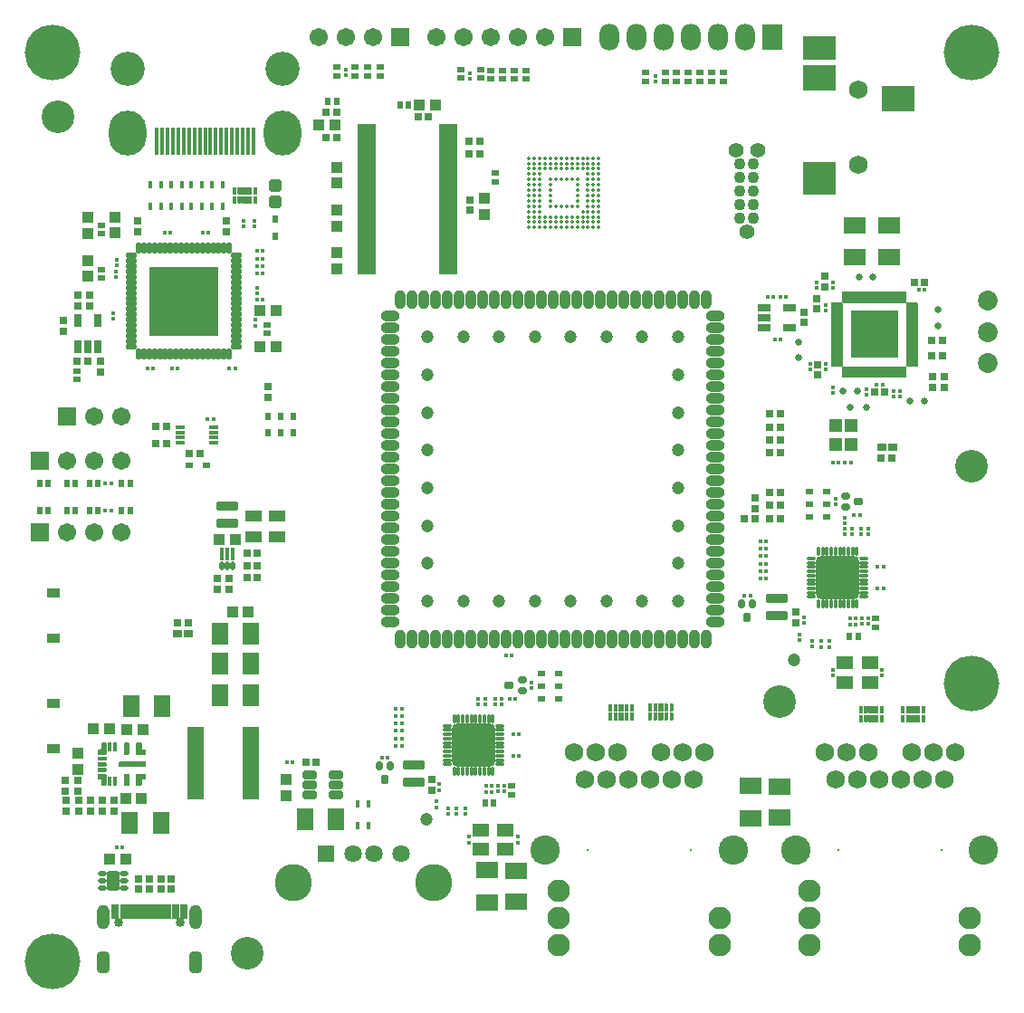
<source format=gts>
G04*
G04 #@! TF.GenerationSoftware,Altium Limited,Altium Designer,18.1.6 (161)*
G04*
G04 Layer_Color=8388736*
%FSTAX24Y24*%
%MOIN*%
G70*
G01*
G75*
%ADD23C,0.0010*%
%ADD32R,0.0335X0.0118*%
%ADD65R,0.0630X0.2680*%
%ADD78R,0.0137X0.0297*%
%ADD79R,0.0500X0.0350*%
%ADD88R,0.0277X0.0316*%
%ADD89C,0.1200*%
%ADD90R,0.0150X0.0150*%
%ADD91R,0.0150X0.0150*%
%ADD92R,0.0660X0.0190*%
%ADD93R,0.0316X0.0277*%
%ADD94R,0.0600X0.0500*%
%ADD95R,0.0237X0.0277*%
%ADD96R,0.0280X0.0220*%
%ADD97R,0.0395X0.0395*%
%ADD98R,0.0789X0.0592*%
%ADD99R,0.0808X0.0592*%
%ADD100R,0.0277X0.0237*%
%ADD101C,0.0474*%
G04:AMPARAMS|DCode=102|XSize=35.6mil|YSize=78.9mil|CornerRadius=8mil|HoleSize=0mil|Usage=FLASHONLY|Rotation=270.000|XOffset=0mil|YOffset=0mil|HoleType=Round|Shape=RoundedRectangle|*
%AMROUNDEDRECTD102*
21,1,0.0356,0.0629,0,0,270.0*
21,1,0.0196,0.0789,0,0,270.0*
1,1,0.0160,-0.0314,-0.0098*
1,1,0.0160,-0.0314,0.0098*
1,1,0.0160,0.0314,0.0098*
1,1,0.0160,0.0314,-0.0098*
%
%ADD102ROUNDEDRECTD102*%
G04:AMPARAMS|DCode=103|XSize=15.9mil|YSize=35.6mil|CornerRadius=6mil|HoleSize=0mil|Usage=FLASHONLY|Rotation=270.000|XOffset=0mil|YOffset=0mil|HoleType=Round|Shape=RoundedRectangle|*
%AMROUNDEDRECTD103*
21,1,0.0159,0.0236,0,0,270.0*
21,1,0.0039,0.0356,0,0,270.0*
1,1,0.0119,-0.0118,-0.0020*
1,1,0.0119,-0.0118,0.0020*
1,1,0.0119,0.0118,0.0020*
1,1,0.0119,0.0118,-0.0020*
%
%ADD103ROUNDEDRECTD103*%
G04:AMPARAMS|DCode=104|XSize=15.9mil|YSize=35.6mil|CornerRadius=6mil|HoleSize=0mil|Usage=FLASHONLY|Rotation=180.000|XOffset=0mil|YOffset=0mil|HoleType=Round|Shape=RoundedRectangle|*
%AMROUNDEDRECTD104*
21,1,0.0159,0.0236,0,0,180.0*
21,1,0.0039,0.0356,0,0,180.0*
1,1,0.0119,-0.0020,0.0118*
1,1,0.0119,0.0020,0.0118*
1,1,0.0119,0.0020,-0.0118*
1,1,0.0119,-0.0020,-0.0118*
%
%ADD104ROUNDEDRECTD104*%
G04:AMPARAMS|DCode=105|XSize=157.6mil|YSize=157.6mil|CornerRadius=16mil|HoleSize=0mil|Usage=FLASHONLY|Rotation=180.000|XOffset=0mil|YOffset=0mil|HoleType=Round|Shape=RoundedRectangle|*
%AMROUNDEDRECTD105*
21,1,0.1576,0.1257,0,0,180.0*
21,1,0.1257,0.1576,0,0,180.0*
1,1,0.0319,-0.0628,0.0628*
1,1,0.0319,0.0628,0.0628*
1,1,0.0319,0.0628,-0.0628*
1,1,0.0319,-0.0628,-0.0628*
%
%ADD105ROUNDEDRECTD105*%
G04:AMPARAMS|DCode=106|XSize=27.7mil|YSize=31.6mil|CornerRadius=6mil|HoleSize=0mil|Usage=FLASHONLY|Rotation=90.000|XOffset=0mil|YOffset=0mil|HoleType=Round|Shape=RoundedRectangle|*
%AMROUNDEDRECTD106*
21,1,0.0277,0.0197,0,0,90.0*
21,1,0.0157,0.0316,0,0,90.0*
1,1,0.0119,0.0098,0.0079*
1,1,0.0119,0.0098,-0.0079*
1,1,0.0119,-0.0098,-0.0079*
1,1,0.0119,-0.0098,0.0079*
%
%ADD106ROUNDEDRECTD106*%
G04:AMPARAMS|DCode=107|XSize=23.7mil|YSize=31.6mil|CornerRadius=6mil|HoleSize=0mil|Usage=FLASHONLY|Rotation=90.000|XOffset=0mil|YOffset=0mil|HoleType=Round|Shape=RoundedRectangle|*
%AMROUNDEDRECTD107*
21,1,0.0237,0.0197,0,0,90.0*
21,1,0.0118,0.0316,0,0,90.0*
1,1,0.0119,0.0098,0.0059*
1,1,0.0119,0.0098,-0.0059*
1,1,0.0119,-0.0098,-0.0059*
1,1,0.0119,-0.0098,0.0059*
%
%ADD107ROUNDEDRECTD107*%
G04:AMPARAMS|DCode=108|XSize=27.7mil|YSize=31.6mil|CornerRadius=6mil|HoleSize=0mil|Usage=FLASHONLY|Rotation=0.000|XOffset=0mil|YOffset=0mil|HoleType=Round|Shape=RoundedRectangle|*
%AMROUNDEDRECTD108*
21,1,0.0277,0.0197,0,0,0.0*
21,1,0.0157,0.0316,0,0,0.0*
1,1,0.0119,0.0079,-0.0098*
1,1,0.0119,-0.0079,-0.0098*
1,1,0.0119,-0.0079,0.0098*
1,1,0.0119,0.0079,0.0098*
%
%ADD108ROUNDEDRECTD108*%
G04:AMPARAMS|DCode=109|XSize=23.7mil|YSize=31.6mil|CornerRadius=6mil|HoleSize=0mil|Usage=FLASHONLY|Rotation=0.000|XOffset=0mil|YOffset=0mil|HoleType=Round|Shape=RoundedRectangle|*
%AMROUNDEDRECTD109*
21,1,0.0237,0.0197,0,0,0.0*
21,1,0.0118,0.0316,0,0,0.0*
1,1,0.0119,0.0059,-0.0098*
1,1,0.0119,-0.0059,-0.0098*
1,1,0.0119,-0.0059,0.0098*
1,1,0.0119,0.0059,0.0098*
%
%ADD109ROUNDEDRECTD109*%
%ADD110R,0.0277X0.0277*%
%ADD111R,0.0316X0.0277*%
%ADD112C,0.0430*%
%ADD113O,0.0710X0.0395*%
%ADD114O,0.0395X0.0710*%
%ADD115R,0.1190X0.1190*%
%ADD116R,0.1190X0.0950*%
%ADD117R,0.1190X0.0870*%
%ADD118R,0.0450X0.0490*%
%ADD119C,0.0260*%
%ADD120R,0.0420X0.0200*%
%ADD121R,0.0200X0.0420*%
%ADD122R,0.1720X0.1720*%
G04:AMPARAMS|DCode=123|XSize=19.8mil|YSize=31.6mil|CornerRadius=5.9mil|HoleSize=0mil|Usage=FLASHONLY|Rotation=90.000|XOffset=0mil|YOffset=0mil|HoleType=Round|Shape=RoundedRectangle|*
%AMROUNDEDRECTD123*
21,1,0.0198,0.0197,0,0,90.0*
21,1,0.0079,0.0316,0,0,90.0*
1,1,0.0119,0.0099,0.0040*
1,1,0.0119,0.0099,-0.0040*
1,1,0.0119,-0.0099,-0.0040*
1,1,0.0119,-0.0099,0.0040*
%
%ADD123ROUNDEDRECTD123*%
G04:AMPARAMS|DCode=124|XSize=47.4mil|YSize=71mil|CornerRadius=7.9mil|HoleSize=0mil|Usage=FLASHONLY|Rotation=0.000|XOffset=0mil|YOffset=0mil|HoleType=Round|Shape=RoundedRectangle|*
%AMROUNDEDRECTD124*
21,1,0.0474,0.0551,0,0,0.0*
21,1,0.0315,0.0710,0,0,0.0*
1,1,0.0159,0.0157,-0.0276*
1,1,0.0159,-0.0157,-0.0276*
1,1,0.0159,-0.0157,0.0276*
1,1,0.0159,0.0157,0.0276*
%
%ADD124ROUNDEDRECTD124*%
%ADD125R,0.0316X0.0533*%
%ADD126R,0.0198X0.0533*%
%ADD127R,0.0277X0.0316*%
%ADD128R,0.0592X0.0808*%
G04:AMPARAMS|DCode=129|XSize=55.6mil|YSize=30.8mil|CornerRadius=6.9mil|HoleSize=0mil|Usage=FLASHONLY|Rotation=0.000|XOffset=0mil|YOffset=0mil|HoleType=Round|Shape=RoundedRectangle|*
%AMROUNDEDRECTD129*
21,1,0.0556,0.0171,0,0,0.0*
21,1,0.0419,0.0308,0,0,0.0*
1,1,0.0137,0.0210,-0.0086*
1,1,0.0137,-0.0210,-0.0086*
1,1,0.0137,-0.0210,0.0086*
1,1,0.0137,0.0210,0.0086*
%
%ADD129ROUNDEDRECTD129*%
G04:AMPARAMS|DCode=130|XSize=17.8mil|YSize=31.6mil|CornerRadius=6.5mil|HoleSize=0mil|Usage=FLASHONLY|Rotation=0.000|XOffset=0mil|YOffset=0mil|HoleType=Round|Shape=RoundedRectangle|*
%AMROUNDEDRECTD130*
21,1,0.0178,0.0187,0,0,0.0*
21,1,0.0049,0.0316,0,0,0.0*
1,1,0.0129,0.0025,-0.0094*
1,1,0.0129,-0.0025,-0.0094*
1,1,0.0129,-0.0025,0.0094*
1,1,0.0129,0.0025,0.0094*
%
%ADD130ROUNDEDRECTD130*%
%ADD131R,0.0159X0.0474*%
%ADD132R,0.0330X0.0280*%
%ADD133R,0.0395X0.0395*%
%ADD134R,0.0277X0.0277*%
%ADD135R,0.0592X0.0434*%
%ADD136R,0.0474X0.0316*%
%ADD137R,0.0316X0.0474*%
%ADD138R,0.0138X0.1044*%
%ADD139C,0.0138*%
G04:AMPARAMS|DCode=140|XSize=41.1mil|YSize=18.6mil|CornerRadius=5.3mil|HoleSize=0mil|Usage=FLASHONLY|Rotation=90.000|XOffset=0mil|YOffset=0mil|HoleType=Round|Shape=RoundedRectangle|*
%AMROUNDEDRECTD140*
21,1,0.0411,0.0080,0,0,90.0*
21,1,0.0304,0.0186,0,0,90.0*
1,1,0.0107,0.0040,0.0152*
1,1,0.0107,0.0040,-0.0152*
1,1,0.0107,-0.0040,-0.0152*
1,1,0.0107,-0.0040,0.0152*
%
%ADD140ROUNDEDRECTD140*%
G04:AMPARAMS|DCode=141|XSize=41.1mil|YSize=18.6mil|CornerRadius=5.3mil|HoleSize=0mil|Usage=FLASHONLY|Rotation=0.000|XOffset=0mil|YOffset=0mil|HoleType=Round|Shape=RoundedRectangle|*
%AMROUNDEDRECTD141*
21,1,0.0411,0.0080,0,0,0.0*
21,1,0.0304,0.0186,0,0,0.0*
1,1,0.0107,0.0152,-0.0040*
1,1,0.0107,-0.0152,-0.0040*
1,1,0.0107,-0.0152,0.0040*
1,1,0.0107,0.0152,0.0040*
%
%ADD141ROUNDEDRECTD141*%
%ADD142R,0.2521X0.2521*%
%ADD143R,0.0220X0.0280*%
G04:AMPARAMS|DCode=144|XSize=47.4mil|YSize=47.4mil|CornerRadius=11.9mil|HoleSize=0mil|Usage=FLASHONLY|Rotation=90.000|XOffset=0mil|YOffset=0mil|HoleType=Round|Shape=RoundedRectangle|*
%AMROUNDEDRECTD144*
21,1,0.0474,0.0236,0,0,90.0*
21,1,0.0236,0.0474,0,0,90.0*
1,1,0.0237,0.0118,0.0118*
1,1,0.0237,0.0118,-0.0118*
1,1,0.0237,-0.0118,-0.0118*
1,1,0.0237,-0.0118,0.0118*
%
%ADD144ROUNDEDRECTD144*%
%ADD145C,0.0680*%
%ADD146C,0.0830*%
%ADD147C,0.1080*%
%ADD148C,0.0080*%
%ADD149R,0.0671X0.0671*%
%ADD150C,0.0671*%
%ADD151C,0.2049*%
%ADD152C,0.0552*%
%ADD153C,0.0690*%
G04:AMPARAMS|DCode=154|XSize=78.9mil|YSize=47.4mil|CornerRadius=13.8mil|HoleSize=0mil|Usage=FLASHONLY|Rotation=90.000|XOffset=0mil|YOffset=0mil|HoleType=Round|Shape=RoundedRectangle|*
%AMROUNDEDRECTD154*
21,1,0.0789,0.0197,0,0,90.0*
21,1,0.0512,0.0474,0,0,90.0*
1,1,0.0277,0.0098,0.0256*
1,1,0.0277,0.0098,-0.0256*
1,1,0.0277,-0.0098,-0.0256*
1,1,0.0277,-0.0098,0.0256*
%
%ADD154ROUNDEDRECTD154*%
%ADD155O,0.0474X0.0907*%
%ADD156C,0.0336*%
%ADD157R,0.0642X0.0642*%
%ADD158C,0.0642*%
%ADD159C,0.1370*%
%ADD160C,0.0730*%
%ADD161O,0.1379X0.1655*%
%ADD162C,0.1261*%
%ADD163O,0.0730X0.0980*%
%ADD164R,0.0730X0.0980*%
G36*
X036708Y043065D02*
X036709D01*
X03671Y043064D01*
X036711D01*
X036712Y043064D01*
X036713Y043064D01*
X036714Y043063D01*
X036715Y043062D01*
X036716Y043062D01*
X036716Y043061D01*
X036717Y043061D01*
X036718Y04306D01*
X036719Y043059D01*
X036719Y043059D01*
X03672Y043058D01*
X036721Y043057D01*
X036721Y043056D01*
X036722Y043055D01*
X036723Y043055D01*
X036723Y043053D01*
X036723Y043053D01*
X036724Y043051D01*
Y043051D01*
X036724Y043049D01*
Y043049D01*
X036725Y043048D01*
Y042805D01*
X036724Y042804D01*
Y042803D01*
X036724Y042802D01*
Y042801D01*
X036723Y0428D01*
X036723Y042799D01*
X036723Y042798D01*
X036722Y042798D01*
X036721Y042797D01*
X036721Y042796D01*
X03672Y042795D01*
X036719Y042794D01*
X036719Y042794D01*
X036718Y042793D01*
X036717Y042792D01*
X036716Y042792D01*
X036716Y042791D01*
X036715Y04279D01*
X036714Y04279D01*
X036713Y042789D01*
X036712Y042789D01*
X036711Y042788D01*
X03671D01*
X036709Y042788D01*
X036708D01*
X036707Y042788D01*
X036608D01*
X036607Y042788D01*
X036607D01*
X036605Y042788D01*
X036605D01*
X036603Y042789D01*
X036603Y042789D01*
X036601Y04279D01*
X036601Y04279D01*
X0366Y042791D01*
X036599Y042792D01*
X036598Y042792D01*
X036597Y042793D01*
X036597Y042794D01*
X036596Y042794D01*
X036595Y042795D01*
X036595Y042796D01*
X036594Y042797D01*
X036593Y042798D01*
X036593Y042798D01*
X036592Y042799D01*
X036592Y0428D01*
X036592Y042801D01*
Y042802D01*
X036591Y042803D01*
Y042804D01*
X036591Y042805D01*
Y043048D01*
X036591Y043049D01*
Y043049D01*
X036592Y043051D01*
Y043051D01*
X036592Y043053D01*
X036592Y043053D01*
X036593Y043055D01*
X036593Y043055D01*
X036594Y043056D01*
X036595Y043057D01*
X036595Y043058D01*
X036596Y043059D01*
X036597Y043059D01*
X036597Y04306D01*
X036598Y043061D01*
X036599Y043061D01*
X0366Y043062D01*
X036601Y043062D01*
X036601Y043063D01*
X036603Y043064D01*
X036603Y043064D01*
X036605Y043064D01*
X036605D01*
X036607Y043065D01*
X036607D01*
X036608Y043065D01*
X036707D01*
X036708Y043065D01*
D02*
G37*
G36*
X036511D02*
X036512D01*
X036513Y043064D01*
X036514D01*
X036515Y043064D01*
X036516Y043064D01*
X036517Y043063D01*
X036518Y043062D01*
X036519Y043062D01*
X036519Y043061D01*
X03652Y043061D01*
X036521Y04306D01*
X036522Y043059D01*
X036523Y043059D01*
X036523Y043058D01*
X036524Y043057D01*
X036525Y043056D01*
X036525Y043055D01*
X036526Y043055D01*
X036526Y043053D01*
X036527Y043053D01*
X036527Y043051D01*
Y043051D01*
X036527Y043049D01*
Y043049D01*
X036528Y043048D01*
Y042805D01*
X036527Y042804D01*
Y042803D01*
X036527Y042802D01*
Y042801D01*
X036527Y0428D01*
X036526Y042799D01*
X036526Y042798D01*
X036525Y042798D01*
X036525Y042797D01*
X036524Y042796D01*
X036523Y042795D01*
X036523Y042794D01*
X036522Y042794D01*
X036521Y042793D01*
X03652Y042792D01*
X036519Y042792D01*
X036519Y042791D01*
X036518Y04279D01*
X036517Y04279D01*
X036516Y042789D01*
X036515Y042789D01*
X036514Y042788D01*
X036513D01*
X036512Y042788D01*
X036511D01*
X03651Y042788D01*
X036412D01*
X03641Y042788D01*
X03641D01*
X036408Y042788D01*
X036408D01*
X036407Y042789D01*
X036406Y042789D01*
X036405Y04279D01*
X036404Y04279D01*
X036403Y042791D01*
X036402Y042792D01*
X036401Y042792D01*
X036401Y042793D01*
X0364Y042794D01*
X036399Y042794D01*
X036398Y042795D01*
X036398Y042796D01*
X036397Y042797D01*
X036397Y042798D01*
X036396Y042798D01*
X036395Y042799D01*
X036395Y0428D01*
X036395Y042801D01*
Y042802D01*
X036394Y042803D01*
Y042804D01*
X036394Y042805D01*
Y043048D01*
X036394Y043049D01*
Y043049D01*
X036395Y043051D01*
Y043051D01*
X036395Y043053D01*
X036395Y043053D01*
X036396Y043055D01*
X036397Y043055D01*
X036397Y043056D01*
X036398Y043057D01*
X036398Y043058D01*
X036399Y043059D01*
X0364Y043059D01*
X036401Y04306D01*
X036401Y043061D01*
X036402Y043061D01*
X036403Y043062D01*
X036404Y043062D01*
X036405Y043063D01*
X036406Y043064D01*
X036407Y043064D01*
X036408Y043064D01*
X036408D01*
X03641Y043065D01*
X03641D01*
X036412Y043065D01*
X03651D01*
X036511Y043065D01*
D02*
G37*
G36*
X036354D02*
X036355D01*
X036356Y043064D01*
X036356D01*
X036358Y043064D01*
X036358Y043064D01*
X03636Y043063D01*
X03636Y043062D01*
X036361Y043062D01*
X036362Y043061D01*
X036363Y043061D01*
X036364Y04306D01*
X036364Y043059D01*
X036365Y043059D01*
X036366Y043058D01*
X036366Y043057D01*
X036367Y043056D01*
X036368Y043055D01*
X036368Y043055D01*
X036369Y043053D01*
X036369Y043053D01*
X036369Y043051D01*
Y043051D01*
X03637Y043049D01*
Y043049D01*
X03637Y043048D01*
Y042805D01*
X03637Y042804D01*
Y042803D01*
X036369Y042802D01*
Y042801D01*
X036369Y0428D01*
X036369Y042799D01*
X036368Y042798D01*
X036368Y042798D01*
X036367Y042797D01*
X036366Y042796D01*
X036366Y042795D01*
X036365Y042794D01*
X036364Y042794D01*
X036364Y042793D01*
X036363Y042792D01*
X036362Y042792D01*
X036361Y042791D01*
X03636Y04279D01*
X03636Y04279D01*
X036358Y042789D01*
X036358Y042789D01*
X036356Y042788D01*
X036356D01*
X036355Y042788D01*
X036354D01*
X036353Y042788D01*
X036175D01*
X036174Y042788D01*
X036173D01*
X036172Y042788D01*
X036171D01*
X03617Y042789D01*
X036169Y042789D01*
X036168Y04279D01*
X036168Y04279D01*
X036167Y042791D01*
X036166Y042792D01*
X036165Y042792D01*
X036164Y042793D01*
X036164Y042794D01*
X036163Y042794D01*
X036162Y042795D01*
X036162Y042796D01*
X036161Y042797D01*
X03616Y042798D01*
X03616Y042798D01*
X036159Y042799D01*
X036159Y0428D01*
X036158Y042801D01*
Y042802D01*
X036158Y042803D01*
Y042804D01*
X036158Y042805D01*
Y043048D01*
X036158Y043049D01*
Y043049D01*
X036158Y043051D01*
Y043051D01*
X036159Y043053D01*
X036159Y043053D01*
X03616Y043055D01*
X03616Y043055D01*
X036161Y043056D01*
X036162Y043057D01*
X036162Y043058D01*
X036163Y043059D01*
X036164Y043059D01*
X036164Y04306D01*
X036165Y043061D01*
X036166Y043061D01*
X036167Y043062D01*
X036168Y043062D01*
X036168Y043063D01*
X036169Y043064D01*
X03617Y043064D01*
X036171Y043064D01*
X036172D01*
X036173Y043065D01*
X036174D01*
X036175Y043065D01*
X036353D01*
X036354Y043065D01*
D02*
G37*
G36*
X036118D02*
X036118D01*
X036119Y043064D01*
X03612D01*
X036121Y043064D01*
X036122Y043064D01*
X036123Y043063D01*
X036124Y043062D01*
X036125Y043062D01*
X036126Y043061D01*
X036127Y043061D01*
X036127Y04306D01*
X036128Y043059D01*
X036129Y043059D01*
X03613Y043058D01*
X03613Y043057D01*
X036131Y043056D01*
X036131Y043055D01*
X036132Y043055D01*
X036132Y043053D01*
X036133Y043053D01*
X036133Y043051D01*
Y043051D01*
X036134Y043049D01*
Y043049D01*
X036134Y043048D01*
Y042805D01*
X036134Y042804D01*
Y042803D01*
X036133Y042802D01*
Y042801D01*
X036133Y0428D01*
X036132Y042799D01*
X036132Y042798D01*
X036131Y042798D01*
X036131Y042797D01*
X03613Y042796D01*
X03613Y042795D01*
X036129Y042794D01*
X036128Y042794D01*
X036127Y042793D01*
X036127Y042792D01*
X036126Y042792D01*
X036125Y042791D01*
X036124Y04279D01*
X036123Y04279D01*
X036122Y042789D01*
X036121Y042789D01*
X03612Y042788D01*
X036119D01*
X036118Y042788D01*
X036118D01*
X036116Y042788D01*
X036018D01*
X036017Y042788D01*
X036016D01*
X036015Y042788D01*
X036014D01*
X036013Y042789D01*
X036012Y042789D01*
X036011Y04279D01*
X03601Y04279D01*
X036009Y042791D01*
X036008Y042792D01*
X036008Y042792D01*
X036007Y042793D01*
X036006Y042794D01*
X036005Y042794D01*
X036005Y042795D01*
X036004Y042796D01*
X036003Y042797D01*
X036003Y042798D01*
X036002Y042798D01*
X036002Y042799D01*
X036001Y0428D01*
X036001Y042801D01*
Y042802D01*
X036001Y042803D01*
Y042804D01*
X036Y042805D01*
Y043048D01*
X036001Y043049D01*
Y043049D01*
X036001Y043051D01*
Y043051D01*
X036001Y043053D01*
X036002Y043053D01*
X036002Y043055D01*
X036003Y043055D01*
X036003Y043056D01*
X036004Y043057D01*
X036005Y043058D01*
X036005Y043059D01*
X036006Y043059D01*
X036007Y04306D01*
X036008Y043061D01*
X036008Y043061D01*
X036009Y043062D01*
X03601Y043062D01*
X036011Y043063D01*
X036012Y043064D01*
X036013Y043064D01*
X036014Y043064D01*
X036015D01*
X036016Y043065D01*
X036017D01*
X036018Y043065D01*
X036116D01*
X036118Y043065D01*
D02*
G37*
G36*
X035921D02*
X035921D01*
X035923Y043064D01*
X035923D01*
X035925Y043064D01*
X035925Y043064D01*
X035927Y043063D01*
X035927Y043062D01*
X035928Y043062D01*
X035929Y043061D01*
X03593Y043061D01*
X035931Y04306D01*
X035931Y043059D01*
X035932Y043059D01*
X035933Y043058D01*
X035933Y043057D01*
X035934Y043056D01*
X035934Y043055D01*
X035935Y043055D01*
X035936Y043053D01*
X035936Y043053D01*
X035936Y043051D01*
Y043051D01*
X035937Y043049D01*
Y043049D01*
X035937Y043048D01*
Y042805D01*
X035937Y042804D01*
Y042803D01*
X035936Y042802D01*
Y042801D01*
X035936Y0428D01*
X035936Y042799D01*
X035935Y042798D01*
X035934Y042798D01*
X035934Y042797D01*
X035933Y042796D01*
X035933Y042795D01*
X035932Y042794D01*
X035931Y042794D01*
X035931Y042793D01*
X03593Y042792D01*
X035929Y042792D01*
X035928Y042791D01*
X035927Y04279D01*
X035927Y04279D01*
X035925Y042789D01*
X035925Y042789D01*
X035923Y042788D01*
X035923D01*
X035921Y042788D01*
X035921D01*
X035919Y042788D01*
X035821D01*
X03582Y042788D01*
X035819D01*
X035818Y042788D01*
X035817D01*
X035816Y042789D01*
X035815Y042789D01*
X035814Y04279D01*
X035813Y04279D01*
X035812Y042791D01*
X035812Y042792D01*
X035811Y042792D01*
X03581Y042793D01*
X035809Y042794D01*
X035808Y042794D01*
X035808Y042795D01*
X035807Y042796D01*
X035807Y042797D01*
X035806Y042798D01*
X035805Y042798D01*
X035805Y042799D01*
X035805Y0428D01*
X035804Y042801D01*
Y042802D01*
X035804Y042803D01*
Y042804D01*
X035803Y042805D01*
Y043048D01*
X035804Y043049D01*
Y043049D01*
X035804Y043051D01*
Y043051D01*
X035805Y043053D01*
X035805Y043053D01*
X035805Y043055D01*
X035806Y043055D01*
X035807Y043056D01*
X035807Y043057D01*
X035808Y043058D01*
X035808Y043059D01*
X035809Y043059D01*
X03581Y04306D01*
X035811Y043061D01*
X035812Y043061D01*
X035812Y043062D01*
X035813Y043062D01*
X035814Y043063D01*
X035815Y043064D01*
X035816Y043064D01*
X035817Y043064D01*
X035818D01*
X035819Y043065D01*
X03582D01*
X035821Y043065D01*
X035919D01*
X035921Y043065D01*
D02*
G37*
G36*
X036708Y042736D02*
X036709D01*
X03671Y042736D01*
X036711D01*
X036712Y042735D01*
X036713Y042735D01*
X036714Y042735D01*
X036715Y042734D01*
X036716Y042733D01*
X036716Y042733D01*
X036717Y042732D01*
X036718Y042731D01*
X036719Y042731D01*
X036719Y04273D01*
X03672Y042729D01*
X036721Y042728D01*
X036721Y042727D01*
X036722Y042727D01*
X036723Y042726D01*
X036723Y042725D01*
X036723Y042724D01*
X036724Y042723D01*
Y042722D01*
X036724Y042721D01*
Y04272D01*
X036725Y042719D01*
Y042477D01*
X036724Y042475D01*
Y042475D01*
X036724Y042474D01*
Y042473D01*
X036723Y042472D01*
X036723Y042471D01*
X036723Y04247D01*
X036722Y042469D01*
X036721Y042468D01*
X036721Y042467D01*
X03672Y042466D01*
X036719Y042466D01*
X036719Y042465D01*
X036718Y042464D01*
X036717Y042463D01*
X036716Y042463D01*
X036716Y042462D01*
X036715Y042462D01*
X036714Y042461D01*
X036713Y042461D01*
X036712Y04246D01*
X036711Y04246D01*
X03671D01*
X036709Y042459D01*
X036708D01*
X036707Y042459D01*
X036608D01*
X036607Y042459D01*
X036607D01*
X036605Y04246D01*
X036605D01*
X036603Y04246D01*
X036603Y042461D01*
X036601Y042461D01*
X036601Y042462D01*
X0366Y042462D01*
X036599Y042463D01*
X036598Y042463D01*
X036597Y042464D01*
X036597Y042465D01*
X036596Y042466D01*
X036595Y042466D01*
X036595Y042467D01*
X036594Y042468D01*
X036593Y042469D01*
X036593Y04247D01*
X036592Y042471D01*
X036592Y042472D01*
X036592Y042473D01*
Y042474D01*
X036591Y042475D01*
Y042475D01*
X036591Y042477D01*
Y042719D01*
X036591Y04272D01*
Y042721D01*
X036592Y042722D01*
Y042723D01*
X036592Y042724D01*
X036592Y042725D01*
X036593Y042726D01*
X036593Y042727D01*
X036594Y042727D01*
X036595Y042728D01*
X036595Y042729D01*
X036596Y04273D01*
X036597Y042731D01*
X036597Y042731D01*
X036598Y042732D01*
X036599Y042733D01*
X0366Y042733D01*
X036601Y042734D01*
X036601Y042735D01*
X036603Y042735D01*
X036603Y042735D01*
X036605Y042736D01*
X036605D01*
X036607Y042736D01*
X036607D01*
X036608Y042737D01*
X036707D01*
X036708Y042736D01*
D02*
G37*
G36*
X036511D02*
X036512D01*
X036513Y042736D01*
X036514D01*
X036515Y042735D01*
X036516Y042735D01*
X036517Y042735D01*
X036518Y042734D01*
X036519Y042733D01*
X036519Y042733D01*
X03652Y042732D01*
X036521Y042731D01*
X036522Y042731D01*
X036523Y04273D01*
X036523Y042729D01*
X036524Y042728D01*
X036525Y042727D01*
X036525Y042727D01*
X036526Y042726D01*
X036526Y042725D01*
X036527Y042724D01*
X036527Y042723D01*
Y042722D01*
X036527Y042721D01*
Y04272D01*
X036528Y042719D01*
Y042477D01*
X036527Y042475D01*
Y042475D01*
X036527Y042474D01*
Y042473D01*
X036527Y042472D01*
X036526Y042471D01*
X036526Y04247D01*
X036525Y042469D01*
X036525Y042468D01*
X036524Y042467D01*
X036523Y042466D01*
X036523Y042466D01*
X036522Y042465D01*
X036521Y042464D01*
X03652Y042463D01*
X036519Y042463D01*
X036519Y042462D01*
X036518Y042462D01*
X036517Y042461D01*
X036516Y042461D01*
X036515Y04246D01*
X036514Y04246D01*
X036513D01*
X036512Y042459D01*
X036511D01*
X03651Y042459D01*
X036412D01*
X03641Y042459D01*
X03641D01*
X036408Y04246D01*
X036408D01*
X036407Y04246D01*
X036406Y042461D01*
X036405Y042461D01*
X036404Y042462D01*
X036403Y042462D01*
X036402Y042463D01*
X036401Y042463D01*
X036401Y042464D01*
X0364Y042465D01*
X036399Y042466D01*
X036398Y042466D01*
X036398Y042467D01*
X036397Y042468D01*
X036397Y042469D01*
X036396Y04247D01*
X036395Y042471D01*
X036395Y042472D01*
X036395Y042473D01*
Y042474D01*
X036394Y042475D01*
Y042475D01*
X036394Y042477D01*
Y042719D01*
X036394Y04272D01*
Y042721D01*
X036395Y042722D01*
Y042723D01*
X036395Y042724D01*
X036395Y042725D01*
X036396Y042726D01*
X036397Y042727D01*
X036397Y042727D01*
X036398Y042728D01*
X036398Y042729D01*
X036399Y04273D01*
X0364Y042731D01*
X036401Y042731D01*
X036401Y042732D01*
X036402Y042733D01*
X036403Y042733D01*
X036404Y042734D01*
X036405Y042735D01*
X036406Y042735D01*
X036407Y042735D01*
X036408Y042736D01*
X036408D01*
X03641Y042736D01*
X03641D01*
X036412Y042737D01*
X03651D01*
X036511Y042736D01*
D02*
G37*
G36*
X036354D02*
X036355D01*
X036356Y042736D01*
X036356D01*
X036358Y042735D01*
X036358Y042735D01*
X03636Y042735D01*
X03636Y042734D01*
X036361Y042733D01*
X036362Y042733D01*
X036363Y042732D01*
X036364Y042731D01*
X036364Y042731D01*
X036365Y04273D01*
X036366Y042729D01*
X036366Y042728D01*
X036367Y042727D01*
X036368Y042727D01*
X036368Y042726D01*
X036369Y042725D01*
X036369Y042724D01*
X036369Y042723D01*
Y042722D01*
X03637Y042721D01*
Y04272D01*
X03637Y042719D01*
Y042477D01*
X03637Y042475D01*
Y042475D01*
X036369Y042474D01*
Y042473D01*
X036369Y042472D01*
X036369Y042471D01*
X036368Y04247D01*
X036368Y042469D01*
X036367Y042468D01*
X036366Y042467D01*
X036366Y042466D01*
X036365Y042466D01*
X036364Y042465D01*
X036364Y042464D01*
X036363Y042463D01*
X036362Y042463D01*
X036361Y042462D01*
X03636Y042462D01*
X03636Y042461D01*
X036358Y042461D01*
X036358Y04246D01*
X036356Y04246D01*
X036356D01*
X036355Y042459D01*
X036354D01*
X036353Y042459D01*
X036175D01*
X036174Y042459D01*
X036173D01*
X036172Y04246D01*
X036171D01*
X03617Y04246D01*
X036169Y042461D01*
X036168Y042461D01*
X036168Y042462D01*
X036167Y042462D01*
X036166Y042463D01*
X036165Y042463D01*
X036164Y042464D01*
X036164Y042465D01*
X036163Y042466D01*
X036162Y042466D01*
X036162Y042467D01*
X036161Y042468D01*
X03616Y042469D01*
X03616Y04247D01*
X036159Y042471D01*
X036159Y042472D01*
X036158Y042473D01*
Y042474D01*
X036158Y042475D01*
Y042475D01*
X036158Y042477D01*
Y042719D01*
X036158Y04272D01*
Y042721D01*
X036158Y042722D01*
Y042723D01*
X036159Y042724D01*
X036159Y042725D01*
X03616Y042726D01*
X03616Y042727D01*
X036161Y042727D01*
X036162Y042728D01*
X036162Y042729D01*
X036163Y04273D01*
X036164Y042731D01*
X036164Y042731D01*
X036165Y042732D01*
X036166Y042733D01*
X036167Y042733D01*
X036168Y042734D01*
X036168Y042735D01*
X036169Y042735D01*
X03617Y042735D01*
X036171Y042736D01*
X036172D01*
X036173Y042736D01*
X036174D01*
X036175Y042737D01*
X036353D01*
X036354Y042736D01*
D02*
G37*
G36*
X036118D02*
X036118D01*
X036119Y042736D01*
X03612D01*
X036121Y042735D01*
X036122Y042735D01*
X036123Y042735D01*
X036124Y042734D01*
X036125Y042733D01*
X036126Y042733D01*
X036127Y042732D01*
X036127Y042731D01*
X036128Y042731D01*
X036129Y04273D01*
X03613Y042729D01*
X03613Y042728D01*
X036131Y042727D01*
X036131Y042727D01*
X036132Y042726D01*
X036132Y042725D01*
X036133Y042724D01*
X036133Y042723D01*
Y042722D01*
X036134Y042721D01*
Y04272D01*
X036134Y042719D01*
Y042477D01*
X036134Y042475D01*
Y042475D01*
X036133Y042474D01*
Y042473D01*
X036133Y042472D01*
X036132Y042471D01*
X036132Y04247D01*
X036131Y042469D01*
X036131Y042468D01*
X03613Y042467D01*
X03613Y042466D01*
X036129Y042466D01*
X036128Y042465D01*
X036127Y042464D01*
X036127Y042463D01*
X036126Y042463D01*
X036125Y042462D01*
X036124Y042462D01*
X036123Y042461D01*
X036122Y042461D01*
X036121Y04246D01*
X03612Y04246D01*
X036119D01*
X036118Y042459D01*
X036118D01*
X036116Y042459D01*
X036018D01*
X036017Y042459D01*
X036016D01*
X036015Y04246D01*
X036014D01*
X036013Y04246D01*
X036012Y042461D01*
X036011Y042461D01*
X03601Y042462D01*
X036009Y042462D01*
X036008Y042463D01*
X036008Y042463D01*
X036007Y042464D01*
X036006Y042465D01*
X036005Y042466D01*
X036005Y042466D01*
X036004Y042467D01*
X036003Y042468D01*
X036003Y042469D01*
X036002Y04247D01*
X036002Y042471D01*
X036001Y042472D01*
X036001Y042473D01*
Y042474D01*
X036001Y042475D01*
Y042475D01*
X036Y042477D01*
Y042719D01*
X036001Y04272D01*
Y042721D01*
X036001Y042722D01*
Y042723D01*
X036001Y042724D01*
X036002Y042725D01*
X036002Y042726D01*
X036003Y042727D01*
X036003Y042727D01*
X036004Y042728D01*
X036005Y042729D01*
X036005Y04273D01*
X036006Y042731D01*
X036007Y042731D01*
X036008Y042732D01*
X036008Y042733D01*
X036009Y042733D01*
X03601Y042734D01*
X036011Y042735D01*
X036012Y042735D01*
X036013Y042735D01*
X036014Y042736D01*
X036015D01*
X036016Y042736D01*
X036017D01*
X036018Y042737D01*
X036116D01*
X036118Y042736D01*
D02*
G37*
G36*
X035921D02*
X035921D01*
X035923Y042736D01*
X035923D01*
X035925Y042735D01*
X035925Y042735D01*
X035927Y042735D01*
X035927Y042734D01*
X035928Y042733D01*
X035929Y042733D01*
X03593Y042732D01*
X035931Y042731D01*
X035931Y042731D01*
X035932Y04273D01*
X035933Y042729D01*
X035933Y042728D01*
X035934Y042727D01*
X035934Y042727D01*
X035935Y042726D01*
X035936Y042725D01*
X035936Y042724D01*
X035936Y042723D01*
Y042722D01*
X035937Y042721D01*
Y04272D01*
X035937Y042719D01*
Y042477D01*
X035937Y042475D01*
Y042475D01*
X035936Y042474D01*
Y042473D01*
X035936Y042472D01*
X035936Y042471D01*
X035935Y04247D01*
X035934Y042469D01*
X035934Y042468D01*
X035933Y042467D01*
X035933Y042466D01*
X035932Y042466D01*
X035931Y042465D01*
X035931Y042464D01*
X03593Y042463D01*
X035929Y042463D01*
X035928Y042462D01*
X035927Y042462D01*
X035927Y042461D01*
X035925Y042461D01*
X035925Y04246D01*
X035923Y04246D01*
X035923D01*
X035921Y042459D01*
X035921D01*
X035919Y042459D01*
X035821D01*
X03582Y042459D01*
X035819D01*
X035818Y04246D01*
X035817D01*
X035816Y04246D01*
X035815Y042461D01*
X035814Y042461D01*
X035813Y042462D01*
X035812Y042462D01*
X035812Y042463D01*
X035811Y042463D01*
X03581Y042464D01*
X035809Y042465D01*
X035808Y042466D01*
X035808Y042466D01*
X035807Y042467D01*
X035807Y042468D01*
X035806Y042469D01*
X035805Y04247D01*
X035805Y042471D01*
X035805Y042472D01*
X035804Y042473D01*
Y042474D01*
X035804Y042475D01*
Y042475D01*
X035803Y042477D01*
Y042719D01*
X035804Y04272D01*
Y042721D01*
X035804Y042722D01*
Y042723D01*
X035805Y042724D01*
X035805Y042725D01*
X035805Y042726D01*
X035806Y042727D01*
X035807Y042727D01*
X035807Y042728D01*
X035808Y042729D01*
X035808Y04273D01*
X035809Y042731D01*
X03581Y042731D01*
X035811Y042732D01*
X035812Y042733D01*
X035812Y042733D01*
X035813Y042734D01*
X035814Y042735D01*
X035815Y042735D01*
X035816Y042735D01*
X035817Y042736D01*
X035818D01*
X035819Y042736D01*
X03582D01*
X035821Y042737D01*
X035919D01*
X035921Y042736D01*
D02*
G37*
G36*
X050365Y024036D02*
X050366D01*
X050367Y024036D01*
X050368D01*
X050369Y024035D01*
X05037Y024035D01*
X050371Y024034D01*
X050372Y024034D01*
X050373Y024033D01*
X050374Y024032D01*
X050374Y024032D01*
X050375Y024031D01*
X050376Y024031D01*
X050377Y02403D01*
X050378Y024029D01*
X050378Y024028D01*
X050379Y024027D01*
X050379Y024027D01*
X05038Y024026D01*
X05038Y024025D01*
X050381Y024024D01*
X050381Y024023D01*
Y024022D01*
X050381Y024021D01*
Y02402D01*
X050382Y024019D01*
Y023777D01*
X050381Y023775D01*
Y023775D01*
X050381Y023773D01*
Y023773D01*
X050381Y023771D01*
X05038Y023771D01*
X05038Y023769D01*
X050379Y023769D01*
X050379Y023768D01*
X050378Y023767D01*
X050378Y023766D01*
X050377Y023766D01*
X050376Y023765D01*
X050375Y023764D01*
X050374Y023763D01*
X050374Y023763D01*
X050373Y023762D01*
X050372Y023762D01*
X050371Y023761D01*
X05037Y02376D01*
X050369Y02376D01*
X050368Y02376D01*
X050367D01*
X050366Y023759D01*
X050365D01*
X050364Y023759D01*
X050266D01*
X050265Y023759D01*
X050264D01*
X050263Y02376D01*
X050262D01*
X050261Y02376D01*
X05026Y02376D01*
X050259Y023761D01*
X050258Y023762D01*
X050257Y023762D01*
X050256Y023763D01*
X050256Y023763D01*
X050255Y023764D01*
X050254Y023765D01*
X050253Y023766D01*
X050252Y023766D01*
X050252Y023767D01*
X050251Y023768D01*
X050251Y023769D01*
X05025Y023769D01*
X05025Y023771D01*
X050249Y023771D01*
X050249Y023773D01*
Y023773D01*
X050248Y023775D01*
Y023775D01*
X050248Y023777D01*
Y024019D01*
X050248Y02402D01*
Y024021D01*
X050249Y024022D01*
Y024023D01*
X050249Y024024D01*
X05025Y024025D01*
X05025Y024026D01*
X050251Y024027D01*
X050251Y024027D01*
X050252Y024028D01*
X050252Y024029D01*
X050253Y02403D01*
X050254Y024031D01*
X050255Y024031D01*
X050256Y024032D01*
X050256Y024032D01*
X050257Y024033D01*
X050258Y024034D01*
X050259Y024034D01*
X05026Y024035D01*
X050261Y024035D01*
X050262Y024036D01*
X050263D01*
X050264Y024036D01*
X050265D01*
X050266Y024036D01*
X050364D01*
X050365Y024036D01*
D02*
G37*
G36*
X050208D02*
X050209D01*
X05021Y024036D01*
X050211D01*
X050212Y024035D01*
X050213Y024035D01*
X050214Y024034D01*
X050215Y024034D01*
X050215Y024033D01*
X050216Y024032D01*
X050217Y024032D01*
X050218Y024031D01*
X050219Y024031D01*
X050219Y02403D01*
X05022Y024029D01*
X05022Y024028D01*
X050221Y024027D01*
X050222Y024027D01*
X050222Y024026D01*
X050223Y024025D01*
X050223Y024024D01*
X050224Y024023D01*
Y024022D01*
X050224Y024021D01*
Y02402D01*
X050224Y024019D01*
Y023777D01*
X050224Y023775D01*
Y023775D01*
X050224Y023773D01*
Y023773D01*
X050223Y023771D01*
X050223Y023771D01*
X050222Y023769D01*
X050222Y023769D01*
X050221Y023768D01*
X05022Y023767D01*
X05022Y023766D01*
X050219Y023766D01*
X050219Y023765D01*
X050218Y023764D01*
X050217Y023763D01*
X050216Y023763D01*
X050215Y023762D01*
X050215Y023762D01*
X050214Y023761D01*
X050213Y02376D01*
X050212Y02376D01*
X050211Y02376D01*
X05021D01*
X050209Y023759D01*
X050208D01*
X050207Y023759D01*
X05003D01*
X050028Y023759D01*
X050028D01*
X050026Y02376D01*
X050026D01*
X050024Y02376D01*
X050024Y02376D01*
X050022Y023761D01*
X050022Y023762D01*
X050021Y023762D01*
X05002Y023763D01*
X050019Y023763D01*
X050019Y023764D01*
X050018Y023765D01*
X050017Y023766D01*
X050016Y023766D01*
X050016Y023767D01*
X050015Y023768D01*
X050015Y023769D01*
X050014Y023769D01*
X050013Y023771D01*
X050013Y023771D01*
X050013Y023773D01*
Y023773D01*
X050012Y023775D01*
Y023775D01*
X050012Y023777D01*
Y024019D01*
X050012Y02402D01*
Y024021D01*
X050013Y024022D01*
Y024023D01*
X050013Y024024D01*
X050013Y024025D01*
X050014Y024026D01*
X050015Y024027D01*
X050015Y024027D01*
X050016Y024028D01*
X050016Y024029D01*
X050017Y02403D01*
X050018Y024031D01*
X050019Y024031D01*
X050019Y024032D01*
X05002Y024032D01*
X050021Y024033D01*
X050022Y024034D01*
X050022Y024034D01*
X050024Y024035D01*
X050024Y024035D01*
X050026Y024036D01*
X050026D01*
X050028Y024036D01*
X050028D01*
X05003Y024036D01*
X050207D01*
X050208Y024036D01*
D02*
G37*
G36*
X049972D02*
X049972D01*
X049974Y024036D01*
X049974D01*
X049976Y024035D01*
X049976Y024035D01*
X049978Y024034D01*
X049978Y024034D01*
X049979Y024033D01*
X04998Y024032D01*
X049981Y024032D01*
X049981Y024031D01*
X049982Y024031D01*
X049983Y02403D01*
X049984Y024029D01*
X049984Y024028D01*
X049985Y024027D01*
X049985Y024027D01*
X049986Y024026D01*
X049987Y024025D01*
X049987Y024024D01*
X049987Y024023D01*
Y024022D01*
X049988Y024021D01*
Y02402D01*
X049988Y024019D01*
Y023777D01*
X049988Y023775D01*
Y023775D01*
X049987Y023773D01*
Y023773D01*
X049987Y023771D01*
X049987Y023771D01*
X049986Y023769D01*
X049985Y023769D01*
X049985Y023768D01*
X049984Y023767D01*
X049984Y023766D01*
X049983Y023766D01*
X049982Y023765D01*
X049981Y023764D01*
X049981Y023763D01*
X04998Y023763D01*
X049979Y023762D01*
X049978Y023762D01*
X049978Y023761D01*
X049976Y02376D01*
X049976Y02376D01*
X049974Y02376D01*
X049974D01*
X049972Y023759D01*
X049972D01*
X04997Y023759D01*
X049872D01*
X049871Y023759D01*
X04987D01*
X049869Y02376D01*
X049868D01*
X049867Y02376D01*
X049866Y02376D01*
X049865Y023761D01*
X049864Y023762D01*
X049863Y023762D01*
X049863Y023763D01*
X049862Y023763D01*
X049861Y023764D01*
X04986Y023765D01*
X049859Y023766D01*
X049859Y023766D01*
X049858Y023767D01*
X049857Y023768D01*
X049857Y023769D01*
X049856Y023769D01*
X049856Y023771D01*
X049856Y023771D01*
X049855Y023773D01*
Y023773D01*
X049855Y023775D01*
Y023775D01*
X049854Y023777D01*
Y024019D01*
X049855Y02402D01*
Y024021D01*
X049855Y024022D01*
Y024023D01*
X049856Y024024D01*
X049856Y024025D01*
X049856Y024026D01*
X049857Y024027D01*
X049857Y024027D01*
X049858Y024028D01*
X049859Y024029D01*
X049859Y02403D01*
X04986Y024031D01*
X049861Y024031D01*
X049862Y024032D01*
X049863Y024032D01*
X049863Y024033D01*
X049864Y024034D01*
X049865Y024034D01*
X049866Y024035D01*
X049867Y024035D01*
X049868Y024036D01*
X049869D01*
X04987Y024036D01*
X049871D01*
X049872Y024036D01*
X04997D01*
X049972Y024036D01*
D02*
G37*
G36*
X049775D02*
X049776D01*
X049777Y024036D01*
X049778D01*
X049779Y024035D01*
X04978Y024035D01*
X049781Y024034D01*
X049781Y024034D01*
X049782Y024033D01*
X049783Y024032D01*
X049784Y024032D01*
X049785Y024031D01*
X049785Y024031D01*
X049786Y02403D01*
X049787Y024029D01*
X049787Y024028D01*
X049788Y024027D01*
X049789Y024027D01*
X049789Y024026D01*
X04979Y024025D01*
X04979Y024024D01*
X049791Y024023D01*
Y024022D01*
X049791Y024021D01*
Y02402D01*
X049791Y024019D01*
Y023777D01*
X049791Y023775D01*
Y023775D01*
X049791Y023773D01*
Y023773D01*
X04979Y023771D01*
X04979Y023771D01*
X049789Y023769D01*
X049789Y023769D01*
X049788Y023768D01*
X049787Y023767D01*
X049787Y023766D01*
X049786Y023766D01*
X049785Y023765D01*
X049785Y023764D01*
X049784Y023763D01*
X049783Y023763D01*
X049782Y023762D01*
X049781Y023762D01*
X049781Y023761D01*
X04978Y02376D01*
X049779Y02376D01*
X049778Y02376D01*
X049777D01*
X049776Y023759D01*
X049775D01*
X049774Y023759D01*
X049675D01*
X049674Y023759D01*
X049673D01*
X049672Y02376D01*
X049671D01*
X04967Y02376D01*
X049669Y02376D01*
X049668Y023761D01*
X049667Y023762D01*
X049667Y023762D01*
X049666Y023763D01*
X049665Y023763D01*
X049664Y023764D01*
X049663Y023765D01*
X049663Y023766D01*
X049662Y023766D01*
X049661Y023767D01*
X049661Y023768D01*
X04966Y023769D01*
X049659Y023769D01*
X049659Y023771D01*
X049659Y023771D01*
X049658Y023773D01*
Y023773D01*
X049658Y023775D01*
Y023775D01*
X049657Y023777D01*
Y024019D01*
X049658Y02402D01*
Y024021D01*
X049658Y024022D01*
Y024023D01*
X049659Y024024D01*
X049659Y024025D01*
X049659Y024026D01*
X04966Y024027D01*
X049661Y024027D01*
X049661Y024028D01*
X049662Y024029D01*
X049663Y02403D01*
X049663Y024031D01*
X049664Y024031D01*
X049665Y024032D01*
X049666Y024032D01*
X049667Y024033D01*
X049667Y024034D01*
X049668Y024034D01*
X049669Y024035D01*
X04967Y024035D01*
X049671Y024036D01*
X049672D01*
X049673Y024036D01*
X049674D01*
X049675Y024036D01*
X049774D01*
X049775Y024036D01*
D02*
G37*
G36*
X050365Y023707D02*
X050366D01*
X050367Y023707D01*
X050368D01*
X050369Y023706D01*
X05037Y023706D01*
X050371Y023706D01*
X050372Y023705D01*
X050373Y023705D01*
X050374Y023704D01*
X050374Y023703D01*
X050375Y023703D01*
X050376Y023702D01*
X050377Y023701D01*
X050378Y0237D01*
X050378Y023699D01*
X050379Y023699D01*
X050379Y023698D01*
X05038Y023697D01*
X05038Y023696D01*
X050381Y023695D01*
X050381Y023694D01*
Y023693D01*
X050381Y023692D01*
Y023691D01*
X050382Y02369D01*
Y023448D01*
X050381Y023447D01*
Y023446D01*
X050381Y023445D01*
Y023444D01*
X050381Y023443D01*
X05038Y023442D01*
X05038Y023441D01*
X050379Y02344D01*
X050379Y023439D01*
X050378Y023438D01*
X050378Y023438D01*
X050377Y023437D01*
X050376Y023436D01*
X050375Y023435D01*
X050374Y023434D01*
X050374Y023434D01*
X050373Y023433D01*
X050372Y023433D01*
X050371Y023432D01*
X05037Y023432D01*
X050369Y023431D01*
X050368Y023431D01*
X050367D01*
X050366Y023431D01*
X050365D01*
X050364Y02343D01*
X050266D01*
X050265Y023431D01*
X050264D01*
X050263Y023431D01*
X050262D01*
X050261Y023431D01*
X05026Y023432D01*
X050259Y023432D01*
X050258Y023433D01*
X050257Y023433D01*
X050256Y023434D01*
X050256Y023434D01*
X050255Y023435D01*
X050254Y023436D01*
X050253Y023437D01*
X050252Y023438D01*
X050252Y023438D01*
X050251Y023439D01*
X050251Y02344D01*
X05025Y023441D01*
X05025Y023442D01*
X050249Y023443D01*
X050249Y023444D01*
Y023445D01*
X050248Y023446D01*
Y023447D01*
X050248Y023448D01*
Y02369D01*
X050248Y023691D01*
Y023692D01*
X050249Y023693D01*
Y023694D01*
X050249Y023695D01*
X05025Y023696D01*
X05025Y023697D01*
X050251Y023698D01*
X050251Y023699D01*
X050252Y023699D01*
X050252Y0237D01*
X050253Y023701D01*
X050254Y023702D01*
X050255Y023703D01*
X050256Y023703D01*
X050256Y023704D01*
X050257Y023705D01*
X050258Y023705D01*
X050259Y023706D01*
X05026Y023706D01*
X050261Y023706D01*
X050262Y023707D01*
X050263D01*
X050264Y023707D01*
X050265D01*
X050266Y023708D01*
X050364D01*
X050365Y023707D01*
D02*
G37*
G36*
X050208D02*
X050209D01*
X05021Y023707D01*
X050211D01*
X050212Y023706D01*
X050213Y023706D01*
X050214Y023706D01*
X050215Y023705D01*
X050215Y023705D01*
X050216Y023704D01*
X050217Y023703D01*
X050218Y023703D01*
X050219Y023702D01*
X050219Y023701D01*
X05022Y0237D01*
X05022Y023699D01*
X050221Y023699D01*
X050222Y023698D01*
X050222Y023697D01*
X050223Y023696D01*
X050223Y023695D01*
X050224Y023694D01*
Y023693D01*
X050224Y023692D01*
Y023691D01*
X050224Y02369D01*
Y023448D01*
X050224Y023447D01*
Y023446D01*
X050224Y023445D01*
Y023444D01*
X050223Y023443D01*
X050223Y023442D01*
X050222Y023441D01*
X050222Y02344D01*
X050221Y023439D01*
X05022Y023438D01*
X05022Y023438D01*
X050219Y023437D01*
X050219Y023436D01*
X050218Y023435D01*
X050217Y023434D01*
X050216Y023434D01*
X050215Y023433D01*
X050215Y023433D01*
X050214Y023432D01*
X050213Y023432D01*
X050212Y023431D01*
X050211Y023431D01*
X05021D01*
X050209Y023431D01*
X050208D01*
X050207Y02343D01*
X05003D01*
X050028Y023431D01*
X050028D01*
X050026Y023431D01*
X050026D01*
X050024Y023431D01*
X050024Y023432D01*
X050022Y023432D01*
X050022Y023433D01*
X050021Y023433D01*
X05002Y023434D01*
X050019Y023434D01*
X050019Y023435D01*
X050018Y023436D01*
X050017Y023437D01*
X050016Y023438D01*
X050016Y023438D01*
X050015Y023439D01*
X050015Y02344D01*
X050014Y023441D01*
X050013Y023442D01*
X050013Y023443D01*
X050013Y023444D01*
Y023445D01*
X050012Y023446D01*
Y023447D01*
X050012Y023448D01*
Y02369D01*
X050012Y023691D01*
Y023692D01*
X050013Y023693D01*
Y023694D01*
X050013Y023695D01*
X050013Y023696D01*
X050014Y023697D01*
X050015Y023698D01*
X050015Y023699D01*
X050016Y023699D01*
X050016Y0237D01*
X050017Y023701D01*
X050018Y023702D01*
X050019Y023703D01*
X050019Y023703D01*
X05002Y023704D01*
X050021Y023705D01*
X050022Y023705D01*
X050022Y023706D01*
X050024Y023706D01*
X050024Y023706D01*
X050026Y023707D01*
X050026D01*
X050028Y023707D01*
X050028D01*
X05003Y023708D01*
X050207D01*
X050208Y023707D01*
D02*
G37*
G36*
X049972D02*
X049972D01*
X049974Y023707D01*
X049974D01*
X049976Y023706D01*
X049976Y023706D01*
X049978Y023706D01*
X049978Y023705D01*
X049979Y023705D01*
X04998Y023704D01*
X049981Y023703D01*
X049981Y023703D01*
X049982Y023702D01*
X049983Y023701D01*
X049984Y0237D01*
X049984Y023699D01*
X049985Y023699D01*
X049985Y023698D01*
X049986Y023697D01*
X049987Y023696D01*
X049987Y023695D01*
X049987Y023694D01*
Y023693D01*
X049988Y023692D01*
Y023691D01*
X049988Y02369D01*
Y023448D01*
X049988Y023447D01*
Y023446D01*
X049987Y023445D01*
Y023444D01*
X049987Y023443D01*
X049987Y023442D01*
X049986Y023441D01*
X049985Y02344D01*
X049985Y023439D01*
X049984Y023438D01*
X049984Y023438D01*
X049983Y023437D01*
X049982Y023436D01*
X049981Y023435D01*
X049981Y023434D01*
X04998Y023434D01*
X049979Y023433D01*
X049978Y023433D01*
X049978Y023432D01*
X049976Y023432D01*
X049976Y023431D01*
X049974Y023431D01*
X049974D01*
X049972Y023431D01*
X049972D01*
X04997Y02343D01*
X049872D01*
X049871Y023431D01*
X04987D01*
X049869Y023431D01*
X049868D01*
X049867Y023431D01*
X049866Y023432D01*
X049865Y023432D01*
X049864Y023433D01*
X049863Y023433D01*
X049863Y023434D01*
X049862Y023434D01*
X049861Y023435D01*
X04986Y023436D01*
X049859Y023437D01*
X049859Y023438D01*
X049858Y023438D01*
X049857Y023439D01*
X049857Y02344D01*
X049856Y023441D01*
X049856Y023442D01*
X049856Y023443D01*
X049855Y023444D01*
Y023445D01*
X049855Y023446D01*
Y023447D01*
X049854Y023448D01*
Y02369D01*
X049855Y023691D01*
Y023692D01*
X049855Y023693D01*
Y023694D01*
X049856Y023695D01*
X049856Y023696D01*
X049856Y023697D01*
X049857Y023698D01*
X049857Y023699D01*
X049858Y023699D01*
X049859Y0237D01*
X049859Y023701D01*
X04986Y023702D01*
X049861Y023703D01*
X049862Y023703D01*
X049863Y023704D01*
X049863Y023705D01*
X049864Y023705D01*
X049865Y023706D01*
X049866Y023706D01*
X049867Y023706D01*
X049868Y023707D01*
X049869D01*
X04987Y023707D01*
X049871D01*
X049872Y023708D01*
X04997D01*
X049972Y023707D01*
D02*
G37*
G36*
X049775D02*
X049776D01*
X049777Y023707D01*
X049778D01*
X049779Y023706D01*
X04978Y023706D01*
X049781Y023706D01*
X049781Y023705D01*
X049782Y023705D01*
X049783Y023704D01*
X049784Y023703D01*
X049785Y023703D01*
X049785Y023702D01*
X049786Y023701D01*
X049787Y0237D01*
X049787Y023699D01*
X049788Y023699D01*
X049789Y023698D01*
X049789Y023697D01*
X04979Y023696D01*
X04979Y023695D01*
X049791Y023694D01*
Y023693D01*
X049791Y023692D01*
Y023691D01*
X049791Y02369D01*
Y023448D01*
X049791Y023447D01*
Y023446D01*
X049791Y023445D01*
Y023444D01*
X04979Y023443D01*
X04979Y023442D01*
X049789Y023441D01*
X049789Y02344D01*
X049788Y023439D01*
X049787Y023438D01*
X049787Y023438D01*
X049786Y023437D01*
X049785Y023436D01*
X049785Y023435D01*
X049784Y023434D01*
X049783Y023434D01*
X049782Y023433D01*
X049781Y023433D01*
X049781Y023432D01*
X04978Y023432D01*
X049779Y023431D01*
X049778Y023431D01*
X049777D01*
X049776Y023431D01*
X049775D01*
X049774Y02343D01*
X049675D01*
X049674Y023431D01*
X049673D01*
X049672Y023431D01*
X049671D01*
X04967Y023431D01*
X049669Y023432D01*
X049668Y023432D01*
X049667Y023433D01*
X049667Y023433D01*
X049666Y023434D01*
X049665Y023434D01*
X049664Y023435D01*
X049663Y023436D01*
X049663Y023437D01*
X049662Y023438D01*
X049661Y023438D01*
X049661Y023439D01*
X04966Y02344D01*
X049659Y023441D01*
X049659Y023442D01*
X049659Y023443D01*
X049658Y023444D01*
Y023445D01*
X049658Y023446D01*
Y023447D01*
X049657Y023448D01*
Y02369D01*
X049658Y023691D01*
Y023692D01*
X049658Y023693D01*
Y023694D01*
X049659Y023695D01*
X049659Y023696D01*
X049659Y023697D01*
X04966Y023698D01*
X049661Y023699D01*
X049661Y023699D01*
X049662Y0237D01*
X049663Y023701D01*
X049663Y023702D01*
X049664Y023703D01*
X049665Y023703D01*
X049666Y023704D01*
X049667Y023705D01*
X049667Y023705D01*
X049668Y023706D01*
X049669Y023706D01*
X04967Y023706D01*
X049671Y023707D01*
X049672D01*
X049673Y023707D01*
X049674D01*
X049675Y023708D01*
X049774D01*
X049775Y023707D01*
D02*
G37*
G36*
X031535Y022606D02*
X031537Y022606D01*
X031539Y022605D01*
X03154Y022605D01*
X031542Y022604D01*
X031544Y022603D01*
X031545Y022602D01*
X031547Y022601D01*
X031549Y0226D01*
X03155Y022599D01*
X031551Y022598D01*
X031553Y022597D01*
X031554Y022596D01*
X031555Y022594D01*
X031556Y022593D01*
X031557Y022591D01*
X031558Y02259D01*
X031559Y022588D01*
X03156Y022587D01*
X031561Y022585D01*
X031561Y022583D01*
X031562Y022581D01*
X031562Y02258D01*
X031563Y022578D01*
X031563Y022576D01*
X031563Y022574D01*
X031563Y022572D01*
X031563Y022571D01*
X031563Y022569D01*
X031563Y022567D01*
Y022315D01*
X031563Y022313D01*
X031563Y022311D01*
X031563Y022309D01*
X031563Y022308D01*
X031563Y022306D01*
X031563Y022304D01*
X031562Y022302D01*
X031562Y0223D01*
X031561Y022299D01*
X031561Y022297D01*
X03156Y022295D01*
X031559Y022294D01*
X031558Y022292D01*
X031557Y022291D01*
X031556Y022289D01*
X031555Y022288D01*
X031554Y022286D01*
X031553Y022285D01*
X031551Y022284D01*
X03155Y022283D01*
X031549Y022282D01*
X031547Y022281D01*
X031545Y02228D01*
X031544Y022279D01*
X031542Y022278D01*
X03154Y022277D01*
X031539Y022277D01*
X031537Y022276D01*
X031535Y022276D01*
X031533Y022276D01*
X031439D01*
X031437Y022276D01*
X031435Y022276D01*
X031434Y022277D01*
X031432Y022277D01*
X03143Y022278D01*
X031429Y022279D01*
X031427Y02228D01*
X031425Y022281D01*
X031424Y022282D01*
X031422Y022283D01*
X031421Y022284D01*
X03142Y022285D01*
X031418Y022286D01*
X031417Y022288D01*
X031416Y022289D01*
X031415Y022291D01*
X031414Y022292D01*
X031413Y022294D01*
X031412Y022295D01*
X031412Y022297D01*
X031411Y022299D01*
X03141Y0223D01*
X03141Y022302D01*
X03141Y022304D01*
X031409Y022306D01*
X031409Y022308D01*
X031409Y022309D01*
X031409Y022311D01*
X031409Y022313D01*
X031409Y022315D01*
Y022567D01*
X031409Y022569D01*
X031409Y022571D01*
X031409Y022572D01*
X031409Y022574D01*
X031409Y022576D01*
X03141Y022578D01*
X03141Y02258D01*
X03141Y022581D01*
X031411Y022583D01*
X031412Y022585D01*
X031412Y022587D01*
X031413Y022588D01*
X031414Y02259D01*
X031415Y022591D01*
X031416Y022593D01*
X031417Y022594D01*
X031418Y022596D01*
X03142Y022597D01*
X031421Y022598D01*
X031422Y022599D01*
X031424Y0226D01*
X031425Y022601D01*
X031427Y022602D01*
X031429Y022603D01*
X03143Y022604D01*
X031432Y022605D01*
X031434Y022605D01*
X031435Y022606D01*
X031437Y022606D01*
X031439Y022606D01*
X031533D01*
X031535Y022606D01*
D02*
G37*
G36*
X031338D02*
X03134Y022606D01*
X031342Y022605D01*
X031344Y022605D01*
X031345Y022604D01*
X031347Y022603D01*
X031349Y022602D01*
X03135Y022601D01*
X031352Y0226D01*
X031353Y022599D01*
X031355Y022598D01*
X031356Y022597D01*
X031357Y022596D01*
X031358Y022594D01*
X031359Y022593D01*
X031361Y022591D01*
X031362Y02259D01*
X031362Y022588D01*
X031363Y022587D01*
X031364Y022585D01*
X031365Y022583D01*
X031365Y022581D01*
X031366Y02258D01*
X031366Y022578D01*
X031366Y022576D01*
X031366Y022574D01*
X031366Y022572D01*
X031366Y022571D01*
X031366Y022569D01*
X031366Y022567D01*
Y022315D01*
X031366Y022313D01*
X031366Y022311D01*
X031366Y022309D01*
X031366Y022308D01*
X031366Y022306D01*
X031366Y022304D01*
X031366Y022302D01*
X031365Y0223D01*
X031365Y022299D01*
X031364Y022297D01*
X031363Y022295D01*
X031362Y022294D01*
X031362Y022292D01*
X031361Y022291D01*
X031359Y022289D01*
X031358Y022288D01*
X031357Y022286D01*
X031356Y022285D01*
X031355Y022284D01*
X031353Y022283D01*
X031352Y022282D01*
X03135Y022281D01*
X031349Y02228D01*
X031347Y022279D01*
X031345Y022278D01*
X031344Y022277D01*
X031342Y022277D01*
X03134Y022276D01*
X031338Y022276D01*
X031337Y022276D01*
X031242D01*
X03124Y022276D01*
X031239Y022276D01*
X031237Y022277D01*
X031235Y022277D01*
X031233Y022278D01*
X031232Y022279D01*
X03123Y02228D01*
X031229Y022281D01*
X031227Y022282D01*
X031226Y022283D01*
X031224Y022284D01*
X031223Y022285D01*
X031222Y022286D01*
X03122Y022288D01*
X031219Y022289D01*
X031218Y022291D01*
X031217Y022292D01*
X031216Y022294D01*
X031216Y022295D01*
X031215Y022297D01*
X031214Y022299D01*
X031214Y0223D01*
X031213Y022302D01*
X031213Y022304D01*
X031213Y022306D01*
X031212Y022308D01*
X031212Y022309D01*
X031212Y022311D01*
X031212Y022313D01*
X031213Y022315D01*
Y022567D01*
X031212Y022569D01*
X031212Y022571D01*
X031212Y022572D01*
X031212Y022574D01*
X031213Y022576D01*
X031213Y022578D01*
X031213Y02258D01*
X031214Y022581D01*
X031214Y022583D01*
X031215Y022585D01*
X031216Y022587D01*
X031216Y022588D01*
X031217Y02259D01*
X031218Y022591D01*
X031219Y022593D01*
X03122Y022594D01*
X031222Y022596D01*
X031223Y022597D01*
X031224Y022598D01*
X031226Y022599D01*
X031227Y0226D01*
X031229Y022601D01*
X03123Y022602D01*
X031232Y022603D01*
X031233Y022604D01*
X031235Y022605D01*
X031237Y022605D01*
X031239Y022606D01*
X03124Y022606D01*
X031242Y022606D01*
X031337D01*
X031338Y022606D01*
D02*
G37*
G36*
X032431Y022606D02*
X032433Y022606D01*
X032435Y022606D01*
X032437Y022605D01*
X032439Y022605D01*
X032441Y022604D01*
X032443Y022604D01*
X032445Y022603D01*
X032447Y022602D01*
X032449Y022601D01*
X032451Y0226D01*
X032452Y022599D01*
X032454Y022598D01*
X032455Y022596D01*
X032457Y022595D01*
X032458Y022593D01*
X03246Y022592D01*
X032461Y02259D01*
X032462Y022588D01*
X032463Y022587D01*
X032464Y022585D01*
X032465Y022583D01*
X032466Y022581D01*
X032467Y022579D01*
X032467Y022577D01*
X032468Y022575D01*
X032468Y022573D01*
X032468Y022571D01*
X032468Y022569D01*
X032469Y022567D01*
Y02239D01*
X032469Y022389D01*
X032469Y022388D01*
X032469Y022387D01*
X032469Y022386D01*
X032469Y022385D01*
X032469Y022384D01*
X03247Y022383D01*
X03247Y022382D01*
X032471Y022381D01*
X032471Y02238D01*
X032472Y022379D01*
X032472Y022378D01*
X032473Y022377D01*
X032474Y022377D01*
X032474Y022376D01*
X032475Y022375D01*
X032476Y022374D01*
X032477Y022374D01*
X032477Y022373D01*
X032478Y022373D01*
X032479Y022372D01*
X03248Y022372D01*
X032481Y022371D01*
X032482Y022371D01*
X032483Y022371D01*
X032484Y022371D01*
X032485Y02237D01*
X032486Y02237D01*
X032487Y02237D01*
X032488Y02237D01*
X032587D01*
X032589Y02237D01*
X032591Y02237D01*
X032593Y02237D01*
X032595Y022369D01*
X032597Y022369D01*
X032599Y022368D01*
X032601Y022367D01*
X032603Y022367D01*
X032604Y022366D01*
X032606Y022365D01*
X032608Y022364D01*
X03261Y022363D01*
X032611Y022361D01*
X032613Y02236D01*
X032614Y022359D01*
X032616Y022357D01*
X032617Y022355D01*
X032618Y022354D01*
X03262Y022352D01*
X032621Y02235D01*
X032622Y022349D01*
X032623Y022347D01*
X032623Y022345D01*
X032624Y022343D01*
X032625Y022341D01*
X032625Y022339D01*
X032626Y022337D01*
X032626Y022335D01*
X032626Y022333D01*
X032626Y022331D01*
Y022197D01*
X032626Y022195D01*
X032626Y022193D01*
X032626Y022191D01*
X032625Y022189D01*
X032625Y022187D01*
X032624Y022185D01*
X032623Y022183D01*
X032623Y022181D01*
X032622Y022179D01*
X032621Y022177D01*
X03262Y022175D01*
X032618Y022174D01*
X032617Y022172D01*
X032616Y022171D01*
X032614Y022169D01*
X032613Y022168D01*
X032611Y022166D01*
X03261Y022165D01*
X032608Y022164D01*
X032606Y022163D01*
X032604Y022162D01*
X032603Y022161D01*
X032601Y02216D01*
X032599Y022159D01*
X032597Y022159D01*
X032595Y022158D01*
X032593Y022158D01*
X032591Y022158D01*
X032589Y022158D01*
X032587Y022157D01*
X032295D01*
X032293Y022158D01*
X032291Y022158D01*
X032289Y022158D01*
X032287Y022158D01*
X032285Y022159D01*
X032283Y022159D01*
X032281Y02216D01*
X032279Y022161D01*
X032277Y022162D01*
X032276Y022163D01*
X032274Y022164D01*
X032272Y022165D01*
X032271Y022166D01*
X032269Y022168D01*
X032267Y022169D01*
X032266Y022171D01*
X032265Y022172D01*
X032263Y022174D01*
X032262Y022175D01*
X032261Y022177D01*
X03226Y022179D01*
X032259Y022181D01*
X032259Y022183D01*
X032258Y022185D01*
X032257Y022187D01*
X032257Y022189D01*
X032256Y022191D01*
X032256Y022193D01*
X032256Y022195D01*
X032256Y022197D01*
Y022567D01*
X032256Y022569D01*
X032256Y022571D01*
X032256Y022573D01*
X032257Y022575D01*
X032257Y022577D01*
X032258Y022579D01*
X032259Y022581D01*
X032259Y022583D01*
X03226Y022585D01*
X032261Y022587D01*
X032262Y022588D01*
X032263Y02259D01*
X032265Y022592D01*
X032266Y022593D01*
X032267Y022595D01*
X032269Y022596D01*
X032271Y022598D01*
X032272Y022599D01*
X032274Y0226D01*
X032276Y022601D01*
X032277Y022602D01*
X032279Y022603D01*
X032281Y022604D01*
X032283Y022604D01*
X032285Y022605D01*
X032287Y022605D01*
X032289Y022606D01*
X032291Y022606D01*
X032293Y022606D01*
X032295Y022606D01*
X032429D01*
X032431Y022606D01*
D02*
G37*
G36*
X03196Y022606D02*
X031963Y022606D01*
X031966Y022606D01*
X031969Y022605D01*
X031972Y022604D01*
X031975Y022603D01*
X031978Y022602D01*
X031981Y022601D01*
X031983Y0226D01*
X031986Y022598D01*
X031989Y022597D01*
X031991Y022595D01*
X031994Y022593D01*
X031996Y022591D01*
X031998Y022589D01*
X032001Y022587D01*
X032003Y022584D01*
X032004Y022582D01*
X032006Y022579D01*
X032008Y022577D01*
X032009Y022574D01*
X032011Y022571D01*
X032012Y022568D01*
X032013Y022565D01*
X032014Y022563D01*
X032014Y02256D01*
X032015Y022556D01*
X032015Y022553D01*
X032016Y02255D01*
X032016Y022547D01*
Y022217D01*
X032016Y022213D01*
X032015Y02221D01*
X032015Y022207D01*
X032014Y022204D01*
X032014Y022201D01*
X032013Y022198D01*
X032012Y022195D01*
X032011Y022193D01*
X032009Y02219D01*
X032008Y022187D01*
X032006Y022184D01*
X032004Y022182D01*
X032003Y022179D01*
X032001Y022177D01*
X031998Y022175D01*
X031996Y022173D01*
X031994Y022171D01*
X031991Y022169D01*
X031989Y022167D01*
X031986Y022165D01*
X031983Y022164D01*
X031981Y022163D01*
X031978Y022161D01*
X031975Y02216D01*
X031972Y022159D01*
X031969Y022159D01*
X031966Y022158D01*
X031963Y022158D01*
X03196Y022158D01*
X031957Y022157D01*
X031862D01*
X031859Y022158D01*
X031856Y022158D01*
X031853Y022158D01*
X03185Y022159D01*
X031847Y022159D01*
X031844Y02216D01*
X031841Y022161D01*
X031838Y022163D01*
X031835Y022164D01*
X031833Y022165D01*
X03183Y022167D01*
X031827Y022169D01*
X031825Y022171D01*
X031823Y022173D01*
X03182Y022175D01*
X031818Y022177D01*
X031816Y022179D01*
X031814Y022182D01*
X031813Y022184D01*
X031811Y022187D01*
X03181Y02219D01*
X031808Y022193D01*
X031807Y022195D01*
X031806Y022198D01*
X031805Y022201D01*
X031804Y022204D01*
X031804Y022207D01*
X031803Y02221D01*
X031803Y022213D01*
X031803Y022217D01*
Y022547D01*
X031803Y02255D01*
X031803Y022553D01*
X031804Y022556D01*
X031804Y02256D01*
X031805Y022563D01*
X031806Y022565D01*
X031807Y022568D01*
X031808Y022571D01*
X03181Y022574D01*
X031811Y022577D01*
X031813Y022579D01*
X031814Y022582D01*
X031816Y022584D01*
X031818Y022587D01*
X03182Y022589D01*
X031823Y022591D01*
X031825Y022593D01*
X031827Y022595D01*
X03183Y022597D01*
X031833Y022598D01*
X031835Y0226D01*
X031838Y022601D01*
X031841Y022602D01*
X031844Y022603D01*
X031847Y022604D01*
X03185Y022605D01*
X031853Y022606D01*
X031856Y022606D01*
X031859Y022606D01*
X031862Y022606D01*
X031957D01*
X03196Y022606D01*
D02*
G37*
G36*
X031132Y022606D02*
X031134Y022606D01*
X031136Y022606D01*
X031138Y022605D01*
X03114Y022605D01*
X031142Y022604D01*
X031144Y022604D01*
X031146Y022603D01*
X031148Y022602D01*
X03115Y022601D01*
X031151Y0226D01*
X031153Y022599D01*
X031155Y022598D01*
X031156Y022596D01*
X031158Y022595D01*
X031159Y022593D01*
X031161Y022592D01*
X031162Y02259D01*
X031163Y022588D01*
X031164Y022587D01*
X031165Y022585D01*
X031166Y022583D01*
X031167Y022581D01*
X031167Y022579D01*
X031168Y022577D01*
X031168Y022575D01*
X031169Y022573D01*
X031169Y022571D01*
X031169Y022569D01*
X031169Y022567D01*
Y022197D01*
X031169Y022195D01*
X031169Y022193D01*
X031169Y022191D01*
X031168Y022189D01*
X031168Y022187D01*
X031167Y022185D01*
X031167Y022183D01*
X031166Y022181D01*
X031165Y022179D01*
X031164Y022177D01*
X031163Y022175D01*
X031162Y022174D01*
X031161Y022172D01*
X031159Y022171D01*
X031158Y022169D01*
X031156Y022168D01*
X031155Y022166D01*
X031153Y022165D01*
X031151Y022164D01*
X03115Y022163D01*
X031148Y022162D01*
X031146Y022161D01*
X031144Y02216D01*
X031142Y022159D01*
X03114Y022159D01*
X031138Y022158D01*
X031136Y022158D01*
X031134Y022158D01*
X031132Y022158D01*
X03113Y022157D01*
X030878D01*
X030876Y022158D01*
X030874Y022158D01*
X030872Y022158D01*
X03087Y022158D01*
X030868Y022159D01*
X030866Y022159D01*
X030864Y02216D01*
X030862Y022161D01*
X03086Y022162D01*
X030858Y022163D01*
X030857Y022164D01*
X030855Y022165D01*
X030853Y022166D01*
X030852Y022168D01*
X03085Y022169D01*
X030849Y022171D01*
X030847Y022172D01*
X030846Y022174D01*
X030845Y022175D01*
X030844Y022177D01*
X030843Y022179D01*
X030842Y022181D01*
X030841Y022183D01*
X030841Y022185D01*
X03084Y022187D01*
X030839Y022189D01*
X030839Y022191D01*
X030839Y022193D01*
X030839Y022195D01*
X030839Y022197D01*
Y022331D01*
X030839Y022333D01*
X030839Y022335D01*
X030839Y022337D01*
X030839Y022339D01*
X03084Y022341D01*
X030841Y022343D01*
X030841Y022345D01*
X030842Y022347D01*
X030843Y022349D01*
X030844Y02235D01*
X030845Y022352D01*
X030846Y022354D01*
X030847Y022355D01*
X030849Y022357D01*
X03085Y022359D01*
X030852Y02236D01*
X030853Y022361D01*
X030855Y022363D01*
X030857Y022364D01*
X030858Y022365D01*
X03086Y022366D01*
X030862Y022367D01*
X030864Y022367D01*
X030866Y022368D01*
X030868Y022369D01*
X03087Y022369D01*
X030872Y02237D01*
X030874Y02237D01*
X030876Y02237D01*
X030878Y02237D01*
X030957D01*
X030958Y02237D01*
X030959Y02237D01*
X03096Y02237D01*
X030961Y022371D01*
X030962Y022371D01*
X030963Y022371D01*
X030964Y022371D01*
X030965Y022372D01*
X030966Y022372D01*
X030967Y022373D01*
X030967Y022373D01*
X030968Y022374D01*
X030969Y022374D01*
X03097Y022375D01*
X030971Y022376D01*
X030971Y022377D01*
X030972Y022377D01*
X030973Y022378D01*
X030973Y022379D01*
X030974Y02238D01*
X030974Y022381D01*
X030975Y022382D01*
X030975Y022383D01*
X030975Y022384D01*
X030976Y022385D01*
X030976Y022386D01*
X030976Y022387D01*
X030976Y022388D01*
X030976Y022389D01*
X030976Y02239D01*
Y022567D01*
X030976Y022569D01*
X030977Y022571D01*
X030977Y022573D01*
X030977Y022575D01*
X030978Y022577D01*
X030978Y022579D01*
X030979Y022581D01*
X03098Y022583D01*
X030981Y022585D01*
X030982Y022587D01*
X030983Y022588D01*
X030984Y02259D01*
X030985Y022592D01*
X030986Y022593D01*
X030988Y022595D01*
X030989Y022596D01*
X030991Y022598D01*
X030993Y022599D01*
X030994Y0226D01*
X030996Y022601D01*
X030998Y022602D01*
X031Y022603D01*
X031002Y022604D01*
X031004Y022604D01*
X031006Y022605D01*
X031008Y022605D01*
X03101Y022606D01*
X031012Y022606D01*
X031014Y022606D01*
X031016Y022606D01*
X03113D01*
X031132Y022606D01*
D02*
G37*
G36*
X031137Y022095D02*
X031139Y022095D01*
X031141Y022094D01*
X031143Y022094D01*
X031144Y022093D01*
X031146Y022093D01*
X031148Y022092D01*
X03115Y022092D01*
X031151Y022091D01*
X031153Y02209D01*
X031154Y022089D01*
X031156Y022088D01*
X031157Y022087D01*
X031159Y022085D01*
X03116Y022084D01*
X031161Y022083D01*
X031162Y022081D01*
X031163Y02208D01*
X031164Y022078D01*
X031165Y022077D01*
X031166Y022075D01*
X031167Y022074D01*
X031168Y022072D01*
X031168Y02207D01*
X031169Y022068D01*
X031169Y022067D01*
X031169Y022065D01*
Y02197D01*
X031169Y021969D01*
X031169Y021967D01*
X031168Y021965D01*
X031168Y021963D01*
X031167Y021962D01*
X031166Y02196D01*
X031165Y021959D01*
X031164Y021957D01*
X031163Y021955D01*
X031162Y021954D01*
X031161Y021953D01*
X03116Y021951D01*
X031159Y02195D01*
X031157Y021949D01*
X031156Y021948D01*
X031154Y021947D01*
X031153Y021946D01*
X031151Y021945D01*
X03115Y021944D01*
X031148Y021943D01*
X031146Y021942D01*
X031144Y021942D01*
X031143Y021941D01*
X031141Y021941D01*
X031139Y021941D01*
X031137Y021941D01*
X031135Y021941D01*
X031134Y021941D01*
X031132Y021941D01*
X03113Y021941D01*
X030878D01*
X030876Y021941D01*
X030874Y021941D01*
X030872Y021941D01*
X030871Y021941D01*
X030869Y021941D01*
X030867Y021941D01*
X030865Y021941D01*
X030863Y021942D01*
X030862Y021942D01*
X03086Y021943D01*
X030858Y021944D01*
X030857Y021945D01*
X030855Y021946D01*
X030854Y021947D01*
X030852Y021948D01*
X030851Y021949D01*
X030849Y02195D01*
X030848Y021951D01*
X030847Y021953D01*
X030846Y021954D01*
X030845Y021955D01*
X030844Y021957D01*
X030843Y021959D01*
X030842Y02196D01*
X030841Y021962D01*
X03084Y021963D01*
X03084Y021965D01*
X030839Y021967D01*
X030839Y021969D01*
X030839Y02197D01*
Y022065D01*
X030839Y022067D01*
X030839Y022068D01*
X03084Y02207D01*
X03084Y022072D01*
X030841Y022074D01*
X030842Y022075D01*
X030843Y022077D01*
X030844Y022078D01*
X030845Y02208D01*
X030846Y022081D01*
X030847Y022083D01*
X030848Y022084D01*
X030849Y022085D01*
X030851Y022087D01*
X030852Y022088D01*
X030854Y022089D01*
X030855Y02209D01*
X030857Y022091D01*
X030858Y022092D01*
X03086Y022092D01*
X030862Y022093D01*
X030863Y022093D01*
X030865Y022094D01*
X030867Y022094D01*
X030869Y022095D01*
X030871Y022095D01*
X030872Y022095D01*
X030874Y022095D01*
X030876Y022095D01*
X030878Y022094D01*
X03113D01*
X031132Y022095D01*
X031134Y022095D01*
X031135Y022095D01*
X031137Y022095D01*
D02*
G37*
G36*
X031132Y021898D02*
X031134Y021897D01*
X031136Y021897D01*
X031138Y021897D01*
X03114Y021896D01*
X031142Y021896D01*
X031144Y021895D01*
X031146Y021894D01*
X031148Y021893D01*
X03115Y021892D01*
X031151Y021891D01*
X031153Y02189D01*
X031155Y021889D01*
X031156Y021888D01*
X031158Y021886D01*
X031159Y021885D01*
X031161Y021883D01*
X031162Y021881D01*
X031163Y02188D01*
X031164Y021878D01*
X031165Y021876D01*
X031166Y021874D01*
X031167Y021872D01*
X031167Y02187D01*
X031168Y021868D01*
X031168Y021866D01*
X031169Y021864D01*
X031169Y021862D01*
X031169Y02186D01*
X031169Y021858D01*
Y021764D01*
X031169Y021762D01*
X031169Y02176D01*
X031169Y021758D01*
X031168Y021756D01*
X031168Y021754D01*
X031167Y021752D01*
X031167Y02175D01*
X031166Y021748D01*
X031165Y021746D01*
X031164Y021744D01*
X031163Y021742D01*
X031162Y021741D01*
X031161Y021739D01*
X031159Y021737D01*
X031158Y021736D01*
X031156Y021735D01*
X031155Y021733D01*
X031153Y021732D01*
X031151Y021731D01*
X03115Y02173D01*
X031148Y021729D01*
X031146Y021728D01*
X031144Y021727D01*
X031142Y021726D01*
X03114Y021726D01*
X031138Y021725D01*
X031136Y021725D01*
X031134Y021725D01*
X031132Y021724D01*
X03113Y021724D01*
X030878D01*
X030876Y021724D01*
X030874Y021725D01*
X030872Y021725D01*
X03087Y021725D01*
X030868Y021726D01*
X030866Y021726D01*
X030864Y021727D01*
X030862Y021728D01*
X03086Y021729D01*
X030858Y02173D01*
X030857Y021731D01*
X030855Y021732D01*
X030853Y021733D01*
X030852Y021735D01*
X03085Y021736D01*
X030849Y021737D01*
X030847Y021739D01*
X030846Y021741D01*
X030845Y021742D01*
X030844Y021744D01*
X030843Y021746D01*
X030842Y021748D01*
X030841Y02175D01*
X030841Y021752D01*
X03084Y021754D01*
X030839Y021756D01*
X030839Y021758D01*
X030839Y02176D01*
X030839Y021762D01*
X030839Y021764D01*
Y021858D01*
X030839Y02186D01*
X030839Y021862D01*
X030839Y021864D01*
X030839Y021866D01*
X03084Y021868D01*
X030841Y02187D01*
X030841Y021872D01*
X030842Y021874D01*
X030843Y021876D01*
X030844Y021878D01*
X030845Y02188D01*
X030846Y021881D01*
X030847Y021883D01*
X030849Y021885D01*
X03085Y021886D01*
X030852Y021888D01*
X030853Y021889D01*
X030855Y02189D01*
X030857Y021891D01*
X030858Y021892D01*
X03086Y021893D01*
X030862Y021894D01*
X030864Y021895D01*
X030866Y021896D01*
X030868Y021896D01*
X03087Y021897D01*
X030872Y021897D01*
X030874Y021897D01*
X030876Y021898D01*
X030878Y021898D01*
X03113D01*
X031132Y021898D01*
D02*
G37*
G36*
X03257Y021917D02*
X032573Y021917D01*
X032576Y021917D01*
X032579Y021916D01*
X032582Y021915D01*
X032585Y021914D01*
X032588Y021913D01*
X032591Y021912D01*
X032594Y021911D01*
X032596Y021909D01*
X032599Y021908D01*
X032602Y021906D01*
X032604Y021904D01*
X032606Y021902D01*
X032609Y0219D01*
X032611Y021898D01*
X032613Y021895D01*
X032615Y021893D01*
X032616Y02189D01*
X032618Y021888D01*
X03262Y021885D01*
X032621Y021882D01*
X032622Y021879D01*
X032623Y021877D01*
X032624Y021874D01*
X032625Y021871D01*
X032625Y021868D01*
X032626Y021864D01*
X032626Y021861D01*
X032626Y021858D01*
Y021764D01*
X032626Y021761D01*
X032626Y021758D01*
X032625Y021755D01*
X032625Y021751D01*
X032624Y021748D01*
X032623Y021746D01*
X032622Y021743D01*
X032621Y02174D01*
X03262Y021737D01*
X032618Y021734D01*
X032616Y021732D01*
X032615Y021729D01*
X032613Y021727D01*
X032611Y021724D01*
X032609Y021722D01*
X032606Y02172D01*
X032604Y021718D01*
X032602Y021716D01*
X032599Y021714D01*
X032596Y021713D01*
X032594Y021711D01*
X032591Y02171D01*
X032588Y021709D01*
X032585Y021708D01*
X032582Y021707D01*
X032579Y021706D01*
X032576Y021705D01*
X032573Y021705D01*
X03257Y021705D01*
X032567Y021705D01*
X031685D01*
X031682Y021705D01*
X031679Y021705D01*
X031676Y021705D01*
X031673Y021706D01*
X03167Y021707D01*
X031667Y021708D01*
X031664Y021709D01*
X031661Y02171D01*
X031658Y021711D01*
X031656Y021713D01*
X031653Y021714D01*
X03165Y021716D01*
X031648Y021718D01*
X031646Y02172D01*
X031643Y021722D01*
X031641Y021724D01*
X031639Y021727D01*
X031637Y021729D01*
X031636Y021732D01*
X031634Y021734D01*
X031632Y021737D01*
X031631Y02174D01*
X03163Y021743D01*
X031629Y021746D01*
X031628Y021748D01*
X031627Y021751D01*
X031627Y021755D01*
X031626Y021758D01*
X031626Y021761D01*
X031626Y021764D01*
Y021858D01*
X031626Y021861D01*
X031626Y021864D01*
X031627Y021868D01*
X031627Y021871D01*
X031628Y021874D01*
X031629Y021877D01*
X03163Y021879D01*
X031631Y021882D01*
X031632Y021885D01*
X031634Y021888D01*
X031636Y02189D01*
X031637Y021893D01*
X031639Y021895D01*
X031641Y021898D01*
X031643Y0219D01*
X031646Y021902D01*
X031648Y021904D01*
X03165Y021906D01*
X031653Y021908D01*
X031656Y021909D01*
X031658Y021911D01*
X031661Y021912D01*
X031664Y021913D01*
X031667Y021914D01*
X03167Y021915D01*
X031673Y021916D01*
X031676Y021917D01*
X031679Y021917D01*
X031682Y021917D01*
X031685Y021917D01*
X032567D01*
X03257Y021917D01*
D02*
G37*
G36*
X031137Y021681D02*
X031139Y021681D01*
X031141Y021681D01*
X031143Y021681D01*
X031144Y02168D01*
X031146Y02168D01*
X031148Y021679D01*
X03115Y021678D01*
X031151Y021677D01*
X031153Y021676D01*
X031154Y021676D01*
X031156Y021674D01*
X031157Y021673D01*
X031159Y021672D01*
X03116Y021671D01*
X031161Y021669D01*
X031162Y021668D01*
X031163Y021667D01*
X031164Y021665D01*
X031165Y021664D01*
X031166Y021662D01*
X031167Y02166D01*
X031168Y021659D01*
X031168Y021657D01*
X031169Y021655D01*
X031169Y021653D01*
X031169Y021652D01*
Y021557D01*
X031169Y021555D01*
X031169Y021554D01*
X031168Y021552D01*
X031168Y02155D01*
X031167Y021548D01*
X031166Y021547D01*
X031165Y021545D01*
X031164Y021544D01*
X031163Y021542D01*
X031162Y021541D01*
X031161Y021539D01*
X03116Y021538D01*
X031159Y021537D01*
X031157Y021535D01*
X031156Y021534D01*
X031154Y021533D01*
X031153Y021532D01*
X031151Y021531D01*
X03115Y02153D01*
X031148Y02153D01*
X031146Y021529D01*
X031144Y021529D01*
X031143Y021528D01*
X031141Y021528D01*
X031139Y021527D01*
X031137Y021527D01*
X031135Y021527D01*
X031134Y021527D01*
X031132Y021527D01*
X03113Y021528D01*
X030878D01*
X030876Y021527D01*
X030874Y021527D01*
X030872Y021527D01*
X030871Y021527D01*
X030869Y021527D01*
X030867Y021528D01*
X030865Y021528D01*
X030863Y021529D01*
X030862Y021529D01*
X03086Y02153D01*
X030858Y02153D01*
X030857Y021531D01*
X030855Y021532D01*
X030854Y021533D01*
X030852Y021534D01*
X030851Y021535D01*
X030849Y021537D01*
X030848Y021538D01*
X030847Y021539D01*
X030846Y021541D01*
X030845Y021542D01*
X030844Y021544D01*
X030843Y021545D01*
X030842Y021547D01*
X030841Y021548D01*
X03084Y02155D01*
X03084Y021552D01*
X030839Y021554D01*
X030839Y021555D01*
X030839Y021557D01*
Y021652D01*
X030839Y021653D01*
X030839Y021655D01*
X03084Y021657D01*
X03084Y021659D01*
X030841Y02166D01*
X030842Y021662D01*
X030843Y021664D01*
X030844Y021665D01*
X030845Y021667D01*
X030846Y021668D01*
X030847Y021669D01*
X030848Y021671D01*
X030849Y021672D01*
X030851Y021673D01*
X030852Y021674D01*
X030854Y021676D01*
X030855Y021676D01*
X030857Y021677D01*
X030858Y021678D01*
X03086Y021679D01*
X030862Y02168D01*
X030863Y02168D01*
X030865Y021681D01*
X030867Y021681D01*
X030869Y021681D01*
X030871Y021681D01*
X030872Y021681D01*
X030874Y021681D01*
X030876Y021681D01*
X030878Y021681D01*
X03113D01*
X031132Y021681D01*
X031134Y021681D01*
X031135Y021681D01*
X031137Y021681D01*
D02*
G37*
G36*
X032589Y021465D02*
X032591Y021464D01*
X032593Y021464D01*
X032595Y021464D01*
X032597Y021463D01*
X032599Y021463D01*
X032601Y021462D01*
X032603Y021461D01*
X032604Y02146D01*
X032606Y021459D01*
X032608Y021458D01*
X03261Y021457D01*
X032611Y021456D01*
X032613Y021454D01*
X032614Y021453D01*
X032616Y021452D01*
X032617Y02145D01*
X032618Y021448D01*
X03262Y021447D01*
X032621Y021445D01*
X032622Y021443D01*
X032623Y021441D01*
X032623Y021439D01*
X032624Y021437D01*
X032625Y021435D01*
X032625Y021433D01*
X032626Y021431D01*
X032626Y021429D01*
X032626Y021427D01*
X032626Y021425D01*
Y021291D01*
X032626Y021289D01*
X032626Y021287D01*
X032626Y021285D01*
X032625Y021283D01*
X032625Y021281D01*
X032624Y021279D01*
X032623Y021277D01*
X032623Y021275D01*
X032622Y021273D01*
X032621Y021272D01*
X03262Y02127D01*
X032618Y021268D01*
X032617Y021267D01*
X032616Y021265D01*
X032614Y021263D01*
X032613Y021262D01*
X032611Y021261D01*
X03261Y021259D01*
X032608Y021258D01*
X032606Y021257D01*
X032604Y021256D01*
X032603Y021255D01*
X032601Y021255D01*
X032599Y021254D01*
X032597Y021253D01*
X032595Y021253D01*
X032593Y021252D01*
X032591Y021252D01*
X032589Y021252D01*
X032587Y021252D01*
X032488D01*
X032487Y021252D01*
X032486Y021252D01*
X032485Y021252D01*
X032484Y021252D01*
X032483Y021251D01*
X032482Y021251D01*
X032481Y021251D01*
X03248Y02125D01*
X032479Y02125D01*
X032478Y021249D01*
X032477Y021249D01*
X032477Y021248D01*
X032476Y021248D01*
X032475Y021247D01*
X032474Y021246D01*
X032474Y021245D01*
X032473Y021245D01*
X032472Y021244D01*
X032472Y021243D01*
X032471Y021242D01*
X032471Y021241D01*
X03247Y02124D01*
X03247Y021239D01*
X032469Y021238D01*
X032469Y021237D01*
X032469Y021236D01*
X032469Y021235D01*
X032469Y021234D01*
X032469Y021233D01*
X032469Y021232D01*
Y021055D01*
X032468Y021053D01*
X032468Y021051D01*
X032468Y021049D01*
X032468Y021047D01*
X032467Y021045D01*
X032467Y021043D01*
X032466Y021041D01*
X032465Y021039D01*
X032464Y021037D01*
X032463Y021035D01*
X032462Y021034D01*
X032461Y021032D01*
X03246Y02103D01*
X032458Y021029D01*
X032457Y021027D01*
X032455Y021026D01*
X032454Y021025D01*
X032452Y021023D01*
X032451Y021022D01*
X032449Y021021D01*
X032447Y02102D01*
X032445Y021019D01*
X032443Y021018D01*
X032441Y021018D01*
X032439Y021017D01*
X032437Y021017D01*
X032435Y021016D01*
X032433Y021016D01*
X032431Y021016D01*
X032429Y021016D01*
X032295D01*
X032293Y021016D01*
X032291Y021016D01*
X032289Y021016D01*
X032287Y021017D01*
X032285Y021017D01*
X032283Y021018D01*
X032281Y021018D01*
X032279Y021019D01*
X032277Y02102D01*
X032276Y021021D01*
X032274Y021022D01*
X032272Y021023D01*
X032271Y021025D01*
X032269Y021026D01*
X032267Y021027D01*
X032266Y021029D01*
X032265Y02103D01*
X032263Y021032D01*
X032262Y021034D01*
X032261Y021035D01*
X03226Y021037D01*
X032259Y021039D01*
X032259Y021041D01*
X032258Y021043D01*
X032257Y021045D01*
X032257Y021047D01*
X032256Y021049D01*
X032256Y021051D01*
X032256Y021053D01*
X032256Y021055D01*
Y021425D01*
X032256Y021427D01*
X032256Y021429D01*
X032256Y021431D01*
X032257Y021433D01*
X032257Y021435D01*
X032258Y021437D01*
X032259Y021439D01*
X032259Y021441D01*
X03226Y021443D01*
X032261Y021445D01*
X032262Y021447D01*
X032263Y021448D01*
X032265Y02145D01*
X032266Y021452D01*
X032267Y021453D01*
X032269Y021454D01*
X032271Y021456D01*
X032272Y021457D01*
X032274Y021458D01*
X032276Y021459D01*
X032277Y02146D01*
X032279Y021461D01*
X032281Y021462D01*
X032283Y021463D01*
X032285Y021463D01*
X032287Y021464D01*
X032289Y021464D01*
X032291Y021464D01*
X032293Y021465D01*
X032295Y021465D01*
X032587D01*
X032589Y021465D01*
D02*
G37*
G36*
X03196Y021464D02*
X031963Y021464D01*
X031966Y021464D01*
X031969Y021463D01*
X031972Y021463D01*
X031975Y021462D01*
X031978Y021461D01*
X031981Y021459D01*
X031983Y021458D01*
X031986Y021457D01*
X031989Y021455D01*
X031991Y021453D01*
X031994Y021451D01*
X031996Y021449D01*
X031998Y021447D01*
X032001Y021445D01*
X032003Y021443D01*
X032004Y02144D01*
X032006Y021438D01*
X032008Y021435D01*
X032009Y021432D01*
X032011Y02143D01*
X032012Y021427D01*
X032013Y021424D01*
X032014Y021421D01*
X032014Y021418D01*
X032015Y021415D01*
X032015Y021412D01*
X032016Y021409D01*
X032016Y021406D01*
Y021075D01*
X032016Y021072D01*
X032015Y021069D01*
X032015Y021066D01*
X032014Y021063D01*
X032014Y02106D01*
X032013Y021057D01*
X032012Y021054D01*
X032011Y021051D01*
X032009Y021048D01*
X032008Y021045D01*
X032006Y021043D01*
X032004Y02104D01*
X032003Y021038D01*
X032001Y021035D01*
X031998Y021033D01*
X031996Y021031D01*
X031994Y021029D01*
X031991Y021027D01*
X031989Y021025D01*
X031986Y021024D01*
X031983Y021022D01*
X031981Y021021D01*
X031978Y02102D01*
X031975Y021019D01*
X031972Y021018D01*
X031969Y021017D01*
X031966Y021016D01*
X031963Y021016D01*
X03196Y021016D01*
X031957Y021016D01*
X031862D01*
X031859Y021016D01*
X031856Y021016D01*
X031853Y021016D01*
X03185Y021017D01*
X031847Y021018D01*
X031844Y021019D01*
X031841Y02102D01*
X031838Y021021D01*
X031835Y021022D01*
X031833Y021024D01*
X03183Y021025D01*
X031827Y021027D01*
X031825Y021029D01*
X031823Y021031D01*
X03182Y021033D01*
X031818Y021035D01*
X031816Y021038D01*
X031814Y02104D01*
X031813Y021043D01*
X031811Y021045D01*
X03181Y021048D01*
X031808Y021051D01*
X031807Y021054D01*
X031806Y021057D01*
X031805Y02106D01*
X031804Y021063D01*
X031804Y021066D01*
X031803Y021069D01*
X031803Y021072D01*
X031803Y021075D01*
Y021406D01*
X031803Y021409D01*
X031803Y021412D01*
X031804Y021415D01*
X031804Y021418D01*
X031805Y021421D01*
X031806Y021424D01*
X031807Y021427D01*
X031808Y02143D01*
X03181Y021432D01*
X031811Y021435D01*
X031813Y021438D01*
X031814Y02144D01*
X031816Y021443D01*
X031818Y021445D01*
X03182Y021447D01*
X031823Y021449D01*
X031825Y021451D01*
X031827Y021453D01*
X03183Y021455D01*
X031833Y021457D01*
X031835Y021458D01*
X031838Y021459D01*
X031841Y021461D01*
X031844Y021462D01*
X031847Y021463D01*
X03185Y021463D01*
X031853Y021464D01*
X031856Y021464D01*
X031859Y021464D01*
X031862Y021465D01*
X031957D01*
X03196Y021464D01*
D02*
G37*
G36*
X031535Y021346D02*
X031537Y021346D01*
X031539Y021345D01*
X03154Y021345D01*
X031542Y021344D01*
X031544Y021343D01*
X031545Y021342D01*
X031547Y021342D01*
X031549Y021341D01*
X03155Y021339D01*
X031551Y021338D01*
X031553Y021337D01*
X031554Y021336D01*
X031555Y021334D01*
X031556Y021333D01*
X031557Y021331D01*
X031558Y02133D01*
X031559Y021328D01*
X03156Y021327D01*
X031561Y021325D01*
X031561Y021323D01*
X031562Y021322D01*
X031562Y02132D01*
X031563Y021318D01*
X031563Y021316D01*
X031563Y021314D01*
X031563Y021313D01*
X031563Y021311D01*
X031563Y021309D01*
X031563Y021307D01*
Y021055D01*
X031563Y021053D01*
X031563Y021051D01*
X031563Y02105D01*
X031563Y021048D01*
X031563Y021046D01*
X031563Y021044D01*
X031562Y021042D01*
X031562Y021041D01*
X031561Y021039D01*
X031561Y021037D01*
X03156Y021035D01*
X031559Y021034D01*
X031558Y021032D01*
X031557Y021031D01*
X031556Y021029D01*
X031555Y021028D01*
X031554Y021026D01*
X031553Y021025D01*
X031551Y021024D01*
X03155Y021023D01*
X031549Y021022D01*
X031547Y021021D01*
X031545Y02102D01*
X031544Y021019D01*
X031542Y021018D01*
X03154Y021017D01*
X031539Y021017D01*
X031537Y021016D01*
X031535Y021016D01*
X031533Y021016D01*
X031439D01*
X031437Y021016D01*
X031435Y021016D01*
X031434Y021017D01*
X031432Y021017D01*
X03143Y021018D01*
X031429Y021019D01*
X031427Y02102D01*
X031425Y021021D01*
X031424Y021022D01*
X031422Y021023D01*
X031421Y021024D01*
X03142Y021025D01*
X031418Y021026D01*
X031417Y021028D01*
X031416Y021029D01*
X031415Y021031D01*
X031414Y021032D01*
X031413Y021034D01*
X031412Y021035D01*
X031412Y021037D01*
X031411Y021039D01*
X03141Y021041D01*
X03141Y021042D01*
X03141Y021044D01*
X031409Y021046D01*
X031409Y021048D01*
X031409Y02105D01*
X031409Y021051D01*
X031409Y021053D01*
X031409Y021055D01*
Y021307D01*
X031409Y021309D01*
X031409Y021311D01*
X031409Y021313D01*
X031409Y021314D01*
X031409Y021316D01*
X03141Y021318D01*
X03141Y02132D01*
X03141Y021322D01*
X031411Y021323D01*
X031412Y021325D01*
X031412Y021327D01*
X031413Y021328D01*
X031414Y02133D01*
X031415Y021331D01*
X031416Y021333D01*
X031417Y021334D01*
X031418Y021336D01*
X03142Y021337D01*
X031421Y021338D01*
X031422Y021339D01*
X031424Y021341D01*
X031425Y021342D01*
X031427Y021342D01*
X031429Y021343D01*
X03143Y021344D01*
X031432Y021345D01*
X031434Y021345D01*
X031435Y021346D01*
X031437Y021346D01*
X031439Y021346D01*
X031533D01*
X031535Y021346D01*
D02*
G37*
G36*
X031338D02*
X03134Y021346D01*
X031342Y021345D01*
X031344Y021345D01*
X031345Y021344D01*
X031347Y021343D01*
X031349Y021342D01*
X03135Y021342D01*
X031352Y021341D01*
X031353Y021339D01*
X031355Y021338D01*
X031356Y021337D01*
X031357Y021336D01*
X031358Y021334D01*
X031359Y021333D01*
X031361Y021331D01*
X031362Y02133D01*
X031362Y021328D01*
X031363Y021327D01*
X031364Y021325D01*
X031365Y021323D01*
X031365Y021322D01*
X031366Y02132D01*
X031366Y021318D01*
X031366Y021316D01*
X031366Y021314D01*
X031366Y021313D01*
X031366Y021311D01*
X031366Y021309D01*
X031366Y021307D01*
Y021055D01*
X031366Y021053D01*
X031366Y021051D01*
X031366Y02105D01*
X031366Y021048D01*
X031366Y021046D01*
X031366Y021044D01*
X031366Y021042D01*
X031365Y021041D01*
X031365Y021039D01*
X031364Y021037D01*
X031363Y021035D01*
X031362Y021034D01*
X031362Y021032D01*
X031361Y021031D01*
X031359Y021029D01*
X031358Y021028D01*
X031357Y021026D01*
X031356Y021025D01*
X031355Y021024D01*
X031353Y021023D01*
X031352Y021022D01*
X03135Y021021D01*
X031349Y02102D01*
X031347Y021019D01*
X031345Y021018D01*
X031344Y021017D01*
X031342Y021017D01*
X03134Y021016D01*
X031338Y021016D01*
X031337Y021016D01*
X031242D01*
X03124Y021016D01*
X031239Y021016D01*
X031237Y021017D01*
X031235Y021017D01*
X031233Y021018D01*
X031232Y021019D01*
X03123Y02102D01*
X031229Y021021D01*
X031227Y021022D01*
X031226Y021023D01*
X031224Y021024D01*
X031223Y021025D01*
X031222Y021026D01*
X03122Y021028D01*
X031219Y021029D01*
X031218Y021031D01*
X031217Y021032D01*
X031216Y021034D01*
X031216Y021035D01*
X031215Y021037D01*
X031214Y021039D01*
X031214Y021041D01*
X031213Y021042D01*
X031213Y021044D01*
X031213Y021046D01*
X031212Y021048D01*
X031212Y02105D01*
X031212Y021051D01*
X031212Y021053D01*
X031213Y021055D01*
Y021307D01*
X031212Y021309D01*
X031212Y021311D01*
X031212Y021313D01*
X031212Y021314D01*
X031213Y021316D01*
X031213Y021318D01*
X031213Y02132D01*
X031214Y021322D01*
X031214Y021323D01*
X031215Y021325D01*
X031216Y021327D01*
X031216Y021328D01*
X031217Y02133D01*
X031218Y021331D01*
X031219Y021333D01*
X03122Y021334D01*
X031222Y021336D01*
X031223Y021337D01*
X031224Y021338D01*
X031226Y021339D01*
X031227Y021341D01*
X031229Y021342D01*
X03123Y021342D01*
X031232Y021343D01*
X031233Y021344D01*
X031235Y021345D01*
X031237Y021345D01*
X031239Y021346D01*
X03124Y021346D01*
X031242Y021346D01*
X031337D01*
X031338Y021346D01*
D02*
G37*
G36*
X031132Y021465D02*
X031134Y021464D01*
X031136Y021464D01*
X031138Y021464D01*
X03114Y021463D01*
X031142Y021463D01*
X031144Y021462D01*
X031146Y021461D01*
X031148Y02146D01*
X03115Y021459D01*
X031151Y021458D01*
X031153Y021457D01*
X031155Y021456D01*
X031156Y021454D01*
X031158Y021453D01*
X031159Y021452D01*
X031161Y02145D01*
X031162Y021448D01*
X031163Y021447D01*
X031164Y021445D01*
X031165Y021443D01*
X031166Y021441D01*
X031167Y021439D01*
X031167Y021437D01*
X031168Y021435D01*
X031168Y021433D01*
X031169Y021431D01*
X031169Y021429D01*
X031169Y021427D01*
X031169Y021425D01*
Y021055D01*
X031169Y021053D01*
X031169Y021051D01*
X031169Y021049D01*
X031168Y021047D01*
X031168Y021045D01*
X031167Y021043D01*
X031167Y021041D01*
X031166Y021039D01*
X031165Y021037D01*
X031164Y021035D01*
X031163Y021034D01*
X031162Y021032D01*
X031161Y02103D01*
X031159Y021029D01*
X031158Y021027D01*
X031156Y021026D01*
X031155Y021025D01*
X031153Y021023D01*
X031151Y021022D01*
X03115Y021021D01*
X031148Y02102D01*
X031146Y021019D01*
X031144Y021018D01*
X031142Y021018D01*
X03114Y021017D01*
X031138Y021017D01*
X031136Y021016D01*
X031134Y021016D01*
X031132Y021016D01*
X03113Y021016D01*
X031016D01*
X031014Y021016D01*
X031012Y021016D01*
X03101Y021016D01*
X031008Y021017D01*
X031006Y021017D01*
X031004Y021018D01*
X031002Y021018D01*
X031Y021019D01*
X030998Y02102D01*
X030996Y021021D01*
X030994Y021022D01*
X030993Y021023D01*
X030991Y021025D01*
X030989Y021026D01*
X030988Y021027D01*
X030986Y021029D01*
X030985Y02103D01*
X030984Y021032D01*
X030983Y021034D01*
X030982Y021035D01*
X030981Y021037D01*
X03098Y021039D01*
X030979Y021041D01*
X030978Y021043D01*
X030978Y021045D01*
X030977Y021047D01*
X030977Y021049D01*
X030977Y021051D01*
X030976Y021053D01*
X030976Y021055D01*
Y021232D01*
X030976Y021233D01*
X030976Y021234D01*
X030976Y021235D01*
X030976Y021236D01*
X030976Y021237D01*
X030975Y021238D01*
X030975Y021239D01*
X030975Y02124D01*
X030974Y021241D01*
X030974Y021242D01*
X030973Y021243D01*
X030973Y021244D01*
X030972Y021245D01*
X030971Y021245D01*
X030971Y021246D01*
X03097Y021247D01*
X030969Y021248D01*
X030968Y021248D01*
X030967Y021249D01*
X030967Y021249D01*
X030966Y02125D01*
X030965Y02125D01*
X030964Y021251D01*
X030963Y021251D01*
X030962Y021251D01*
X030961Y021252D01*
X03096Y021252D01*
X030959Y021252D01*
X030958Y021252D01*
X030957Y021252D01*
X030878D01*
X030876Y021252D01*
X030874Y021252D01*
X030872Y021252D01*
X03087Y021253D01*
X030868Y021253D01*
X030866Y021254D01*
X030864Y021255D01*
X030862Y021255D01*
X03086Y021256D01*
X030858Y021257D01*
X030857Y021258D01*
X030855Y021259D01*
X030853Y021261D01*
X030852Y021262D01*
X03085Y021263D01*
X030849Y021265D01*
X030847Y021267D01*
X030846Y021268D01*
X030845Y02127D01*
X030844Y021272D01*
X030843Y021273D01*
X030842Y021275D01*
X030841Y021277D01*
X030841Y021279D01*
X03084Y021281D01*
X030839Y021283D01*
X030839Y021285D01*
X030839Y021287D01*
X030839Y021289D01*
X030839Y021291D01*
Y021425D01*
X030839Y021427D01*
X030839Y021429D01*
X030839Y021431D01*
X030839Y021433D01*
X03084Y021435D01*
X030841Y021437D01*
X030841Y021439D01*
X030842Y021441D01*
X030843Y021443D01*
X030844Y021445D01*
X030845Y021447D01*
X030846Y021448D01*
X030847Y02145D01*
X030849Y021452D01*
X03085Y021453D01*
X030852Y021454D01*
X030853Y021456D01*
X030855Y021457D01*
X030857Y021458D01*
X030858Y021459D01*
X03086Y02146D01*
X030862Y021461D01*
X030864Y021462D01*
X030866Y021463D01*
X030868Y021463D01*
X03087Y021464D01*
X030872Y021464D01*
X030874Y021464D01*
X030876Y021465D01*
X030878Y021465D01*
X03113D01*
X031132Y021465D01*
D02*
G37*
G36*
X050578Y023447D02*
Y023446D01*
X050578Y023445D01*
Y023444D01*
X050578Y023443D01*
X050577Y023442D01*
X050577Y023441D01*
X050576Y02344D01*
X050576Y023439D01*
X050575Y023438D01*
X050574Y023438D01*
X050574Y023437D01*
X050573Y023436D01*
X050572Y023435D01*
X050571Y023434D01*
X05057Y023434D01*
X05057Y023433D01*
X050569Y023433D01*
X050568Y023432D01*
X050567Y023432D01*
X050566Y023431D01*
X050565Y023431D01*
X050564D01*
X050563Y023431D01*
X050562D01*
X050561Y02343D01*
X05056D01*
X050559D01*
X050465D01*
X050463D01*
X050463D01*
X050461Y023431D01*
X050461D01*
X050459Y023431D01*
X050459D01*
X050457Y023431D01*
X050457Y023432D01*
X050456Y023432D01*
X050455Y023433D01*
X050454Y023433D01*
X050453Y023434D01*
X050452Y023434D01*
X050452Y023435D01*
X050451Y023436D01*
X05045Y023437D01*
X050449Y023438D01*
X050449Y023438D01*
X050448Y023439D01*
X050448Y02344D01*
X050447Y023441D01*
X050446Y023442D01*
X050446Y023443D01*
X050446Y023444D01*
Y023445D01*
X050445Y023446D01*
Y023447D01*
X050445Y023448D01*
Y02369D01*
X050445Y023691D01*
Y023692D01*
X050446Y023693D01*
Y023694D01*
X050446Y023695D01*
X050446Y023696D01*
X050447Y023697D01*
X050448Y023698D01*
X050448Y023699D01*
X050449Y023699D01*
X050449Y0237D01*
X05045Y023701D01*
X050451Y023702D01*
X050452Y023703D01*
X050452Y023703D01*
X050453Y023704D01*
X050454Y023705D01*
X050455Y023705D01*
X050456Y023706D01*
X050457Y023706D01*
X050457Y023706D01*
X050459Y023707D01*
X050459D01*
X050461Y023707D01*
X050461D01*
X050463Y023708D01*
X050463D01*
X050465D01*
X050559D01*
X05056D01*
X050561D01*
X050562Y023707D01*
X050563D01*
X050564Y023707D01*
X050565D01*
X050566Y023706D01*
X050567Y023706D01*
X050568Y023706D01*
X050569Y023705D01*
X05057Y023705D01*
X05057Y023704D01*
X050571Y023703D01*
X050572Y023703D01*
X050573Y023702D01*
X050574Y023701D01*
X050574Y0237D01*
X050575Y023699D01*
X050576Y023699D01*
X050576Y023698D01*
X050577Y023697D01*
X050577Y023696D01*
X050578Y023695D01*
X050578Y023694D01*
Y023693D01*
X050578Y023692D01*
Y023691D01*
X050579Y02369D01*
Y023448D01*
X050578Y023447D01*
D02*
G37*
G36*
Y023775D02*
Y023775D01*
X050578Y023773D01*
Y023773D01*
X050578Y023771D01*
X050577Y023771D01*
X050577Y023769D01*
X050576Y023769D01*
X050576Y023768D01*
X050575Y023767D01*
X050574Y023766D01*
X050574Y023766D01*
X050573Y023765D01*
X050572Y023764D01*
X050571Y023763D01*
X05057Y023763D01*
X05057Y023762D01*
X050569Y023762D01*
X050568Y023761D01*
X050567Y02376D01*
X050566Y02376D01*
X050565Y02376D01*
X050564D01*
X050563Y023759D01*
X050562D01*
X050561Y023759D01*
X05056D01*
X050559D01*
X050465D01*
X050463D01*
X050463D01*
X050461Y023759D01*
X050461D01*
X050459Y02376D01*
X050459D01*
X050457Y02376D01*
X050457Y02376D01*
X050456Y023761D01*
X050455Y023762D01*
X050454Y023762D01*
X050453Y023763D01*
X050452Y023763D01*
X050452Y023764D01*
X050451Y023765D01*
X05045Y023766D01*
X050449Y023766D01*
X050449Y023767D01*
X050448Y023768D01*
X050448Y023769D01*
X050447Y023769D01*
X050446Y023771D01*
X050446Y023771D01*
X050446Y023773D01*
Y023773D01*
X050445Y023775D01*
Y023775D01*
X050445Y023777D01*
Y024019D01*
X050445Y02402D01*
Y024021D01*
X050446Y024022D01*
Y024023D01*
X050446Y024024D01*
X050446Y024025D01*
X050447Y024026D01*
X050448Y024027D01*
X050448Y024027D01*
X050449Y024028D01*
X050449Y024029D01*
X05045Y02403D01*
X050451Y024031D01*
X050452Y024031D01*
X050452Y024032D01*
X050453Y024032D01*
X050454Y024033D01*
X050455Y024034D01*
X050456Y024034D01*
X050457Y024035D01*
X050457Y024035D01*
X050459Y024036D01*
X050459D01*
X050461Y024036D01*
X050461D01*
X050463Y024036D01*
X050463D01*
X050465D01*
X050559D01*
X05056D01*
X050561D01*
X050562Y024036D01*
X050563D01*
X050564Y024036D01*
X050565D01*
X050566Y024035D01*
X050567Y024035D01*
X050568Y024034D01*
X050569Y024034D01*
X05057Y024033D01*
X05057Y024032D01*
X050571Y024032D01*
X050572Y024031D01*
X050573Y024031D01*
X050574Y02403D01*
X050574Y024029D01*
X050575Y024028D01*
X050576Y024027D01*
X050576Y024027D01*
X050577Y024026D01*
X050577Y024025D01*
X050578Y024024D01*
X050578Y024023D01*
Y024022D01*
X050578Y024021D01*
Y02402D01*
X050579Y024019D01*
Y023777D01*
X050578Y023775D01*
D02*
G37*
G36*
X051115Y023698D02*
Y023699D01*
X051115Y0237D01*
Y023701D01*
X051115Y023702D01*
X051116Y023703D01*
X051116Y023704D01*
X051117Y023705D01*
X051117Y023706D01*
X051118Y023706D01*
X051118Y023707D01*
X051119Y023708D01*
X05112Y023709D01*
X051121Y023709D01*
X051122Y02371D01*
X051122Y023711D01*
X051123Y023711D01*
X051124Y023712D01*
X051125Y023713D01*
X051126Y023713D01*
X051127Y023713D01*
X051128Y023714D01*
X051129D01*
X05113Y023714D01*
X051131D01*
X051132Y023715D01*
X051133D01*
X051134D01*
X051228D01*
X05123D01*
X05123D01*
X051231Y023714D01*
X051232D01*
X051233Y023714D01*
X051234D01*
X051235Y023713D01*
X051236Y023713D01*
X051237Y023713D01*
X051238Y023712D01*
X051239Y023711D01*
X05124Y023711D01*
X051241Y02371D01*
X051241Y023709D01*
X051242Y023709D01*
X051243Y023708D01*
X051244Y023707D01*
X051244Y023706D01*
X051245Y023706D01*
X051245Y023705D01*
X051246Y023704D01*
X051246Y023703D01*
X051247Y023702D01*
X051247Y023701D01*
Y0237D01*
X051248Y023699D01*
Y023698D01*
X051248Y023697D01*
Y023455D01*
X051248Y023454D01*
Y023453D01*
X051247Y023452D01*
Y023451D01*
X051247Y02345D01*
X051246Y023449D01*
X051246Y023448D01*
X051245Y023447D01*
X051245Y023446D01*
X051244Y023445D01*
X051244Y023444D01*
X051243Y023444D01*
X051242Y023443D01*
X051241Y023442D01*
X051241Y023441D01*
X05124Y023441D01*
X051239Y02344D01*
X051238Y02344D01*
X051237Y023439D01*
X051236Y023439D01*
X051235Y023438D01*
X051234Y023438D01*
X051233D01*
X051232Y023437D01*
X051231D01*
X05123Y023437D01*
X05123D01*
X051228D01*
X051134D01*
X051133D01*
X051132D01*
X051131Y023437D01*
X05113D01*
X051129Y023438D01*
X051128D01*
X051127Y023438D01*
X051126Y023439D01*
X051125Y023439D01*
X051124Y02344D01*
X051123Y02344D01*
X051122Y023441D01*
X051122Y023441D01*
X051121Y023442D01*
X05112Y023443D01*
X051119Y023444D01*
X051118Y023444D01*
X051118Y023445D01*
X051117Y023446D01*
X051117Y023447D01*
X051116Y023448D01*
X051116Y023449D01*
X051115Y02345D01*
X051115Y023451D01*
Y023452D01*
X051115Y023453D01*
Y023454D01*
X051114Y023455D01*
Y023697D01*
X051115Y023698D01*
D02*
G37*
G36*
Y024027D02*
Y024028D01*
X051115Y024029D01*
Y02403D01*
X051115Y024031D01*
X051116Y024032D01*
X051116Y024033D01*
X051117Y024033D01*
X051117Y024034D01*
X051118Y024035D01*
X051118Y024036D01*
X051119Y024037D01*
X05112Y024037D01*
X051121Y024038D01*
X051122Y024039D01*
X051122Y024039D01*
X051123Y02404D01*
X051124Y024041D01*
X051125Y024041D01*
X051126Y024042D01*
X051127Y024042D01*
X051128Y024043D01*
X051129D01*
X05113Y024043D01*
X051131D01*
X051132Y024043D01*
X051133D01*
X051134D01*
X051228D01*
X05123D01*
X05123D01*
X051231Y024043D01*
X051232D01*
X051233Y024043D01*
X051234D01*
X051235Y024042D01*
X051236Y024042D01*
X051237Y024041D01*
X051238Y024041D01*
X051239Y02404D01*
X05124Y024039D01*
X051241Y024039D01*
X051241Y024038D01*
X051242Y024037D01*
X051243Y024037D01*
X051244Y024036D01*
X051244Y024035D01*
X051245Y024034D01*
X051245Y024033D01*
X051246Y024033D01*
X051246Y024032D01*
X051247Y024031D01*
X051247Y02403D01*
Y024029D01*
X051248Y024028D01*
Y024027D01*
X051248Y024026D01*
Y023783D01*
X051248Y023782D01*
Y023781D01*
X051247Y02378D01*
Y02378D01*
X051247Y023778D01*
X051246Y023778D01*
X051246Y023776D01*
X051245Y023776D01*
X051245Y023775D01*
X051244Y023774D01*
X051244Y023773D01*
X051243Y023772D01*
X051242Y023772D01*
X051241Y023771D01*
X051241Y02377D01*
X05124Y02377D01*
X051239Y023769D01*
X051238Y023768D01*
X051237Y023768D01*
X051236Y023767D01*
X051235Y023767D01*
X051234Y023767D01*
X051233D01*
X051232Y023766D01*
X051231D01*
X05123Y023766D01*
X05123D01*
X051228D01*
X051134D01*
X051133D01*
X051132D01*
X051131Y023766D01*
X05113D01*
X051129Y023767D01*
X051128D01*
X051127Y023767D01*
X051126Y023767D01*
X051125Y023768D01*
X051124Y023768D01*
X051123Y023769D01*
X051122Y02377D01*
X051122Y02377D01*
X051121Y023771D01*
X05112Y023772D01*
X051119Y023772D01*
X051118Y023773D01*
X051118Y023774D01*
X051117Y023775D01*
X051117Y023776D01*
X051116Y023776D01*
X051116Y023778D01*
X051115Y023778D01*
X051115Y02378D01*
Y02378D01*
X051115Y023781D01*
Y023782D01*
X051114Y023783D01*
Y024026D01*
X051115Y024027D01*
D02*
G37*
G36*
X051311Y023698D02*
Y023699D01*
X051312Y0237D01*
Y023701D01*
X051312Y023702D01*
X051313Y023703D01*
X051313Y023704D01*
X051314Y023705D01*
X051314Y023706D01*
X051315Y023706D01*
X051315Y023707D01*
X051316Y023708D01*
X051317Y023709D01*
X051318Y023709D01*
X051318Y02371D01*
X051319Y023711D01*
X05132Y023711D01*
X051321Y023712D01*
X051322Y023713D01*
X051323Y023713D01*
X051324Y023713D01*
X051325Y023714D01*
X051326D01*
X051327Y023714D01*
X051328D01*
X051329Y023715D01*
X05133D01*
X051331D01*
X051425D01*
X051426D01*
X051427D01*
X051428Y023714D01*
X051429D01*
X05143Y023714D01*
X051431D01*
X051432Y023713D01*
X051433Y023713D01*
X051434Y023713D01*
X051435Y023712D01*
X051436Y023711D01*
X051437Y023711D01*
X051437Y02371D01*
X051438Y023709D01*
X051439Y023709D01*
X05144Y023708D01*
X051441Y023707D01*
X051441Y023706D01*
X051442Y023706D01*
X051442Y023705D01*
X051443Y023704D01*
X051443Y023703D01*
X051444Y023702D01*
X051444Y023701D01*
Y0237D01*
X051444Y023699D01*
Y023698D01*
X051445Y023697D01*
Y023455D01*
X051444Y023454D01*
Y023453D01*
X051444Y023452D01*
Y023451D01*
X051444Y02345D01*
X051443Y023449D01*
X051443Y023448D01*
X051442Y023447D01*
X051442Y023446D01*
X051441Y023445D01*
X051441Y023444D01*
X05144Y023444D01*
X051439Y023443D01*
X051438Y023442D01*
X051437Y023441D01*
X051437Y023441D01*
X051436Y02344D01*
X051435Y02344D01*
X051434Y023439D01*
X051433Y023439D01*
X051432Y023438D01*
X051431Y023438D01*
X05143D01*
X051429Y023437D01*
X051428D01*
X051427Y023437D01*
X051426D01*
X051425D01*
X051331D01*
X05133D01*
X051329D01*
X051328Y023437D01*
X051327D01*
X051326Y023438D01*
X051325D01*
X051324Y023438D01*
X051323Y023439D01*
X051322Y023439D01*
X051321Y02344D01*
X05132Y02344D01*
X051319Y023441D01*
X051318Y023441D01*
X051318Y023442D01*
X051317Y023443D01*
X051316Y023444D01*
X051315Y023444D01*
X051315Y023445D01*
X051314Y023446D01*
X051314Y023447D01*
X051313Y023448D01*
X051313Y023449D01*
X051312Y02345D01*
X051312Y023451D01*
Y023452D01*
X051311Y023453D01*
Y023454D01*
X051311Y023455D01*
Y023697D01*
X051311Y023698D01*
D02*
G37*
G36*
X051469D02*
Y023699D01*
X051469Y0237D01*
Y023701D01*
X05147Y023702D01*
X05147Y023703D01*
X05147Y023704D01*
X051471Y023705D01*
X051472Y023706D01*
X051472Y023706D01*
X051473Y023707D01*
X051474Y023708D01*
X051474Y023709D01*
X051475Y023709D01*
X051476Y02371D01*
X051477Y023711D01*
X051478Y023711D01*
X051478Y023712D01*
X051479Y023713D01*
X05148Y023713D01*
X051481Y023713D01*
X051482Y023714D01*
X051483D01*
X051484Y023714D01*
X051485D01*
X051486Y023715D01*
X051487D01*
X051488D01*
X051661D01*
X051663D01*
X051663D01*
X051665Y023714D01*
X051665D01*
X051667Y023714D01*
X051667D01*
X051669Y023713D01*
X051669Y023713D01*
X05167Y023713D01*
X051671Y023712D01*
X051672Y023711D01*
X051673Y023711D01*
X051674Y02371D01*
X051674Y023709D01*
X051675Y023709D01*
X051676Y023708D01*
X051677Y023707D01*
X051677Y023706D01*
X051678Y023706D01*
X051678Y023705D01*
X051679Y023704D01*
X05168Y023703D01*
X05168Y023702D01*
X05168Y023701D01*
Y0237D01*
X051681Y023699D01*
Y023698D01*
X051681Y023697D01*
Y023455D01*
X051681Y023454D01*
Y023453D01*
X05168Y023452D01*
Y023451D01*
X05168Y02345D01*
X05168Y023449D01*
X051679Y023448D01*
X051678Y023447D01*
X051678Y023446D01*
X051677Y023445D01*
X051677Y023444D01*
X051676Y023444D01*
X051675Y023443D01*
X051674Y023442D01*
X051674Y023441D01*
X051673Y023441D01*
X051672Y02344D01*
X051671Y02344D01*
X05167Y023439D01*
X051669Y023439D01*
X051669Y023438D01*
X051667Y023438D01*
X051667D01*
X051665Y023437D01*
X051665D01*
X051663Y023437D01*
X051663D01*
X051661D01*
X051488D01*
X051487D01*
X051486D01*
X051485Y023437D01*
X051484D01*
X051483Y023438D01*
X051482D01*
X051481Y023438D01*
X05148Y023439D01*
X051479Y023439D01*
X051478Y02344D01*
X051478Y02344D01*
X051477Y023441D01*
X051476Y023441D01*
X051475Y023442D01*
X051474Y023443D01*
X051474Y023444D01*
X051473Y023444D01*
X051472Y023445D01*
X051472Y023446D01*
X051471Y023447D01*
X05147Y023448D01*
X05147Y023449D01*
X05147Y02345D01*
X051469Y023451D01*
Y023452D01*
X051469Y023453D01*
Y023454D01*
X051469Y023455D01*
Y023697D01*
X051469Y023698D01*
D02*
G37*
G36*
X051311Y024027D02*
Y024028D01*
X051312Y024029D01*
Y02403D01*
X051312Y024031D01*
X051313Y024032D01*
X051313Y024033D01*
X051314Y024033D01*
X051314Y024034D01*
X051315Y024035D01*
X051315Y024036D01*
X051316Y024037D01*
X051317Y024037D01*
X051318Y024038D01*
X051318Y024039D01*
X051319Y024039D01*
X05132Y02404D01*
X051321Y024041D01*
X051322Y024041D01*
X051323Y024042D01*
X051324Y024042D01*
X051325Y024043D01*
X051326D01*
X051327Y024043D01*
X051328D01*
X051329Y024043D01*
X05133D01*
X051331D01*
X051425D01*
X051426D01*
X051427D01*
X051428Y024043D01*
X051429D01*
X05143Y024043D01*
X051431D01*
X051432Y024042D01*
X051433Y024042D01*
X051434Y024041D01*
X051435Y024041D01*
X051436Y02404D01*
X051437Y024039D01*
X051437Y024039D01*
X051438Y024038D01*
X051439Y024037D01*
X05144Y024037D01*
X051441Y024036D01*
X051441Y024035D01*
X051442Y024034D01*
X051442Y024033D01*
X051443Y024033D01*
X051443Y024032D01*
X051444Y024031D01*
X051444Y02403D01*
Y024029D01*
X051444Y024028D01*
Y024027D01*
X051445Y024026D01*
Y023783D01*
X051444Y023782D01*
Y023781D01*
X051444Y02378D01*
Y02378D01*
X051444Y023778D01*
X051443Y023778D01*
X051443Y023776D01*
X051442Y023776D01*
X051442Y023775D01*
X051441Y023774D01*
X051441Y023773D01*
X05144Y023772D01*
X051439Y023772D01*
X051438Y023771D01*
X051437Y02377D01*
X051437Y02377D01*
X051436Y023769D01*
X051435Y023768D01*
X051434Y023768D01*
X051433Y023767D01*
X051432Y023767D01*
X051431Y023767D01*
X05143D01*
X051429Y023766D01*
X051428D01*
X051427Y023766D01*
X051426D01*
X051425D01*
X051331D01*
X05133D01*
X051329D01*
X051328Y023766D01*
X051327D01*
X051326Y023767D01*
X051325D01*
X051324Y023767D01*
X051323Y023767D01*
X051322Y023768D01*
X051321Y023768D01*
X05132Y023769D01*
X051319Y02377D01*
X051318Y02377D01*
X051318Y023771D01*
X051317Y023772D01*
X051316Y023772D01*
X051315Y023773D01*
X051315Y023774D01*
X051314Y023775D01*
X051314Y023776D01*
X051313Y023776D01*
X051313Y023778D01*
X051312Y023778D01*
X051312Y02378D01*
Y02378D01*
X051311Y023781D01*
Y023782D01*
X051311Y023783D01*
Y024026D01*
X051311Y024027D01*
D02*
G37*
G36*
X051469D02*
Y024028D01*
X051469Y024029D01*
Y02403D01*
X05147Y024031D01*
X05147Y024032D01*
X05147Y024033D01*
X051471Y024033D01*
X051472Y024034D01*
X051472Y024035D01*
X051473Y024036D01*
X051474Y024037D01*
X051474Y024037D01*
X051475Y024038D01*
X051476Y024039D01*
X051477Y024039D01*
X051478Y02404D01*
X051478Y024041D01*
X051479Y024041D01*
X05148Y024042D01*
X051481Y024042D01*
X051482Y024043D01*
X051483D01*
X051484Y024043D01*
X051485D01*
X051486Y024043D01*
X051487D01*
X051488D01*
X051661D01*
X051663D01*
X051663D01*
X051665Y024043D01*
X051665D01*
X051667Y024043D01*
X051667D01*
X051669Y024042D01*
X051669Y024042D01*
X05167Y024041D01*
X051671Y024041D01*
X051672Y02404D01*
X051673Y024039D01*
X051674Y024039D01*
X051674Y024038D01*
X051675Y024037D01*
X051676Y024037D01*
X051677Y024036D01*
X051677Y024035D01*
X051678Y024034D01*
X051678Y024033D01*
X051679Y024033D01*
X05168Y024032D01*
X05168Y024031D01*
X05168Y02403D01*
Y024029D01*
X051681Y024028D01*
Y024027D01*
X051681Y024026D01*
Y023783D01*
X051681Y023782D01*
Y023781D01*
X05168Y02378D01*
Y02378D01*
X05168Y023778D01*
X05168Y023778D01*
X051679Y023776D01*
X051678Y023776D01*
X051678Y023775D01*
X051677Y023774D01*
X051677Y023773D01*
X051676Y023772D01*
X051675Y023772D01*
X051674Y023771D01*
X051674Y02377D01*
X051673Y02377D01*
X051672Y023769D01*
X051671Y023768D01*
X05167Y023768D01*
X051669Y023767D01*
X051669Y023767D01*
X051667Y023767D01*
X051667D01*
X051665Y023766D01*
X051665D01*
X051663Y023766D01*
X051663D01*
X051661D01*
X051488D01*
X051487D01*
X051486D01*
X051485Y023766D01*
X051484D01*
X051483Y023767D01*
X051482D01*
X051481Y023767D01*
X05148Y023767D01*
X051479Y023768D01*
X051478Y023768D01*
X051478Y023769D01*
X051477Y02377D01*
X051476Y02377D01*
X051475Y023771D01*
X051474Y023772D01*
X051474Y023772D01*
X051473Y023773D01*
X051472Y023774D01*
X051472Y023775D01*
X051471Y023776D01*
X05147Y023776D01*
X05147Y023778D01*
X05147Y023778D01*
X051469Y02378D01*
Y02378D01*
X051469Y023781D01*
Y023782D01*
X051469Y023783D01*
Y024026D01*
X051469Y024027D01*
D02*
G37*
G36*
X051705Y023698D02*
Y023699D01*
X051706Y0237D01*
Y023701D01*
X051706Y023702D01*
X051706Y023703D01*
X051707Y023704D01*
X051707Y023705D01*
X051708Y023706D01*
X051709Y023706D01*
X051709Y023707D01*
X05171Y023708D01*
X051711Y023709D01*
X051711Y023709D01*
X051712Y02371D01*
X051713Y023711D01*
X051714Y023711D01*
X051715Y023712D01*
X051715Y023713D01*
X051717Y023713D01*
X051717Y023713D01*
X051719Y023714D01*
X051719D01*
X05172Y023714D01*
X051721D01*
X051722Y023715D01*
X051723D01*
X051724D01*
X051819D01*
X05182D01*
X051821D01*
X051822Y023714D01*
X051823D01*
X051824Y023714D01*
X051825D01*
X051826Y023713D01*
X051827Y023713D01*
X051828Y023713D01*
X051829Y023712D01*
X05183Y023711D01*
X05183Y023711D01*
X051831Y02371D01*
X051832Y023709D01*
X051833Y023709D01*
X051833Y023708D01*
X051834Y023707D01*
X051835Y023706D01*
X051835Y023706D01*
X051836Y023705D01*
X051837Y023704D01*
X051837Y023703D01*
X051837Y023702D01*
X051838Y023701D01*
Y0237D01*
X051838Y023699D01*
Y023698D01*
X051839Y023697D01*
Y023455D01*
X051838Y023454D01*
Y023453D01*
X051838Y023452D01*
Y023451D01*
X051837Y02345D01*
X051837Y023449D01*
X051837Y023448D01*
X051836Y023447D01*
X051835Y023446D01*
X051835Y023445D01*
X051834Y023444D01*
X051833Y023444D01*
X051833Y023443D01*
X051832Y023442D01*
X051831Y023441D01*
X05183Y023441D01*
X05183Y02344D01*
X051829Y02344D01*
X051828Y023439D01*
X051827Y023439D01*
X051826Y023438D01*
X051825Y023438D01*
X051824D01*
X051823Y023437D01*
X051822D01*
X051821Y023437D01*
X05182D01*
X051819D01*
X051724D01*
X051723D01*
X051722D01*
X051721Y023437D01*
X05172D01*
X051719Y023438D01*
X051719D01*
X051717Y023438D01*
X051717Y023439D01*
X051715Y023439D01*
X051715Y02344D01*
X051714Y02344D01*
X051713Y023441D01*
X051712Y023441D01*
X051711Y023442D01*
X051711Y023443D01*
X05171Y023444D01*
X051709Y023444D01*
X051709Y023445D01*
X051708Y023446D01*
X051707Y023447D01*
X051707Y023448D01*
X051706Y023449D01*
X051706Y02345D01*
X051706Y023451D01*
Y023452D01*
X051705Y023453D01*
Y023454D01*
X051705Y023455D01*
Y023697D01*
X051705Y023698D01*
D02*
G37*
G36*
X051902D02*
Y023699D01*
X051902Y0237D01*
Y023701D01*
X051903Y023702D01*
X051903Y023703D01*
X051904Y023704D01*
X051904Y023705D01*
X051905Y023706D01*
X051906Y023706D01*
X051906Y023707D01*
X051907Y023708D01*
X051907Y023709D01*
X051908Y023709D01*
X051909Y02371D01*
X05191Y023711D01*
X051911Y023711D01*
X051911Y023712D01*
X051912Y023713D01*
X051913Y023713D01*
X051914Y023713D01*
X051915Y023714D01*
X051916D01*
X051917Y023714D01*
X051918D01*
X051919Y023715D01*
X05192D01*
X051921D01*
X052016D01*
X052017D01*
X052018D01*
X052019Y023714D01*
X05202D01*
X052021Y023714D01*
X052022D01*
X052023Y023713D01*
X052024Y023713D01*
X052025Y023713D01*
X052026Y023712D01*
X052026Y023711D01*
X052027Y023711D01*
X052028Y02371D01*
X052029Y023709D01*
X05203Y023709D01*
X05203Y023708D01*
X052031Y023707D01*
X052031Y023706D01*
X052032Y023706D01*
X052033Y023705D01*
X052033Y023704D01*
X052034Y023703D01*
X052034Y023702D01*
X052035Y023701D01*
Y0237D01*
X052035Y023699D01*
Y023698D01*
X052035Y023697D01*
Y023455D01*
X052035Y023454D01*
Y023453D01*
X052035Y023452D01*
Y023451D01*
X052034Y02345D01*
X052034Y023449D01*
X052033Y023448D01*
X052033Y023447D01*
X052032Y023446D01*
X052031Y023445D01*
X052031Y023444D01*
X05203Y023444D01*
X05203Y023443D01*
X052029Y023442D01*
X052028Y023441D01*
X052027Y023441D01*
X052026Y02344D01*
X052026Y02344D01*
X052025Y023439D01*
X052024Y023439D01*
X052023Y023438D01*
X052022Y023438D01*
X052021D01*
X05202Y023437D01*
X052019D01*
X052018Y023437D01*
X052017D01*
X052016D01*
X051921D01*
X05192D01*
X051919D01*
X051918Y023437D01*
X051917D01*
X051916Y023438D01*
X051915D01*
X051914Y023438D01*
X051913Y023439D01*
X051912Y023439D01*
X051911Y02344D01*
X051911Y02344D01*
X05191Y023441D01*
X051909Y023441D01*
X051908Y023442D01*
X051907Y023443D01*
X051907Y023444D01*
X051906Y023444D01*
X051906Y023445D01*
X051905Y023446D01*
X051904Y023447D01*
X051904Y023448D01*
X051903Y023449D01*
X051903Y02345D01*
X051902Y023451D01*
Y023452D01*
X051902Y023453D01*
Y023454D01*
X051902Y023455D01*
Y023697D01*
X051902Y023698D01*
D02*
G37*
G36*
X051705Y024027D02*
Y024028D01*
X051706Y024029D01*
Y02403D01*
X051706Y024031D01*
X051706Y024032D01*
X051707Y024033D01*
X051707Y024033D01*
X051708Y024034D01*
X051709Y024035D01*
X051709Y024036D01*
X05171Y024037D01*
X051711Y024037D01*
X051711Y024038D01*
X051712Y024039D01*
X051713Y024039D01*
X051714Y02404D01*
X051715Y024041D01*
X051715Y024041D01*
X051717Y024042D01*
X051717Y024042D01*
X051719Y024043D01*
X051719D01*
X05172Y024043D01*
X051721D01*
X051722Y024043D01*
X051723D01*
X051724D01*
X051819D01*
X05182D01*
X051821D01*
X051822Y024043D01*
X051823D01*
X051824Y024043D01*
X051825D01*
X051826Y024042D01*
X051827Y024042D01*
X051828Y024041D01*
X051829Y024041D01*
X05183Y02404D01*
X05183Y024039D01*
X051831Y024039D01*
X051832Y024038D01*
X051833Y024037D01*
X051833Y024037D01*
X051834Y024036D01*
X051835Y024035D01*
X051835Y024034D01*
X051836Y024033D01*
X051837Y024033D01*
X051837Y024032D01*
X051837Y024031D01*
X051838Y02403D01*
Y024029D01*
X051838Y024028D01*
Y024027D01*
X051839Y024026D01*
Y023783D01*
X051838Y023782D01*
Y023781D01*
X051838Y02378D01*
Y02378D01*
X051837Y023778D01*
X051837Y023778D01*
X051837Y023776D01*
X051836Y023776D01*
X051835Y023775D01*
X051835Y023774D01*
X051834Y023773D01*
X051833Y023772D01*
X051833Y023772D01*
X051832Y023771D01*
X051831Y02377D01*
X05183Y02377D01*
X05183Y023769D01*
X051829Y023768D01*
X051828Y023768D01*
X051827Y023767D01*
X051826Y023767D01*
X051825Y023767D01*
X051824D01*
X051823Y023766D01*
X051822D01*
X051821Y023766D01*
X05182D01*
X051819D01*
X051724D01*
X051723D01*
X051722D01*
X051721Y023766D01*
X05172D01*
X051719Y023767D01*
X051719D01*
X051717Y023767D01*
X051717Y023767D01*
X051715Y023768D01*
X051715Y023768D01*
X051714Y023769D01*
X051713Y02377D01*
X051712Y02377D01*
X051711Y023771D01*
X051711Y023772D01*
X05171Y023772D01*
X051709Y023773D01*
X051709Y023774D01*
X051708Y023775D01*
X051707Y023776D01*
X051707Y023776D01*
X051706Y023778D01*
X051706Y023778D01*
X051706Y02378D01*
Y02378D01*
X051705Y023781D01*
Y023782D01*
X051705Y023783D01*
Y024026D01*
X051705Y024027D01*
D02*
G37*
G36*
X051902D02*
Y024028D01*
X051902Y024029D01*
Y02403D01*
X051903Y024031D01*
X051903Y024032D01*
X051904Y024033D01*
X051904Y024033D01*
X051905Y024034D01*
X051906Y024035D01*
X051906Y024036D01*
X051907Y024037D01*
X051907Y024037D01*
X051908Y024038D01*
X051909Y024039D01*
X05191Y024039D01*
X051911Y02404D01*
X051911Y024041D01*
X051912Y024041D01*
X051913Y024042D01*
X051914Y024042D01*
X051915Y024043D01*
X051916D01*
X051917Y024043D01*
X051918D01*
X051919Y024043D01*
X05192D01*
X051921D01*
X052016D01*
X052017D01*
X052018D01*
X052019Y024043D01*
X05202D01*
X052021Y024043D01*
X052022D01*
X052023Y024042D01*
X052024Y024042D01*
X052025Y024041D01*
X052026Y024041D01*
X052026Y02404D01*
X052027Y024039D01*
X052028Y024039D01*
X052029Y024038D01*
X05203Y024037D01*
X05203Y024037D01*
X052031Y024036D01*
X052031Y024035D01*
X052032Y024034D01*
X052033Y024033D01*
X052033Y024033D01*
X052034Y024032D01*
X052034Y024031D01*
X052035Y02403D01*
Y024029D01*
X052035Y024028D01*
Y024027D01*
X052035Y024026D01*
Y023783D01*
X052035Y023782D01*
Y023781D01*
X052035Y02378D01*
Y02378D01*
X052034Y023778D01*
X052034Y023778D01*
X052033Y023776D01*
X052033Y023776D01*
X052032Y023775D01*
X052031Y023774D01*
X052031Y023773D01*
X05203Y023772D01*
X05203Y023772D01*
X052029Y023771D01*
X052028Y02377D01*
X052027Y02377D01*
X052026Y023769D01*
X052026Y023768D01*
X052025Y023768D01*
X052024Y023767D01*
X052023Y023767D01*
X052022Y023767D01*
X052021D01*
X05202Y023766D01*
X052019D01*
X052018Y023766D01*
X052017D01*
X052016D01*
X051921D01*
X05192D01*
X051919D01*
X051918Y023766D01*
X051917D01*
X051916Y023767D01*
X051915D01*
X051914Y023767D01*
X051913Y023767D01*
X051912Y023768D01*
X051911Y023768D01*
X051911Y023769D01*
X05191Y02377D01*
X051909Y02377D01*
X051908Y023771D01*
X051907Y023772D01*
X051907Y023772D01*
X051906Y023773D01*
X051906Y023774D01*
X051905Y023775D01*
X051904Y023776D01*
X051904Y023776D01*
X051903Y023778D01*
X051903Y023778D01*
X051902Y02378D01*
Y02378D01*
X051902Y023781D01*
Y023782D01*
X051902Y023783D01*
Y024026D01*
X051902Y024027D01*
D02*
G37*
G36*
X059004Y023375D02*
Y023374D01*
X059003Y023373D01*
Y023372D01*
X059003Y023371D01*
X059002Y02337D01*
X059002Y023369D01*
X059001Y023368D01*
X059001Y023367D01*
X059Y023367D01*
X059Y023366D01*
X058999Y023365D01*
X058998Y023364D01*
X058997Y023363D01*
X058996Y023363D01*
X058996Y023362D01*
X058995Y023361D01*
X058994Y023361D01*
X058993Y02336D01*
X058992Y02336D01*
X058991Y023359D01*
X05899Y023359D01*
X058989D01*
X058988Y023359D01*
X058987D01*
X058986Y023358D01*
X058985D01*
X058984D01*
X05889D01*
X058889D01*
X058888D01*
X058887Y023359D01*
X058886D01*
X058885Y023359D01*
X058884D01*
X058883Y023359D01*
X058882Y02336D01*
X058881Y02336D01*
X05888Y023361D01*
X058879Y023361D01*
X058878Y023362D01*
X058878Y023363D01*
X058877Y023363D01*
X058876Y023364D01*
X058875Y023365D01*
X058874Y023366D01*
X058874Y023367D01*
X058873Y023367D01*
X058873Y023368D01*
X058872Y023369D01*
X058872Y02337D01*
X058871Y023371D01*
X058871Y023372D01*
Y023373D01*
X05887Y023374D01*
Y023375D01*
X05887Y023376D01*
Y023618D01*
X05887Y023619D01*
Y02362D01*
X058871Y023621D01*
Y023622D01*
X058871Y023623D01*
X058872Y023624D01*
X058872Y023625D01*
X058873Y023626D01*
X058873Y023627D01*
X058874Y023628D01*
X058874Y023628D01*
X058875Y023629D01*
X058876Y02363D01*
X058877Y023631D01*
X058878Y023631D01*
X058878Y023632D01*
X058879Y023633D01*
X05888Y023633D01*
X058881Y023634D01*
X058882Y023634D01*
X058883Y023635D01*
X058884Y023635D01*
X058885D01*
X058886Y023635D01*
X058887D01*
X058888Y023636D01*
X058889D01*
X05889D01*
X058984D01*
X058985D01*
X058986D01*
X058987Y023635D01*
X058988D01*
X058989Y023635D01*
X05899D01*
X058991Y023635D01*
X058992Y023634D01*
X058993Y023634D01*
X058994Y023633D01*
X058995Y023633D01*
X058996Y023632D01*
X058996Y023631D01*
X058997Y023631D01*
X058998Y02363D01*
X058999Y023629D01*
X059Y023628D01*
X059Y023628D01*
X059001Y023627D01*
X059001Y023626D01*
X059002Y023625D01*
X059002Y023624D01*
X059003Y023623D01*
X059003Y023622D01*
Y023621D01*
X059004Y02362D01*
Y023619D01*
X059004Y023618D01*
Y023376D01*
X059004Y023375D01*
D02*
G37*
G36*
X0592D02*
Y023374D01*
X0592Y023373D01*
Y023372D01*
X0592Y023371D01*
X059199Y02337D01*
X059199Y023369D01*
X059198Y023368D01*
X059198Y023367D01*
X059197Y023367D01*
X059196Y023366D01*
X059196Y023365D01*
X059195Y023364D01*
X059194Y023363D01*
X059193Y023363D01*
X059193Y023362D01*
X059192Y023361D01*
X059191Y023361D01*
X05919Y02336D01*
X059189Y02336D01*
X059188Y023359D01*
X059187Y023359D01*
X059186D01*
X059185Y023359D01*
X059184D01*
X059183Y023358D01*
X059182D01*
X059181D01*
X059087D01*
X059085D01*
X059085D01*
X059083Y023359D01*
X059083D01*
X059082Y023359D01*
X059081D01*
X05908Y023359D01*
X059079Y02336D01*
X059078Y02336D01*
X059077Y023361D01*
X059076Y023361D01*
X059075Y023362D01*
X059074Y023363D01*
X059074Y023363D01*
X059073Y023364D01*
X059072Y023365D01*
X059071Y023366D01*
X059071Y023367D01*
X05907Y023367D01*
X05907Y023368D01*
X059069Y023369D01*
X059068Y02337D01*
X059068Y023371D01*
X059068Y023372D01*
Y023373D01*
X059067Y023374D01*
Y023375D01*
X059067Y023376D01*
Y023618D01*
X059067Y023619D01*
Y02362D01*
X059068Y023621D01*
Y023622D01*
X059068Y023623D01*
X059068Y023624D01*
X059069Y023625D01*
X05907Y023626D01*
X05907Y023627D01*
X059071Y023628D01*
X059071Y023628D01*
X059072Y023629D01*
X059073Y02363D01*
X059074Y023631D01*
X059074Y023631D01*
X059075Y023632D01*
X059076Y023633D01*
X059077Y023633D01*
X059078Y023634D01*
X059079Y023634D01*
X05908Y023635D01*
X059081Y023635D01*
X059082D01*
X059083Y023635D01*
X059083D01*
X059085Y023636D01*
X059085D01*
X059087D01*
X059181D01*
X059182D01*
X059183D01*
X059184Y023635D01*
X059185D01*
X059186Y023635D01*
X059187D01*
X059188Y023635D01*
X059189Y023634D01*
X05919Y023634D01*
X059191Y023633D01*
X059192Y023633D01*
X059193Y023632D01*
X059193Y023631D01*
X059194Y023631D01*
X059195Y02363D01*
X059196Y023629D01*
X059196Y023628D01*
X059197Y023628D01*
X059198Y023627D01*
X059198Y023626D01*
X059199Y023625D01*
X059199Y023624D01*
X0592Y023623D01*
X0592Y023622D01*
Y023621D01*
X0592Y02362D01*
Y023619D01*
X059201Y023618D01*
Y023376D01*
X0592Y023375D01*
D02*
G37*
G36*
X059004Y023704D02*
Y023703D01*
X059003Y023702D01*
Y023701D01*
X059003Y0237D01*
X059002Y023699D01*
X059002Y023698D01*
X059001Y023697D01*
X059001Y023696D01*
X059Y023695D01*
X059Y023694D01*
X058999Y023694D01*
X058998Y023693D01*
X058997Y023692D01*
X058996Y023691D01*
X058996Y023691D01*
X058995Y02369D01*
X058994Y02369D01*
X058993Y023689D01*
X058992Y023689D01*
X058991Y023688D01*
X05899Y023688D01*
X058989D01*
X058988Y023687D01*
X058987D01*
X058986Y023687D01*
X058985D01*
X058984D01*
X05889D01*
X058889D01*
X058888D01*
X058887Y023687D01*
X058886D01*
X058885Y023688D01*
X058884D01*
X058883Y023688D01*
X058882Y023689D01*
X058881Y023689D01*
X05888Y02369D01*
X058879Y02369D01*
X058878Y023691D01*
X058878Y023691D01*
X058877Y023692D01*
X058876Y023693D01*
X058875Y023694D01*
X058874Y023694D01*
X058874Y023695D01*
X058873Y023696D01*
X058873Y023697D01*
X058872Y023698D01*
X058872Y023699D01*
X058871Y0237D01*
X058871Y023701D01*
Y023702D01*
X05887Y023703D01*
Y023704D01*
X05887Y023705D01*
Y023947D01*
X05887Y023948D01*
Y023949D01*
X058871Y02395D01*
Y023951D01*
X058871Y023952D01*
X058872Y023953D01*
X058872Y023954D01*
X058873Y023955D01*
X058873Y023956D01*
X058874Y023956D01*
X058874Y023957D01*
X058875Y023958D01*
X058876Y023959D01*
X058877Y023959D01*
X058878Y02396D01*
X058878Y023961D01*
X058879Y023961D01*
X05888Y023962D01*
X058881Y023963D01*
X058882Y023963D01*
X058883Y023963D01*
X058884Y023964D01*
X058885D01*
X058886Y023964D01*
X058887D01*
X058888Y023965D01*
X058889D01*
X05889D01*
X058984D01*
X058985D01*
X058986D01*
X058987Y023964D01*
X058988D01*
X058989Y023964D01*
X05899D01*
X058991Y023963D01*
X058992Y023963D01*
X058993Y023963D01*
X058994Y023962D01*
X058995Y023961D01*
X058996Y023961D01*
X058996Y02396D01*
X058997Y023959D01*
X058998Y023959D01*
X058999Y023958D01*
X059Y023957D01*
X059Y023956D01*
X059001Y023956D01*
X059001Y023955D01*
X059002Y023954D01*
X059002Y023953D01*
X059003Y023952D01*
X059003Y023951D01*
Y02395D01*
X059004Y023949D01*
Y023948D01*
X059004Y023947D01*
Y023705D01*
X059004Y023704D01*
D02*
G37*
G36*
X0592D02*
Y023703D01*
X0592Y023702D01*
Y023701D01*
X0592Y0237D01*
X059199Y023699D01*
X059199Y023698D01*
X059198Y023697D01*
X059198Y023696D01*
X059197Y023695D01*
X059196Y023694D01*
X059196Y023694D01*
X059195Y023693D01*
X059194Y023692D01*
X059193Y023691D01*
X059193Y023691D01*
X059192Y02369D01*
X059191Y02369D01*
X05919Y023689D01*
X059189Y023689D01*
X059188Y023688D01*
X059187Y023688D01*
X059186D01*
X059185Y023687D01*
X059184D01*
X059183Y023687D01*
X059182D01*
X059181D01*
X059087D01*
X059085D01*
X059085D01*
X059083Y023687D01*
X059083D01*
X059082Y023688D01*
X059081D01*
X05908Y023688D01*
X059079Y023689D01*
X059078Y023689D01*
X059077Y02369D01*
X059076Y02369D01*
X059075Y023691D01*
X059074Y023691D01*
X059074Y023692D01*
X059073Y023693D01*
X059072Y023694D01*
X059071Y023694D01*
X059071Y023695D01*
X05907Y023696D01*
X05907Y023697D01*
X059069Y023698D01*
X059068Y023699D01*
X059068Y0237D01*
X059068Y023701D01*
Y023702D01*
X059067Y023703D01*
Y023704D01*
X059067Y023705D01*
Y023947D01*
X059067Y023948D01*
Y023949D01*
X059068Y02395D01*
Y023951D01*
X059068Y023952D01*
X059068Y023953D01*
X059069Y023954D01*
X05907Y023955D01*
X05907Y023956D01*
X059071Y023956D01*
X059071Y023957D01*
X059072Y023958D01*
X059073Y023959D01*
X059074Y023959D01*
X059074Y02396D01*
X059075Y023961D01*
X059076Y023961D01*
X059077Y023962D01*
X059078Y023963D01*
X059079Y023963D01*
X05908Y023963D01*
X059081Y023964D01*
X059082D01*
X059083Y023964D01*
X059083D01*
X059085Y023965D01*
X059085D01*
X059087D01*
X059181D01*
X059182D01*
X059183D01*
X059184Y023964D01*
X059185D01*
X059186Y023964D01*
X059187D01*
X059188Y023963D01*
X059189Y023963D01*
X05919Y023963D01*
X059191Y023962D01*
X059192Y023961D01*
X059193Y023961D01*
X059193Y02396D01*
X059194Y023959D01*
X059195Y023959D01*
X059196Y023958D01*
X059196Y023957D01*
X059197Y023956D01*
X059198Y023956D01*
X059198Y023955D01*
X059199Y023954D01*
X059199Y023953D01*
X0592Y023952D01*
X0592Y023951D01*
Y02395D01*
X0592Y023949D01*
Y023948D01*
X059201Y023947D01*
Y023705D01*
X0592Y023704D01*
D02*
G37*
G36*
X059437Y023375D02*
Y023374D01*
X059436Y023373D01*
Y023372D01*
X059436Y023371D01*
X059435Y02337D01*
X059435Y023369D01*
X059434Y023368D01*
X059434Y023367D01*
X059433Y023367D01*
X059433Y023366D01*
X059432Y023365D01*
X059431Y023364D01*
X05943Y023363D01*
X05943Y023363D01*
X059429Y023362D01*
X059428Y023361D01*
X059427Y023361D01*
X059426Y02336D01*
X059425Y02336D01*
X059424Y023359D01*
X059423Y023359D01*
X059422D01*
X059421Y023359D01*
X05942D01*
X059419Y023358D01*
X059419D01*
X059417D01*
X059244D01*
X059243D01*
X059242D01*
X059241Y023359D01*
X05924D01*
X059239Y023359D01*
X059238D01*
X059237Y023359D01*
X059236Y02336D01*
X059235Y02336D01*
X059234Y023361D01*
X059233Y023361D01*
X059233Y023362D01*
X059232Y023363D01*
X059231Y023363D01*
X05923Y023364D01*
X05923Y023365D01*
X059229Y023366D01*
X059228Y023367D01*
X059228Y023367D01*
X059227Y023368D01*
X059226Y023369D01*
X059226Y02337D01*
X059226Y023371D01*
X059225Y023372D01*
Y023373D01*
X059225Y023374D01*
Y023375D01*
X059224Y023376D01*
Y023618D01*
X059225Y023619D01*
Y02362D01*
X059225Y023621D01*
Y023622D01*
X059226Y023623D01*
X059226Y023624D01*
X059226Y023625D01*
X059227Y023626D01*
X059228Y023627D01*
X059228Y023628D01*
X059229Y023628D01*
X05923Y023629D01*
X05923Y02363D01*
X059231Y023631D01*
X059232Y023631D01*
X059233Y023632D01*
X059233Y023633D01*
X059234Y023633D01*
X059235Y023634D01*
X059236Y023634D01*
X059237Y023635D01*
X059238Y023635D01*
X059239D01*
X05924Y023635D01*
X059241D01*
X059242Y023636D01*
X059243D01*
X059244D01*
X059417D01*
X059419D01*
X059419D01*
X05942Y023635D01*
X059421D01*
X059422Y023635D01*
X059423D01*
X059424Y023635D01*
X059425Y023634D01*
X059426Y023634D01*
X059427Y023633D01*
X059428Y023633D01*
X059429Y023632D01*
X05943Y023631D01*
X05943Y023631D01*
X059431Y02363D01*
X059432Y023629D01*
X059433Y023628D01*
X059433Y023628D01*
X059434Y023627D01*
X059434Y023626D01*
X059435Y023625D01*
X059435Y023624D01*
X059436Y023623D01*
X059436Y023622D01*
Y023621D01*
X059437Y02362D01*
Y023619D01*
X059437Y023618D01*
Y023376D01*
X059437Y023375D01*
D02*
G37*
G36*
X059594D02*
Y023374D01*
X059594Y023373D01*
Y023372D01*
X059593Y023371D01*
X059593Y02337D01*
X059593Y023369D01*
X059592Y023368D01*
X059591Y023367D01*
X059591Y023367D01*
X05959Y023366D01*
X059589Y023365D01*
X059589Y023364D01*
X059588Y023363D01*
X059587Y023363D01*
X059586Y023362D01*
X059585Y023361D01*
X059585Y023361D01*
X059584Y02336D01*
X059583Y02336D01*
X059582Y023359D01*
X059581Y023359D01*
X05958D01*
X059579Y023359D01*
X059578D01*
X059577Y023358D01*
X059576D01*
X059575D01*
X05948D01*
X059479D01*
X059478D01*
X059477Y023359D01*
X059476D01*
X059475Y023359D01*
X059474D01*
X059473Y023359D01*
X059472Y02336D01*
X059471Y02336D01*
X05947Y023361D01*
X05947Y023361D01*
X059469Y023362D01*
X059468Y023363D01*
X059467Y023363D01*
X059467Y023364D01*
X059466Y023365D01*
X059465Y023366D01*
X059465Y023367D01*
X059464Y023367D01*
X059463Y023368D01*
X059463Y023369D01*
X059462Y02337D01*
X059462Y023371D01*
X059461Y023372D01*
Y023373D01*
X059461Y023374D01*
Y023375D01*
X059461Y023376D01*
Y023618D01*
X059461Y023619D01*
Y02362D01*
X059461Y023621D01*
Y023622D01*
X059462Y023623D01*
X059462Y023624D01*
X059463Y023625D01*
X059463Y023626D01*
X059464Y023627D01*
X059465Y023628D01*
X059465Y023628D01*
X059466Y023629D01*
X059467Y02363D01*
X059467Y023631D01*
X059468Y023631D01*
X059469Y023632D01*
X05947Y023633D01*
X05947Y023633D01*
X059471Y023634D01*
X059472Y023634D01*
X059473Y023635D01*
X059474Y023635D01*
X059475D01*
X059476Y023635D01*
X059477D01*
X059478Y023636D01*
X059479D01*
X05948D01*
X059575D01*
X059576D01*
X059577D01*
X059578Y023635D01*
X059579D01*
X05958Y023635D01*
X059581D01*
X059582Y023635D01*
X059583Y023634D01*
X059584Y023634D01*
X059585Y023633D01*
X059585Y023633D01*
X059586Y023632D01*
X059587Y023631D01*
X059588Y023631D01*
X059589Y02363D01*
X059589Y023629D01*
X05959Y023628D01*
X059591Y023628D01*
X059591Y023627D01*
X059592Y023626D01*
X059593Y023625D01*
X059593Y023624D01*
X059593Y023623D01*
X059594Y023622D01*
Y023621D01*
X059594Y02362D01*
Y023619D01*
X059594Y023618D01*
Y023376D01*
X059594Y023375D01*
D02*
G37*
G36*
X059437Y023704D02*
Y023703D01*
X059436Y023702D01*
Y023701D01*
X059436Y0237D01*
X059435Y023699D01*
X059435Y023698D01*
X059434Y023697D01*
X059434Y023696D01*
X059433Y023695D01*
X059433Y023694D01*
X059432Y023694D01*
X059431Y023693D01*
X05943Y023692D01*
X05943Y023691D01*
X059429Y023691D01*
X059428Y02369D01*
X059427Y02369D01*
X059426Y023689D01*
X059425Y023689D01*
X059424Y023688D01*
X059423Y023688D01*
X059422D01*
X059421Y023687D01*
X05942D01*
X059419Y023687D01*
X059419D01*
X059417D01*
X059244D01*
X059243D01*
X059242D01*
X059241Y023687D01*
X05924D01*
X059239Y023688D01*
X059238D01*
X059237Y023688D01*
X059236Y023689D01*
X059235Y023689D01*
X059234Y02369D01*
X059233Y02369D01*
X059233Y023691D01*
X059232Y023691D01*
X059231Y023692D01*
X05923Y023693D01*
X05923Y023694D01*
X059229Y023694D01*
X059228Y023695D01*
X059228Y023696D01*
X059227Y023697D01*
X059226Y023698D01*
X059226Y023699D01*
X059226Y0237D01*
X059225Y023701D01*
Y023702D01*
X059225Y023703D01*
Y023704D01*
X059224Y023705D01*
Y023947D01*
X059225Y023948D01*
Y023949D01*
X059225Y02395D01*
Y023951D01*
X059226Y023952D01*
X059226Y023953D01*
X059226Y023954D01*
X059227Y023955D01*
X059228Y023956D01*
X059228Y023956D01*
X059229Y023957D01*
X05923Y023958D01*
X05923Y023959D01*
X059231Y023959D01*
X059232Y02396D01*
X059233Y023961D01*
X059233Y023961D01*
X059234Y023962D01*
X059235Y023963D01*
X059236Y023963D01*
X059237Y023963D01*
X059238Y023964D01*
X059239D01*
X05924Y023964D01*
X059241D01*
X059242Y023965D01*
X059243D01*
X059244D01*
X059417D01*
X059419D01*
X059419D01*
X05942Y023964D01*
X059421D01*
X059422Y023964D01*
X059423D01*
X059424Y023963D01*
X059425Y023963D01*
X059426Y023963D01*
X059427Y023962D01*
X059428Y023961D01*
X059429Y023961D01*
X05943Y02396D01*
X05943Y023959D01*
X059431Y023959D01*
X059432Y023958D01*
X059433Y023957D01*
X059433Y023956D01*
X059434Y023956D01*
X059434Y023955D01*
X059435Y023954D01*
X059435Y023953D01*
X059436Y023952D01*
X059436Y023951D01*
Y02395D01*
X059437Y023949D01*
Y023948D01*
X059437Y023947D01*
Y023705D01*
X059437Y023704D01*
D02*
G37*
G36*
X059594D02*
Y023703D01*
X059594Y023702D01*
Y023701D01*
X059593Y0237D01*
X059593Y023699D01*
X059593Y023698D01*
X059592Y023697D01*
X059591Y023696D01*
X059591Y023695D01*
X05959Y023694D01*
X059589Y023694D01*
X059589Y023693D01*
X059588Y023692D01*
X059587Y023691D01*
X059586Y023691D01*
X059585Y02369D01*
X059585Y02369D01*
X059584Y023689D01*
X059583Y023689D01*
X059582Y023688D01*
X059581Y023688D01*
X05958D01*
X059579Y023687D01*
X059578D01*
X059577Y023687D01*
X059576D01*
X059575D01*
X05948D01*
X059479D01*
X059478D01*
X059477Y023687D01*
X059476D01*
X059475Y023688D01*
X059474D01*
X059473Y023688D01*
X059472Y023689D01*
X059471Y023689D01*
X05947Y02369D01*
X05947Y02369D01*
X059469Y023691D01*
X059468Y023691D01*
X059467Y023692D01*
X059467Y023693D01*
X059466Y023694D01*
X059465Y023694D01*
X059465Y023695D01*
X059464Y023696D01*
X059463Y023697D01*
X059463Y023698D01*
X059462Y023699D01*
X059462Y0237D01*
X059461Y023701D01*
Y023702D01*
X059461Y023703D01*
Y023704D01*
X059461Y023705D01*
Y023947D01*
X059461Y023948D01*
Y023949D01*
X059461Y02395D01*
Y023951D01*
X059462Y023952D01*
X059462Y023953D01*
X059463Y023954D01*
X059463Y023955D01*
X059464Y023956D01*
X059465Y023956D01*
X059465Y023957D01*
X059466Y023958D01*
X059467Y023959D01*
X059467Y023959D01*
X059468Y02396D01*
X059469Y023961D01*
X05947Y023961D01*
X05947Y023962D01*
X059471Y023963D01*
X059472Y023963D01*
X059473Y023963D01*
X059474Y023964D01*
X059475D01*
X059476Y023964D01*
X059477D01*
X059478Y023965D01*
X059479D01*
X05948D01*
X059575D01*
X059576D01*
X059577D01*
X059578Y023964D01*
X059579D01*
X05958Y023964D01*
X059581D01*
X059582Y023963D01*
X059583Y023963D01*
X059584Y023963D01*
X059585Y023962D01*
X059585Y023961D01*
X059586Y023961D01*
X059587Y02396D01*
X059588Y023959D01*
X059589Y023959D01*
X059589Y023958D01*
X05959Y023957D01*
X059591Y023956D01*
X059591Y023956D01*
X059592Y023955D01*
X059593Y023954D01*
X059593Y023953D01*
X059593Y023952D01*
X059594Y023951D01*
Y02395D01*
X059594Y023949D01*
Y023948D01*
X059594Y023947D01*
Y023705D01*
X059594Y023704D01*
D02*
G37*
G36*
X059791Y023375D02*
Y023374D01*
X059791Y023373D01*
Y023372D01*
X05979Y023371D01*
X05979Y02337D01*
X059789Y023369D01*
X059789Y023368D01*
X059788Y023367D01*
X059787Y023367D01*
X059787Y023366D01*
X059786Y023365D01*
X059785Y023364D01*
X059785Y023363D01*
X059784Y023363D01*
X059783Y023362D01*
X059782Y023361D01*
X059781Y023361D01*
X059781Y02336D01*
X05978Y02336D01*
X059779Y023359D01*
X059778Y023359D01*
X059777D01*
X059776Y023359D01*
X059775D01*
X059774Y023358D01*
X059773D01*
X059772D01*
X059677D01*
X059676D01*
X059675D01*
X059674Y023359D01*
X059673D01*
X059672Y023359D01*
X059671D01*
X05967Y023359D01*
X059669Y02336D01*
X059668Y02336D01*
X059667Y023361D01*
X059667Y023361D01*
X059666Y023362D01*
X059665Y023363D01*
X059664Y023363D01*
X059663Y023364D01*
X059663Y023365D01*
X059662Y023366D01*
X059661Y023367D01*
X059661Y023367D01*
X05966Y023368D01*
X059659Y023369D01*
X059659Y02337D01*
X059659Y023371D01*
X059658Y023372D01*
Y023373D01*
X059658Y023374D01*
Y023375D01*
X059657Y023376D01*
Y023618D01*
X059658Y023619D01*
Y02362D01*
X059658Y023621D01*
Y023622D01*
X059659Y023623D01*
X059659Y023624D01*
X059659Y023625D01*
X05966Y023626D01*
X059661Y023627D01*
X059661Y023628D01*
X059662Y023628D01*
X059663Y023629D01*
X059663Y02363D01*
X059664Y023631D01*
X059665Y023631D01*
X059666Y023632D01*
X059667Y023633D01*
X059667Y023633D01*
X059668Y023634D01*
X059669Y023634D01*
X05967Y023635D01*
X059671Y023635D01*
X059672D01*
X059673Y023635D01*
X059674D01*
X059675Y023636D01*
X059676D01*
X059677D01*
X059772D01*
X059773D01*
X059774D01*
X059775Y023635D01*
X059776D01*
X059777Y023635D01*
X059778D01*
X059779Y023635D01*
X05978Y023634D01*
X059781Y023634D01*
X059781Y023633D01*
X059782Y023633D01*
X059783Y023632D01*
X059784Y023631D01*
X059785Y023631D01*
X059785Y02363D01*
X059786Y023629D01*
X059787Y023628D01*
X059787Y023628D01*
X059788Y023627D01*
X059789Y023626D01*
X059789Y023625D01*
X05979Y023624D01*
X05979Y023623D01*
X059791Y023622D01*
Y023621D01*
X059791Y02362D01*
Y023619D01*
X059791Y023618D01*
Y023376D01*
X059791Y023375D01*
D02*
G37*
G36*
Y023704D02*
Y023703D01*
X059791Y023702D01*
Y023701D01*
X05979Y0237D01*
X05979Y023699D01*
X059789Y023698D01*
X059789Y023697D01*
X059788Y023696D01*
X059787Y023695D01*
X059787Y023694D01*
X059786Y023694D01*
X059785Y023693D01*
X059785Y023692D01*
X059784Y023691D01*
X059783Y023691D01*
X059782Y02369D01*
X059781Y02369D01*
X059781Y023689D01*
X05978Y023689D01*
X059779Y023688D01*
X059778Y023688D01*
X059777D01*
X059776Y023687D01*
X059775D01*
X059774Y023687D01*
X059773D01*
X059772D01*
X059677D01*
X059676D01*
X059675D01*
X059674Y023687D01*
X059673D01*
X059672Y023688D01*
X059671D01*
X05967Y023688D01*
X059669Y023689D01*
X059668Y023689D01*
X059667Y02369D01*
X059667Y02369D01*
X059666Y023691D01*
X059665Y023691D01*
X059664Y023692D01*
X059663Y023693D01*
X059663Y023694D01*
X059662Y023694D01*
X059661Y023695D01*
X059661Y023696D01*
X05966Y023697D01*
X059659Y023698D01*
X059659Y023699D01*
X059659Y0237D01*
X059658Y023701D01*
Y023702D01*
X059658Y023703D01*
Y023704D01*
X059657Y023705D01*
Y023947D01*
X059658Y023948D01*
Y023949D01*
X059658Y02395D01*
Y023951D01*
X059659Y023952D01*
X059659Y023953D01*
X059659Y023954D01*
X05966Y023955D01*
X059661Y023956D01*
X059661Y023956D01*
X059662Y023957D01*
X059663Y023958D01*
X059663Y023959D01*
X059664Y023959D01*
X059665Y02396D01*
X059666Y023961D01*
X059667Y023961D01*
X059667Y023962D01*
X059668Y023963D01*
X059669Y023963D01*
X05967Y023963D01*
X059671Y023964D01*
X059672D01*
X059673Y023964D01*
X059674D01*
X059675Y023965D01*
X059676D01*
X059677D01*
X059772D01*
X059773D01*
X059774D01*
X059775Y023964D01*
X059776D01*
X059777Y023964D01*
X059778D01*
X059779Y023963D01*
X05978Y023963D01*
X059781Y023963D01*
X059781Y023962D01*
X059782Y023961D01*
X059783Y023961D01*
X059784Y02396D01*
X059785Y023959D01*
X059785Y023959D01*
X059786Y023958D01*
X059787Y023957D01*
X059787Y023956D01*
X059788Y023956D01*
X059789Y023955D01*
X059789Y023954D01*
X05979Y023953D01*
X05979Y023952D01*
X059791Y023951D01*
Y02395D01*
X059791Y023949D01*
Y023948D01*
X059791Y023947D01*
Y023705D01*
X059791Y023704D01*
D02*
G37*
G36*
X060406Y023619D02*
Y02362D01*
X060406Y023621D01*
Y023622D01*
X060407Y023623D01*
X060407Y023624D01*
X060407Y023625D01*
X060408Y023626D01*
X060409Y023627D01*
X060409Y023628D01*
X06041Y023628D01*
X060411Y023629D01*
X060411Y02363D01*
X060412Y023631D01*
X060413Y023631D01*
X060414Y023632D01*
X060415Y023633D01*
X060415Y023633D01*
X060416Y023634D01*
X060417Y023634D01*
X060418Y023635D01*
X060419Y023635D01*
X06042D01*
X060421Y023635D01*
X060422D01*
X060423Y023636D01*
X060424D01*
X060425D01*
X06052D01*
X060521D01*
X060522D01*
X060523Y023635D01*
X060524D01*
X060525Y023635D01*
X060526D01*
X060527Y023635D01*
X060528Y023634D01*
X060529Y023634D01*
X06053Y023633D01*
X06053Y023633D01*
X060531Y023632D01*
X060532Y023631D01*
X060533Y023631D01*
X060533Y02363D01*
X060534Y023629D01*
X060535Y023628D01*
X060535Y023628D01*
X060536Y023627D01*
X060537Y023626D01*
X060537Y023625D01*
X060538Y023624D01*
X060538Y023623D01*
X060539Y023622D01*
Y023621D01*
X060539Y02362D01*
Y023619D01*
X060539Y023618D01*
Y023376D01*
X060539Y023375D01*
Y023374D01*
X060539Y023373D01*
Y023372D01*
X060538Y023371D01*
X060538Y02337D01*
X060537Y023369D01*
X060537Y023368D01*
X060536Y023367D01*
X060535Y023367D01*
X060535Y023366D01*
X060534Y023365D01*
X060533Y023364D01*
X060533Y023363D01*
X060532Y023363D01*
X060531Y023362D01*
X06053Y023361D01*
X06053Y023361D01*
X060529Y02336D01*
X060528Y02336D01*
X060527Y023359D01*
X060526Y023359D01*
X060525D01*
X060524Y023359D01*
X060523D01*
X060522Y023358D01*
X060521D01*
X06052D01*
X060425D01*
X060424D01*
X060423D01*
X060422Y023359D01*
X060421D01*
X06042Y023359D01*
X060419D01*
X060418Y023359D01*
X060417Y02336D01*
X060416Y02336D01*
X060415Y023361D01*
X060415Y023361D01*
X060414Y023362D01*
X060413Y023363D01*
X060412Y023363D01*
X060411Y023364D01*
X060411Y023365D01*
X06041Y023366D01*
X060409Y023367D01*
X060409Y023367D01*
X060408Y023368D01*
X060407Y023369D01*
X060407Y02337D01*
X060407Y023371D01*
X060406Y023372D01*
Y023373D01*
X060406Y023374D01*
Y023375D01*
X060406Y023376D01*
Y023618D01*
X060406Y023619D01*
D02*
G37*
G36*
Y023948D02*
Y023949D01*
X060406Y02395D01*
Y023951D01*
X060407Y023952D01*
X060407Y023953D01*
X060407Y023954D01*
X060408Y023955D01*
X060409Y023956D01*
X060409Y023956D01*
X06041Y023957D01*
X060411Y023958D01*
X060411Y023959D01*
X060412Y023959D01*
X060413Y02396D01*
X060414Y023961D01*
X060415Y023961D01*
X060415Y023962D01*
X060416Y023963D01*
X060417Y023963D01*
X060418Y023963D01*
X060419Y023964D01*
X06042D01*
X060421Y023964D01*
X060422D01*
X060423Y023965D01*
X060424D01*
X060425D01*
X06052D01*
X060521D01*
X060522D01*
X060523Y023964D01*
X060524D01*
X060525Y023964D01*
X060526D01*
X060527Y023963D01*
X060528Y023963D01*
X060529Y023963D01*
X06053Y023962D01*
X06053Y023961D01*
X060531Y023961D01*
X060532Y02396D01*
X060533Y023959D01*
X060533Y023959D01*
X060534Y023958D01*
X060535Y023957D01*
X060535Y023956D01*
X060536Y023956D01*
X060537Y023955D01*
X060537Y023954D01*
X060538Y023953D01*
X060538Y023952D01*
X060539Y023951D01*
Y02395D01*
X060539Y023949D01*
Y023948D01*
X060539Y023947D01*
Y023705D01*
X060539Y023704D01*
Y023703D01*
X060539Y023702D01*
Y023701D01*
X060538Y0237D01*
X060538Y023699D01*
X060537Y023698D01*
X060537Y023697D01*
X060536Y023696D01*
X060535Y023695D01*
X060535Y023694D01*
X060534Y023694D01*
X060533Y023693D01*
X060533Y023692D01*
X060532Y023691D01*
X060531Y023691D01*
X06053Y02369D01*
X06053Y02369D01*
X060529Y023689D01*
X060528Y023689D01*
X060527Y023688D01*
X060526Y023688D01*
X060525D01*
X060524Y023687D01*
X060523D01*
X060522Y023687D01*
X060521D01*
X06052D01*
X060425D01*
X060424D01*
X060423D01*
X060422Y023687D01*
X060421D01*
X06042Y023688D01*
X060419D01*
X060418Y023688D01*
X060417Y023689D01*
X060416Y023689D01*
X060415Y02369D01*
X060415Y02369D01*
X060414Y023691D01*
X060413Y023691D01*
X060412Y023692D01*
X060411Y023693D01*
X060411Y023694D01*
X06041Y023694D01*
X060409Y023695D01*
X060409Y023696D01*
X060408Y023697D01*
X060407Y023698D01*
X060407Y023699D01*
X060407Y0237D01*
X060406Y023701D01*
Y023702D01*
X060406Y023703D01*
Y023704D01*
X060406Y023705D01*
Y023947D01*
X060406Y023948D01*
D02*
G37*
G36*
X060603Y023619D02*
Y02362D01*
X060603Y023621D01*
Y023622D01*
X060604Y023623D01*
X060604Y023624D01*
X060604Y023625D01*
X060605Y023626D01*
X060606Y023627D01*
X060606Y023628D01*
X060607Y023628D01*
X060607Y023629D01*
X060608Y02363D01*
X060609Y023631D01*
X06061Y023631D01*
X060611Y023632D01*
X060611Y023633D01*
X060612Y023633D01*
X060613Y023634D01*
X060614Y023634D01*
X060615Y023635D01*
X060616Y023635D01*
X060617D01*
X060618Y023635D01*
X060619D01*
X06062Y023636D01*
X060621D01*
X060622D01*
X060717D01*
X060718D01*
X060718D01*
X06072Y023635D01*
X06072D01*
X060722Y023635D01*
X060722D01*
X060724Y023635D01*
X060724Y023634D01*
X060726Y023634D01*
X060726Y023633D01*
X060727Y023633D01*
X060728Y023632D01*
X060729Y023631D01*
X06073Y023631D01*
X06073Y02363D01*
X060731Y023629D01*
X060732Y023628D01*
X060732Y023628D01*
X060733Y023627D01*
X060733Y023626D01*
X060734Y023625D01*
X060735Y023624D01*
X060735Y023623D01*
X060735Y023622D01*
Y023621D01*
X060736Y02362D01*
Y023619D01*
X060736Y023618D01*
Y023376D01*
X060736Y023375D01*
Y023374D01*
X060735Y023373D01*
Y023372D01*
X060735Y023371D01*
X060735Y02337D01*
X060734Y023369D01*
X060733Y023368D01*
X060733Y023367D01*
X060732Y023367D01*
X060732Y023366D01*
X060731Y023365D01*
X06073Y023364D01*
X06073Y023363D01*
X060729Y023363D01*
X060728Y023362D01*
X060727Y023361D01*
X060726Y023361D01*
X060726Y02336D01*
X060724Y02336D01*
X060724Y023359D01*
X060722Y023359D01*
X060722D01*
X06072Y023359D01*
X06072D01*
X060718Y023358D01*
X060718D01*
X060717D01*
X060622D01*
X060621D01*
X06062D01*
X060619Y023359D01*
X060618D01*
X060617Y023359D01*
X060616D01*
X060615Y023359D01*
X060614Y02336D01*
X060613Y02336D01*
X060612Y023361D01*
X060611Y023361D01*
X060611Y023362D01*
X06061Y023363D01*
X060609Y023363D01*
X060608Y023364D01*
X060607Y023365D01*
X060607Y023366D01*
X060606Y023367D01*
X060606Y023367D01*
X060605Y023368D01*
X060604Y023369D01*
X060604Y02337D01*
X060604Y023371D01*
X060603Y023372D01*
Y023373D01*
X060603Y023374D01*
Y023375D01*
X060602Y023376D01*
Y023618D01*
X060603Y023619D01*
D02*
G37*
G36*
X06076D02*
Y02362D01*
X060761Y023621D01*
Y023622D01*
X060761Y023623D01*
X060761Y023624D01*
X060762Y023625D01*
X060763Y023626D01*
X060763Y023627D01*
X060764Y023628D01*
X060764Y023628D01*
X060765Y023629D01*
X060766Y02363D01*
X060767Y023631D01*
X060767Y023631D01*
X060768Y023632D01*
X060769Y023633D01*
X06077Y023633D01*
X06077Y023634D01*
X060772Y023634D01*
X060772Y023635D01*
X060774Y023635D01*
X060774D01*
X060776Y023635D01*
X060776D01*
X060778Y023636D01*
X060778D01*
X06078D01*
X060953D01*
X060954D01*
X060955D01*
X060956Y023635D01*
X060957D01*
X060958Y023635D01*
X060959D01*
X06096Y023635D01*
X060961Y023634D01*
X060962Y023634D01*
X060963Y023633D01*
X060963Y023633D01*
X060964Y023632D01*
X060965Y023631D01*
X060966Y023631D01*
X060967Y02363D01*
X060967Y023629D01*
X060968Y023628D01*
X060968Y023628D01*
X060969Y023627D01*
X06097Y023626D01*
X06097Y023625D01*
X060971Y023624D01*
X060971Y023623D01*
X060972Y023622D01*
Y023621D01*
X060972Y02362D01*
Y023619D01*
X060972Y023618D01*
Y023376D01*
X060972Y023375D01*
Y023374D01*
X060972Y023373D01*
Y023372D01*
X060971Y023371D01*
X060971Y02337D01*
X06097Y023369D01*
X06097Y023368D01*
X060969Y023367D01*
X060968Y023367D01*
X060968Y023366D01*
X060967Y023365D01*
X060967Y023364D01*
X060966Y023363D01*
X060965Y023363D01*
X060964Y023362D01*
X060963Y023361D01*
X060963Y023361D01*
X060962Y02336D01*
X060961Y02336D01*
X06096Y023359D01*
X060959Y023359D01*
X060958D01*
X060957Y023359D01*
X060956D01*
X060955Y023358D01*
X060954D01*
X060953D01*
X06078D01*
X060778D01*
X060778D01*
X060776Y023359D01*
X060776D01*
X060774Y023359D01*
X060774D01*
X060772Y023359D01*
X060772Y02336D01*
X06077Y02336D01*
X06077Y023361D01*
X060769Y023361D01*
X060768Y023362D01*
X060767Y023363D01*
X060767Y023363D01*
X060766Y023364D01*
X060765Y023365D01*
X060764Y023366D01*
X060764Y023367D01*
X060763Y023367D01*
X060763Y023368D01*
X060762Y023369D01*
X060761Y02337D01*
X060761Y023371D01*
X060761Y023372D01*
Y023373D01*
X06076Y023374D01*
Y023375D01*
X06076Y023376D01*
Y023618D01*
X06076Y023619D01*
D02*
G37*
G36*
X060603Y023948D02*
Y023949D01*
X060603Y02395D01*
Y023951D01*
X060604Y023952D01*
X060604Y023953D01*
X060604Y023954D01*
X060605Y023955D01*
X060606Y023956D01*
X060606Y023956D01*
X060607Y023957D01*
X060607Y023958D01*
X060608Y023959D01*
X060609Y023959D01*
X06061Y02396D01*
X060611Y023961D01*
X060611Y023961D01*
X060612Y023962D01*
X060613Y023963D01*
X060614Y023963D01*
X060615Y023963D01*
X060616Y023964D01*
X060617D01*
X060618Y023964D01*
X060619D01*
X06062Y023965D01*
X060621D01*
X060622D01*
X060717D01*
X060718D01*
X060718D01*
X06072Y023964D01*
X06072D01*
X060722Y023964D01*
X060722D01*
X060724Y023963D01*
X060724Y023963D01*
X060726Y023963D01*
X060726Y023962D01*
X060727Y023961D01*
X060728Y023961D01*
X060729Y02396D01*
X06073Y023959D01*
X06073Y023959D01*
X060731Y023958D01*
X060732Y023957D01*
X060732Y023956D01*
X060733Y023956D01*
X060733Y023955D01*
X060734Y023954D01*
X060735Y023953D01*
X060735Y023952D01*
X060735Y023951D01*
Y02395D01*
X060736Y023949D01*
Y023948D01*
X060736Y023947D01*
Y023705D01*
X060736Y023704D01*
Y023703D01*
X060735Y023702D01*
Y023701D01*
X060735Y0237D01*
X060735Y023699D01*
X060734Y023698D01*
X060733Y023697D01*
X060733Y023696D01*
X060732Y023695D01*
X060732Y023694D01*
X060731Y023694D01*
X06073Y023693D01*
X06073Y023692D01*
X060729Y023691D01*
X060728Y023691D01*
X060727Y02369D01*
X060726Y02369D01*
X060726Y023689D01*
X060724Y023689D01*
X060724Y023688D01*
X060722Y023688D01*
X060722D01*
X06072Y023687D01*
X06072D01*
X060718Y023687D01*
X060718D01*
X060717D01*
X060622D01*
X060621D01*
X06062D01*
X060619Y023687D01*
X060618D01*
X060617Y023688D01*
X060616D01*
X060615Y023688D01*
X060614Y023689D01*
X060613Y023689D01*
X060612Y02369D01*
X060611Y02369D01*
X060611Y023691D01*
X06061Y023691D01*
X060609Y023692D01*
X060608Y023693D01*
X060607Y023694D01*
X060607Y023694D01*
X060606Y023695D01*
X060606Y023696D01*
X060605Y023697D01*
X060604Y023698D01*
X060604Y023699D01*
X060604Y0237D01*
X060603Y023701D01*
Y023702D01*
X060603Y023703D01*
Y023704D01*
X060602Y023705D01*
Y023947D01*
X060603Y023948D01*
D02*
G37*
G36*
X06076D02*
Y023949D01*
X060761Y02395D01*
Y023951D01*
X060761Y023952D01*
X060761Y023953D01*
X060762Y023954D01*
X060763Y023955D01*
X060763Y023956D01*
X060764Y023956D01*
X060764Y023957D01*
X060765Y023958D01*
X060766Y023959D01*
X060767Y023959D01*
X060767Y02396D01*
X060768Y023961D01*
X060769Y023961D01*
X06077Y023962D01*
X06077Y023963D01*
X060772Y023963D01*
X060772Y023963D01*
X060774Y023964D01*
X060774D01*
X060776Y023964D01*
X060776D01*
X060778Y023965D01*
X060778D01*
X06078D01*
X060953D01*
X060954D01*
X060955D01*
X060956Y023964D01*
X060957D01*
X060958Y023964D01*
X060959D01*
X06096Y023963D01*
X060961Y023963D01*
X060962Y023963D01*
X060963Y023962D01*
X060963Y023961D01*
X060964Y023961D01*
X060965Y02396D01*
X060966Y023959D01*
X060967Y023959D01*
X060967Y023958D01*
X060968Y023957D01*
X060968Y023956D01*
X060969Y023956D01*
X06097Y023955D01*
X06097Y023954D01*
X060971Y023953D01*
X060971Y023952D01*
X060972Y023951D01*
Y02395D01*
X060972Y023949D01*
Y023948D01*
X060972Y023947D01*
Y023705D01*
X060972Y023704D01*
Y023703D01*
X060972Y023702D01*
Y023701D01*
X060971Y0237D01*
X060971Y023699D01*
X06097Y023698D01*
X06097Y023697D01*
X060969Y023696D01*
X060968Y023695D01*
X060968Y023694D01*
X060967Y023694D01*
X060967Y023693D01*
X060966Y023692D01*
X060965Y023691D01*
X060964Y023691D01*
X060963Y02369D01*
X060963Y02369D01*
X060962Y023689D01*
X060961Y023689D01*
X06096Y023688D01*
X060959Y023688D01*
X060958D01*
X060957Y023687D01*
X060956D01*
X060955Y023687D01*
X060954D01*
X060953D01*
X06078D01*
X060778D01*
X060778D01*
X060776Y023687D01*
X060776D01*
X060774Y023688D01*
X060774D01*
X060772Y023688D01*
X060772Y023689D01*
X06077Y023689D01*
X06077Y02369D01*
X060769Y02369D01*
X060768Y023691D01*
X060767Y023691D01*
X060767Y023692D01*
X060766Y023693D01*
X060765Y023694D01*
X060764Y023694D01*
X060764Y023695D01*
X060763Y023696D01*
X060763Y023697D01*
X060762Y023698D01*
X060761Y023699D01*
X060761Y0237D01*
X060761Y023701D01*
Y023702D01*
X06076Y023703D01*
Y023704D01*
X06076Y023705D01*
Y023947D01*
X06076Y023948D01*
D02*
G37*
G36*
X060996Y023619D02*
Y02362D01*
X060997Y023621D01*
Y023622D01*
X060997Y023623D01*
X060998Y023624D01*
X060998Y023625D01*
X060999Y023626D01*
X060999Y023627D01*
X061Y023628D01*
X061Y023628D01*
X061001Y023629D01*
X061002Y02363D01*
X061003Y023631D01*
X061004Y023631D01*
X061004Y023632D01*
X061005Y023633D01*
X061006Y023633D01*
X061007Y023634D01*
X061008Y023634D01*
X061009Y023635D01*
X06101Y023635D01*
X061011D01*
X061012Y023635D01*
X061013D01*
X061014Y023636D01*
X061015D01*
X061016D01*
X06111D01*
X061111D01*
X061112D01*
X061113Y023635D01*
X061114D01*
X061115Y023635D01*
X061116D01*
X061117Y023635D01*
X061118Y023634D01*
X061119Y023634D01*
X06112Y023633D01*
X061121Y023633D01*
X061122Y023632D01*
X061122Y023631D01*
X061123Y023631D01*
X061124Y02363D01*
X061125Y023629D01*
X061126Y023628D01*
X061126Y023628D01*
X061127Y023627D01*
X061127Y023626D01*
X061128Y023625D01*
X061128Y023624D01*
X061129Y023623D01*
X061129Y023622D01*
Y023621D01*
X06113Y02362D01*
Y023619D01*
X06113Y023618D01*
Y023376D01*
X06113Y023375D01*
Y023374D01*
X061129Y023373D01*
Y023372D01*
X061129Y023371D01*
X061128Y02337D01*
X061128Y023369D01*
X061127Y023368D01*
X061127Y023367D01*
X061126Y023367D01*
X061126Y023366D01*
X061125Y023365D01*
X061124Y023364D01*
X061123Y023363D01*
X061122Y023363D01*
X061122Y023362D01*
X061121Y023361D01*
X06112Y023361D01*
X061119Y02336D01*
X061118Y02336D01*
X061117Y023359D01*
X061116Y023359D01*
X061115D01*
X061114Y023359D01*
X061113D01*
X061112Y023358D01*
X061111D01*
X06111D01*
X061016D01*
X061015D01*
X061014D01*
X061013Y023359D01*
X061012D01*
X061011Y023359D01*
X06101D01*
X061009Y023359D01*
X061008Y02336D01*
X061007Y02336D01*
X061006Y023361D01*
X061005Y023361D01*
X061004Y023362D01*
X061004Y023363D01*
X061003Y023363D01*
X061002Y023364D01*
X061001Y023365D01*
X061Y023366D01*
X061Y023367D01*
X060999Y023367D01*
X060999Y023368D01*
X060998Y023369D01*
X060998Y02337D01*
X060997Y023371D01*
X060997Y023372D01*
Y023373D01*
X060996Y023374D01*
Y023375D01*
X060996Y023376D01*
Y023618D01*
X060996Y023619D01*
D02*
G37*
G36*
X061193D02*
Y02362D01*
X061194Y023621D01*
Y023622D01*
X061194Y023623D01*
X061194Y023624D01*
X061195Y023625D01*
X061196Y023626D01*
X061196Y023627D01*
X061197Y023628D01*
X061197Y023628D01*
X061198Y023629D01*
X061199Y02363D01*
X0612Y023631D01*
X0612Y023631D01*
X061201Y023632D01*
X061202Y023633D01*
X061203Y023633D01*
X061204Y023634D01*
X061205Y023634D01*
X061206Y023635D01*
X061207Y023635D01*
X061207D01*
X061209Y023635D01*
X061209D01*
X061211Y023636D01*
X061211D01*
X061213D01*
X061307D01*
X061308D01*
X061309D01*
X06131Y023635D01*
X061311D01*
X061312Y023635D01*
X061313D01*
X061314Y023635D01*
X061315Y023634D01*
X061316Y023634D01*
X061317Y023633D01*
X061318Y023633D01*
X061318Y023632D01*
X061319Y023631D01*
X06132Y023631D01*
X061321Y02363D01*
X061322Y023629D01*
X061322Y023628D01*
X061323Y023628D01*
X061324Y023627D01*
X061324Y023626D01*
X061325Y023625D01*
X061325Y023624D01*
X061326Y023623D01*
X061326Y023622D01*
Y023621D01*
X061326Y02362D01*
Y023619D01*
X061327Y023618D01*
Y023376D01*
X061326Y023375D01*
Y023374D01*
X061326Y023373D01*
Y023372D01*
X061326Y023371D01*
X061325Y02337D01*
X061325Y023369D01*
X061324Y023368D01*
X061324Y023367D01*
X061323Y023367D01*
X061322Y023366D01*
X061322Y023365D01*
X061321Y023364D01*
X06132Y023363D01*
X061319Y023363D01*
X061318Y023362D01*
X061318Y023361D01*
X061317Y023361D01*
X061316Y02336D01*
X061315Y02336D01*
X061314Y023359D01*
X061313Y023359D01*
X061312D01*
X061311Y023359D01*
X06131D01*
X061309Y023358D01*
X061308D01*
X061307D01*
X061213D01*
X061211D01*
X061211D01*
X061209Y023359D01*
X061209D01*
X061207Y023359D01*
X061207D01*
X061206Y023359D01*
X061205Y02336D01*
X061204Y02336D01*
X061203Y023361D01*
X061202Y023361D01*
X061201Y023362D01*
X0612Y023363D01*
X0612Y023363D01*
X061199Y023364D01*
X061198Y023365D01*
X061197Y023366D01*
X061197Y023367D01*
X061196Y023367D01*
X061196Y023368D01*
X061195Y023369D01*
X061194Y02337D01*
X061194Y023371D01*
X061194Y023372D01*
Y023373D01*
X061193Y023374D01*
Y023375D01*
X061193Y023376D01*
Y023618D01*
X061193Y023619D01*
D02*
G37*
G36*
X060996Y023948D02*
Y023949D01*
X060997Y02395D01*
Y023951D01*
X060997Y023952D01*
X060998Y023953D01*
X060998Y023954D01*
X060999Y023955D01*
X060999Y023956D01*
X061Y023956D01*
X061Y023957D01*
X061001Y023958D01*
X061002Y023959D01*
X061003Y023959D01*
X061004Y02396D01*
X061004Y023961D01*
X061005Y023961D01*
X061006Y023962D01*
X061007Y023963D01*
X061008Y023963D01*
X061009Y023963D01*
X06101Y023964D01*
X061011D01*
X061012Y023964D01*
X061013D01*
X061014Y023965D01*
X061015D01*
X061016D01*
X06111D01*
X061111D01*
X061112D01*
X061113Y023964D01*
X061114D01*
X061115Y023964D01*
X061116D01*
X061117Y023963D01*
X061118Y023963D01*
X061119Y023963D01*
X06112Y023962D01*
X061121Y023961D01*
X061122Y023961D01*
X061122Y02396D01*
X061123Y023959D01*
X061124Y023959D01*
X061125Y023958D01*
X061126Y023957D01*
X061126Y023956D01*
X061127Y023956D01*
X061127Y023955D01*
X061128Y023954D01*
X061128Y023953D01*
X061129Y023952D01*
X061129Y023951D01*
Y02395D01*
X06113Y023949D01*
Y023948D01*
X06113Y023947D01*
Y023705D01*
X06113Y023704D01*
Y023703D01*
X061129Y023702D01*
Y023701D01*
X061129Y0237D01*
X061128Y023699D01*
X061128Y023698D01*
X061127Y023697D01*
X061127Y023696D01*
X061126Y023695D01*
X061126Y023694D01*
X061125Y023694D01*
X061124Y023693D01*
X061123Y023692D01*
X061122Y023691D01*
X061122Y023691D01*
X061121Y02369D01*
X06112Y02369D01*
X061119Y023689D01*
X061118Y023689D01*
X061117Y023688D01*
X061116Y023688D01*
X061115D01*
X061114Y023687D01*
X061113D01*
X061112Y023687D01*
X061111D01*
X06111D01*
X061016D01*
X061015D01*
X061014D01*
X061013Y023687D01*
X061012D01*
X061011Y023688D01*
X06101D01*
X061009Y023688D01*
X061008Y023689D01*
X061007Y023689D01*
X061006Y02369D01*
X061005Y02369D01*
X061004Y023691D01*
X061004Y023691D01*
X061003Y023692D01*
X061002Y023693D01*
X061001Y023694D01*
X061Y023694D01*
X061Y023695D01*
X060999Y023696D01*
X060999Y023697D01*
X060998Y023698D01*
X060998Y023699D01*
X060997Y0237D01*
X060997Y023701D01*
Y023702D01*
X060996Y023703D01*
Y023704D01*
X060996Y023705D01*
Y023947D01*
X060996Y023948D01*
D02*
G37*
G36*
X061193D02*
Y023949D01*
X061194Y02395D01*
Y023951D01*
X061194Y023952D01*
X061194Y023953D01*
X061195Y023954D01*
X061196Y023955D01*
X061196Y023956D01*
X061197Y023956D01*
X061197Y023957D01*
X061198Y023958D01*
X061199Y023959D01*
X0612Y023959D01*
X0612Y02396D01*
X061201Y023961D01*
X061202Y023961D01*
X061203Y023962D01*
X061204Y023963D01*
X061205Y023963D01*
X061206Y023963D01*
X061207Y023964D01*
X061207D01*
X061209Y023964D01*
X061209D01*
X061211Y023965D01*
X061211D01*
X061213D01*
X061307D01*
X061308D01*
X061309D01*
X06131Y023964D01*
X061311D01*
X061312Y023964D01*
X061313D01*
X061314Y023963D01*
X061315Y023963D01*
X061316Y023963D01*
X061317Y023962D01*
X061318Y023961D01*
X061318Y023961D01*
X061319Y02396D01*
X06132Y023959D01*
X061321Y023959D01*
X061322Y023958D01*
X061322Y023957D01*
X061323Y023956D01*
X061324Y023956D01*
X061324Y023955D01*
X061325Y023954D01*
X061325Y023953D01*
X061326Y023952D01*
X061326Y023951D01*
Y02395D01*
X061326Y023949D01*
Y023948D01*
X061327Y023947D01*
Y023705D01*
X061326Y023704D01*
Y023703D01*
X061326Y023702D01*
Y023701D01*
X061326Y0237D01*
X061325Y023699D01*
X061325Y023698D01*
X061324Y023697D01*
X061324Y023696D01*
X061323Y023695D01*
X061322Y023694D01*
X061322Y023694D01*
X061321Y023693D01*
X06132Y023692D01*
X061319Y023691D01*
X061318Y023691D01*
X061318Y02369D01*
X061317Y02369D01*
X061316Y023689D01*
X061315Y023689D01*
X061314Y023688D01*
X061313Y023688D01*
X061312D01*
X061311Y023687D01*
X06131D01*
X061309Y023687D01*
X061308D01*
X061307D01*
X061213D01*
X061211D01*
X061211D01*
X061209Y023687D01*
X061209D01*
X061207Y023688D01*
X061207D01*
X061206Y023688D01*
X061205Y023689D01*
X061204Y023689D01*
X061203Y02369D01*
X061202Y02369D01*
X061201Y023691D01*
X0612Y023691D01*
X0612Y023692D01*
X061199Y023693D01*
X061198Y023694D01*
X061197Y023694D01*
X061197Y023695D01*
X061196Y023696D01*
X061196Y023697D01*
X061195Y023698D01*
X061194Y023699D01*
X061194Y0237D01*
X061194Y023701D01*
Y023702D01*
X061193Y023703D01*
Y023704D01*
X061193Y023705D01*
Y023947D01*
X061193Y023948D01*
D02*
G37*
D23*
X058274Y038828D02*
Y039208D01*
X057868Y038803D02*
X058249D01*
X058274Y036072D02*
Y036452D01*
X057868Y036478D02*
X058249D01*
X060599Y038828D02*
Y039208D01*
X060624Y038803D02*
X061005D01*
X060599Y036072D02*
Y036452D01*
X060624Y036478D02*
X061005D01*
X058249D02*
Y038803D01*
X057868Y036478D02*
Y038803D01*
X061005Y036478D02*
Y038803D01*
X060624Y036478D02*
Y038803D01*
X058274Y039208D02*
X060599D01*
X058274Y038828D02*
X060599D01*
X058274Y036452D02*
X060599D01*
X058274Y036072D02*
X060599D01*
D32*
X035109Y034232D02*
D03*
Y034035D02*
D03*
Y033839D02*
D03*
Y033642D02*
D03*
X033868D02*
D03*
Y033839D02*
D03*
Y034035D02*
D03*
Y034232D02*
D03*
D65*
X034447Y02185D02*
D03*
X036497D02*
D03*
D78*
X040827Y020365D02*
D03*
X040433D02*
D03*
Y019556D02*
D03*
X040827D02*
D03*
X032799Y042358D02*
D03*
X033193D02*
D03*
Y043167D02*
D03*
X032799D02*
D03*
X033547D02*
D03*
X033941D02*
D03*
Y042358D02*
D03*
X033547D02*
D03*
X035043Y043167D02*
D03*
X035437D02*
D03*
Y042358D02*
D03*
X035043D02*
D03*
X034295Y043167D02*
D03*
X034689D02*
D03*
Y042358D02*
D03*
X034295D02*
D03*
D79*
X029208Y024055D02*
D03*
Y022402D02*
D03*
Y026457D02*
D03*
Y02811D02*
D03*
D88*
X044921Y044764D02*
D03*
X044528D02*
D03*
X034606Y033268D02*
D03*
X034213D02*
D03*
X055039Y030846D02*
D03*
X054646D02*
D03*
X055974D02*
D03*
X055581D02*
D03*
X055974Y031831D02*
D03*
X055581D02*
D03*
X055974Y033287D02*
D03*
X055581D02*
D03*
X055974Y03376D02*
D03*
X055581D02*
D03*
Y034232D02*
D03*
X055974D02*
D03*
Y034705D02*
D03*
X055581D02*
D03*
X055984Y031339D02*
D03*
X055591D02*
D03*
X03378Y027008D02*
D03*
X034173D02*
D03*
X038898Y02189D02*
D03*
X038504D02*
D03*
X036732Y029114D02*
D03*
X036339D02*
D03*
X036732Y029587D02*
D03*
X036339D02*
D03*
X059675Y033091D02*
D03*
X060069D02*
D03*
X044921Y044291D02*
D03*
X044528D02*
D03*
D89*
X063032Y032776D02*
D03*
X036358Y014862D02*
D03*
X055945Y024114D02*
D03*
X02937Y045669D02*
D03*
D90*
X059203Y030488D02*
D03*
Y03028D02*
D03*
X058967Y030488D02*
D03*
Y03028D02*
D03*
X058622Y030488D02*
D03*
Y03028D02*
D03*
X058356Y030482D02*
D03*
Y030274D02*
D03*
Y030693D02*
D03*
Y030902D02*
D03*
X057913Y025093D02*
D03*
Y025301D02*
D03*
X059724D02*
D03*
Y025093D02*
D03*
X05747Y026135D02*
D03*
Y026343D02*
D03*
X056693Y026392D02*
D03*
Y0266D02*
D03*
X058986Y027181D02*
D03*
Y026972D02*
D03*
X059213Y026971D02*
D03*
Y02718D02*
D03*
X057156Y026142D02*
D03*
Y02635D02*
D03*
X057785Y026135D02*
D03*
Y026343D02*
D03*
X058022Y031596D02*
D03*
Y031388D02*
D03*
X056841Y027236D02*
D03*
Y027028D02*
D03*
X044063Y020184D02*
D03*
Y019975D02*
D03*
X03622Y041628D02*
D03*
Y041837D02*
D03*
X036614Y041628D02*
D03*
Y041837D02*
D03*
X060157Y035339D02*
D03*
Y035547D02*
D03*
X060394Y035339D02*
D03*
Y035547D02*
D03*
X059144Y035616D02*
D03*
Y035407D02*
D03*
X044516Y018933D02*
D03*
Y019142D02*
D03*
X045106Y02422D02*
D03*
Y024012D02*
D03*
X044841Y024215D02*
D03*
Y024006D02*
D03*
X045579Y020813D02*
D03*
Y021022D02*
D03*
X045805Y02102D02*
D03*
Y020812D02*
D03*
X045707Y024006D02*
D03*
Y024215D02*
D03*
X046317Y019142D02*
D03*
Y018933D02*
D03*
X046829Y024815D02*
D03*
Y024606D02*
D03*
X04547Y024215D02*
D03*
Y024006D02*
D03*
X043433Y020868D02*
D03*
Y021077D02*
D03*
X043307Y020439D02*
D03*
Y02023D02*
D03*
X044378Y020184D02*
D03*
Y019975D02*
D03*
X043748Y020191D02*
D03*
Y019982D02*
D03*
X057087Y036352D02*
D03*
Y036561D02*
D03*
X057313Y039553D02*
D03*
Y039344D02*
D03*
X057933D02*
D03*
Y039553D02*
D03*
X057638Y036561D02*
D03*
Y036352D02*
D03*
X057648Y038736D02*
D03*
Y038528D02*
D03*
X057913Y035695D02*
D03*
Y035486D02*
D03*
X036654Y038175D02*
D03*
Y037967D02*
D03*
X031518Y039969D02*
D03*
Y03976D02*
D03*
X031427Y038222D02*
D03*
Y038431D02*
D03*
X036713Y039148D02*
D03*
Y039356D02*
D03*
X03154Y040171D02*
D03*
Y04038D02*
D03*
X04Y047179D02*
D03*
Y047388D02*
D03*
X044567Y047061D02*
D03*
Y04727D02*
D03*
X051378Y046957D02*
D03*
Y047165D02*
D03*
D91*
X058904Y030984D02*
D03*
X058695D02*
D03*
X031339Y031142D02*
D03*
X03113D02*
D03*
Y032165D02*
D03*
X031339D02*
D03*
X034896Y034528D02*
D03*
X035104D02*
D03*
X055236Y029203D02*
D03*
X055445D02*
D03*
X055236Y029478D02*
D03*
X055445D02*
D03*
X058756Y027185D02*
D03*
X058547D02*
D03*
X05977Y028297D02*
D03*
X059561D02*
D03*
X055236Y029754D02*
D03*
X055445D02*
D03*
X055236Y03003D02*
D03*
X055445D02*
D03*
X055236Y028927D02*
D03*
X055445D02*
D03*
X055236Y028642D02*
D03*
X055445D02*
D03*
X058757Y026959D02*
D03*
X058548D02*
D03*
X05977Y029075D02*
D03*
X059561D02*
D03*
X054868Y028031D02*
D03*
X054659D02*
D03*
X041301Y022059D02*
D03*
X04151D02*
D03*
X045141Y020789D02*
D03*
X04535D02*
D03*
Y021026D02*
D03*
X045141D02*
D03*
X042037Y023319D02*
D03*
X041829D02*
D03*
X042037Y022768D02*
D03*
X041829D02*
D03*
X042037Y023043D02*
D03*
X041829D02*
D03*
X042037Y022482D02*
D03*
X041829D02*
D03*
X036707Y040709D02*
D03*
X036915D02*
D03*
Y040157D02*
D03*
X036707D02*
D03*
X032681Y036388D02*
D03*
X03289D02*
D03*
X035693D02*
D03*
X035902D02*
D03*
X041829Y023594D02*
D03*
X042037D02*
D03*
X041829Y02387D02*
D03*
X042037D02*
D03*
X04587Y025837D02*
D03*
X046079D02*
D03*
X046154Y022128D02*
D03*
X046362D02*
D03*
X046154Y022915D02*
D03*
X046362D02*
D03*
X046016Y024205D02*
D03*
X046224D02*
D03*
X031758Y01874D02*
D03*
X031549D02*
D03*
X037809Y02189D02*
D03*
X038018D02*
D03*
X058569Y032933D02*
D03*
X05836D02*
D03*
X055772Y03747D02*
D03*
X05598D02*
D03*
X057907Y032933D02*
D03*
X058116D02*
D03*
X05974Y035787D02*
D03*
X059531D02*
D03*
X061285Y039291D02*
D03*
X061077D02*
D03*
X056177Y039035D02*
D03*
X055968D02*
D03*
X055718D02*
D03*
X05551D02*
D03*
X033795Y036388D02*
D03*
X033587D02*
D03*
X033321Y041388D02*
D03*
X03353D02*
D03*
X036915Y040433D02*
D03*
X036707D02*
D03*
X036915Y039882D02*
D03*
X036707D02*
D03*
X036915Y038937D02*
D03*
X036707D02*
D03*
X034917Y041388D02*
D03*
X034709D02*
D03*
D92*
X04076Y03996D02*
D03*
Y04016D02*
D03*
Y04036D02*
D03*
Y04055D02*
D03*
Y04075D02*
D03*
Y04095D02*
D03*
Y04114D02*
D03*
Y04134D02*
D03*
Y04154D02*
D03*
Y04173D02*
D03*
Y04193D02*
D03*
Y04213D02*
D03*
Y04232D02*
D03*
Y04252D02*
D03*
Y04272D02*
D03*
Y04292D02*
D03*
Y04311D02*
D03*
Y04331D02*
D03*
Y04351D02*
D03*
Y0437D02*
D03*
Y0439D02*
D03*
Y0441D02*
D03*
Y04429D02*
D03*
Y04449D02*
D03*
Y04469D02*
D03*
Y04488D02*
D03*
Y04508D02*
D03*
Y04528D02*
D03*
X04374D02*
D03*
Y04508D02*
D03*
Y04488D02*
D03*
Y04469D02*
D03*
Y04449D02*
D03*
Y04429D02*
D03*
Y0441D02*
D03*
Y0439D02*
D03*
Y0437D02*
D03*
Y04351D02*
D03*
Y04331D02*
D03*
Y04311D02*
D03*
Y04292D02*
D03*
Y04272D02*
D03*
Y04252D02*
D03*
Y04232D02*
D03*
Y04213D02*
D03*
Y04193D02*
D03*
Y04173D02*
D03*
Y04154D02*
D03*
Y04134D02*
D03*
Y04114D02*
D03*
Y04095D02*
D03*
Y04075D02*
D03*
Y04055D02*
D03*
Y04036D02*
D03*
Y04016D02*
D03*
Y03996D02*
D03*
D93*
X033386Y033622D02*
D03*
X032992D02*
D03*
X033386Y034252D02*
D03*
X032992D02*
D03*
D94*
X059272Y025561D02*
D03*
Y024833D02*
D03*
X058366Y025561D02*
D03*
Y024833D02*
D03*
X045864Y019402D02*
D03*
Y018673D02*
D03*
X044959Y019402D02*
D03*
Y018673D02*
D03*
D95*
X032037Y032165D02*
D03*
X031722D02*
D03*
X030866Y031142D02*
D03*
X030551D02*
D03*
X032037D02*
D03*
X031722D02*
D03*
X030551Y032165D02*
D03*
X030866D02*
D03*
X028701Y03215D02*
D03*
X029016D02*
D03*
X029016Y031142D02*
D03*
X028701D02*
D03*
X029705D02*
D03*
X03002D02*
D03*
X03002Y03215D02*
D03*
X029705D02*
D03*
X058839Y026526D02*
D03*
X058524D02*
D03*
X045431Y020376D02*
D03*
X045116D02*
D03*
X041968Y046102D02*
D03*
X042283D02*
D03*
X039331Y04622D02*
D03*
X039646D02*
D03*
D96*
X034843Y032835D02*
D03*
X034213D02*
D03*
X057057Y030906D02*
D03*
X057687Y03186D02*
D03*
X057057D02*
D03*
X057687Y031388D02*
D03*
X057057D02*
D03*
X057687Y030906D02*
D03*
X047813Y024224D02*
D03*
X047183D02*
D03*
X047815Y025157D02*
D03*
X047185D02*
D03*
X047815Y024695D02*
D03*
X047185D02*
D03*
D97*
X039646Y042224D02*
D03*
Y041634D02*
D03*
Y04065D02*
D03*
Y040059D02*
D03*
Y043799D02*
D03*
Y043209D02*
D03*
X030118Y022224D02*
D03*
Y021634D02*
D03*
X037795Y02124D02*
D03*
Y02065D02*
D03*
X030477Y04037D02*
D03*
Y03978D02*
D03*
X045098Y042069D02*
D03*
Y04266D02*
D03*
X030477Y041364D02*
D03*
Y041955D02*
D03*
X031471Y041374D02*
D03*
Y041965D02*
D03*
D98*
X054872Y021004D02*
D03*
Y019823D02*
D03*
X045195Y016734D02*
D03*
Y017915D02*
D03*
D99*
X055935Y020984D02*
D03*
Y019843D02*
D03*
X046258Y016754D02*
D03*
Y017896D02*
D03*
X058715Y040497D02*
D03*
Y041639D02*
D03*
X059975Y040497D02*
D03*
Y041639D02*
D03*
D100*
X059488Y027175D02*
D03*
Y02686D02*
D03*
X046081Y020701D02*
D03*
Y021016D02*
D03*
X030069Y035974D02*
D03*
Y036289D02*
D03*
X030988Y040036D02*
D03*
Y039721D02*
D03*
X045472Y043268D02*
D03*
Y043583D02*
D03*
X037087Y037677D02*
D03*
Y037992D02*
D03*
X030988Y041345D02*
D03*
Y04166D02*
D03*
X04126Y04748D02*
D03*
Y047165D02*
D03*
X040787D02*
D03*
Y04748D02*
D03*
X040315D02*
D03*
Y047165D02*
D03*
X039646D02*
D03*
Y04748D02*
D03*
X053898Y047283D02*
D03*
Y046968D02*
D03*
X046614Y047047D02*
D03*
Y047362D02*
D03*
X053465Y047283D02*
D03*
Y046968D02*
D03*
X046181Y047047D02*
D03*
Y047362D02*
D03*
X053032Y047283D02*
D03*
Y046968D02*
D03*
X045748Y047047D02*
D03*
Y047362D02*
D03*
X052598Y047283D02*
D03*
Y046968D02*
D03*
X045315Y047047D02*
D03*
Y047362D02*
D03*
X052165Y047283D02*
D03*
Y046968D02*
D03*
X044961Y047087D02*
D03*
Y047402D02*
D03*
X051752Y047274D02*
D03*
Y046959D02*
D03*
X044213Y047087D02*
D03*
Y047402D02*
D03*
X051024Y047283D02*
D03*
Y046968D02*
D03*
D101*
X056496Y025669D02*
D03*
X043Y036151D02*
D03*
Y034762D02*
D03*
Y033372D02*
D03*
X049579Y037541D02*
D03*
X043D02*
D03*
Y031983D02*
D03*
Y030594D02*
D03*
Y029204D02*
D03*
X044316Y027815D02*
D03*
X043D02*
D03*
X048263D02*
D03*
X045632D02*
D03*
X046948D02*
D03*
X044316Y037541D02*
D03*
X045632D02*
D03*
X048263D02*
D03*
X046948D02*
D03*
X052211Y033372D02*
D03*
X050895Y037541D02*
D03*
X052211D02*
D03*
Y036151D02*
D03*
Y034762D02*
D03*
Y031983D02*
D03*
Y030594D02*
D03*
Y029204D02*
D03*
X049579Y027815D02*
D03*
X052211D02*
D03*
X050895D02*
D03*
X042953Y019783D02*
D03*
D102*
X055866Y027933D02*
D03*
Y027303D02*
D03*
X042478Y021144D02*
D03*
Y021774D02*
D03*
X03561Y030689D02*
D03*
Y031319D02*
D03*
D103*
X059055Y02876D02*
D03*
Y028602D02*
D03*
X057126Y02876D02*
D03*
Y028602D02*
D03*
X059055Y02939D02*
D03*
Y027972D02*
D03*
X057126Y02939D02*
D03*
Y027972D02*
D03*
X059055Y029232D02*
D03*
Y02813D02*
D03*
X057126Y029232D02*
D03*
Y02813D02*
D03*
X059055Y029075D02*
D03*
Y028287D02*
D03*
X057126Y029075D02*
D03*
Y028287D02*
D03*
X059055Y028917D02*
D03*
Y028445D02*
D03*
X057126Y028917D02*
D03*
Y028445D02*
D03*
X043718Y022285D02*
D03*
Y022758D02*
D03*
X045648Y022285D02*
D03*
Y022758D02*
D03*
X043718Y022128D02*
D03*
Y022915D02*
D03*
X045648Y022128D02*
D03*
Y022915D02*
D03*
X043718Y02197D02*
D03*
Y023073D02*
D03*
X045648Y02197D02*
D03*
Y023073D02*
D03*
X043718Y021813D02*
D03*
Y02323D02*
D03*
X045648Y021813D02*
D03*
Y02323D02*
D03*
X043718Y022443D02*
D03*
Y0226D02*
D03*
X045648Y022443D02*
D03*
Y0226D02*
D03*
D104*
X058169Y029646D02*
D03*
Y027717D02*
D03*
X058012Y029646D02*
D03*
Y027717D02*
D03*
X058799Y029646D02*
D03*
Y027717D02*
D03*
X057382Y029646D02*
D03*
Y027717D02*
D03*
X058642Y029646D02*
D03*
Y027717D02*
D03*
X057539Y029646D02*
D03*
Y027717D02*
D03*
X058484Y029646D02*
D03*
Y027717D02*
D03*
X057697Y029646D02*
D03*
Y027717D02*
D03*
X058327Y029646D02*
D03*
Y027717D02*
D03*
X057854Y029646D02*
D03*
Y027717D02*
D03*
X044447Y021557D02*
D03*
Y023486D02*
D03*
X044919Y021557D02*
D03*
Y023486D02*
D03*
X044289Y021557D02*
D03*
Y023486D02*
D03*
X045077Y021557D02*
D03*
Y023486D02*
D03*
X044132Y021557D02*
D03*
Y023486D02*
D03*
X045234Y021557D02*
D03*
Y023486D02*
D03*
X043974Y021557D02*
D03*
Y023486D02*
D03*
X045392Y021557D02*
D03*
Y023486D02*
D03*
X044604Y021557D02*
D03*
Y023486D02*
D03*
X044762Y021557D02*
D03*
Y023486D02*
D03*
D105*
X058091Y028681D02*
D03*
X044683Y022522D02*
D03*
D106*
X058856Y031476D02*
D03*
X045994Y024717D02*
D03*
D107*
X058368Y031673D02*
D03*
Y031279D02*
D03*
X046482Y024913D02*
D03*
Y02452D02*
D03*
D108*
X054764Y027236D02*
D03*
X041406Y021264D02*
D03*
D109*
X054961Y027724D02*
D03*
X054567D02*
D03*
X041209Y021752D02*
D03*
X041602D02*
D03*
D110*
X056555Y027421D02*
D03*
Y027028D02*
D03*
X043148Y020868D02*
D03*
Y021262D02*
D03*
X030157Y020472D02*
D03*
Y020079D02*
D03*
X057362Y036142D02*
D03*
Y036535D02*
D03*
X057313Y038573D02*
D03*
Y038967D02*
D03*
X057628Y039774D02*
D03*
Y03938D02*
D03*
X05685Y038465D02*
D03*
Y038071D02*
D03*
X029596Y03814D02*
D03*
Y037746D02*
D03*
X044547Y042601D02*
D03*
Y042207D02*
D03*
D111*
X055039Y031614D02*
D03*
Y03122D02*
D03*
X030118Y02122D02*
D03*
Y020827D02*
D03*
X030591Y020079D02*
D03*
Y020472D02*
D03*
X031024Y020472D02*
D03*
Y020079D02*
D03*
X031457Y020472D02*
D03*
Y020079D02*
D03*
X032362Y017205D02*
D03*
Y017598D02*
D03*
X035669Y028248D02*
D03*
Y028642D02*
D03*
X033563Y017205D02*
D03*
Y017598D02*
D03*
X035236Y028642D02*
D03*
Y028248D02*
D03*
X029646Y02122D02*
D03*
Y020827D02*
D03*
X029685Y020472D02*
D03*
Y020079D02*
D03*
X061575Y035699D02*
D03*
Y036093D02*
D03*
X062005Y035689D02*
D03*
Y036083D02*
D03*
X030935Y03625D02*
D03*
Y036644D02*
D03*
X030561Y038691D02*
D03*
Y039085D02*
D03*
X030128Y039085D02*
D03*
Y038691D02*
D03*
X035585Y041424D02*
D03*
Y041817D02*
D03*
X032323Y041437D02*
D03*
Y041831D02*
D03*
X037126Y035315D02*
D03*
Y035709D02*
D03*
D112*
X054488Y041913D02*
D03*
X054988D02*
D03*
X054488Y042413D02*
D03*
X054988D02*
D03*
X054488Y042913D02*
D03*
X054988D02*
D03*
X054488Y043413D02*
D03*
X054988D02*
D03*
X054488Y043913D02*
D03*
X054988D02*
D03*
D113*
X041614Y033546D02*
D03*
Y033979D02*
D03*
Y034412D02*
D03*
Y036577D02*
D03*
Y036144D02*
D03*
Y035711D02*
D03*
Y035278D02*
D03*
Y034845D02*
D03*
Y033113D02*
D03*
Y032246D02*
D03*
X053583Y038309D02*
D03*
Y037876D02*
D03*
X041614Y038309D02*
D03*
Y037443D02*
D03*
Y03701D02*
D03*
Y037876D02*
D03*
Y030514D02*
D03*
Y030081D02*
D03*
Y029648D02*
D03*
Y029215D02*
D03*
Y028782D02*
D03*
Y028349D02*
D03*
Y027916D02*
D03*
Y027483D02*
D03*
Y02705D02*
D03*
X053583Y033113D02*
D03*
Y037443D02*
D03*
Y03701D02*
D03*
Y036577D02*
D03*
Y036144D02*
D03*
Y035711D02*
D03*
Y035278D02*
D03*
Y034845D02*
D03*
Y034412D02*
D03*
Y033979D02*
D03*
Y033546D02*
D03*
Y032246D02*
D03*
Y031813D02*
D03*
Y032679D02*
D03*
Y03138D02*
D03*
Y030947D02*
D03*
Y030514D02*
D03*
Y030081D02*
D03*
Y029648D02*
D03*
Y029215D02*
D03*
X041614Y032679D02*
D03*
Y03138D02*
D03*
Y031813D02*
D03*
Y030947D02*
D03*
X053583Y02705D02*
D03*
Y028782D02*
D03*
Y028349D02*
D03*
Y027483D02*
D03*
Y027916D02*
D03*
D114*
X048473Y038917D02*
D03*
X052371D02*
D03*
X051937D02*
D03*
X051504D02*
D03*
X051071D02*
D03*
X049772D02*
D03*
X053237D02*
D03*
X050638D02*
D03*
X050205D02*
D03*
X052804D02*
D03*
X048906D02*
D03*
X049339D02*
D03*
X042843Y026437D02*
D03*
X043709D02*
D03*
X044142D02*
D03*
X044575D02*
D03*
X045008D02*
D03*
X045441D02*
D03*
X045874D02*
D03*
X041977D02*
D03*
X04241D02*
D03*
X043276D02*
D03*
X046741D02*
D03*
X04804D02*
D03*
X046308D02*
D03*
X047607D02*
D03*
X047174D02*
D03*
X047607Y038917D02*
D03*
X04804D02*
D03*
X04241D02*
D03*
X042843D02*
D03*
X041978D02*
D03*
X044142D02*
D03*
X044575D02*
D03*
X045008D02*
D03*
X045441D02*
D03*
X045874D02*
D03*
X046308D02*
D03*
X046741D02*
D03*
X043709D02*
D03*
X043276D02*
D03*
X047174D02*
D03*
X048473Y026437D02*
D03*
X050638D02*
D03*
X050205D02*
D03*
X049772D02*
D03*
X049339D02*
D03*
X051071D02*
D03*
X051504D02*
D03*
X048906D02*
D03*
X051937D02*
D03*
X052371D02*
D03*
X053237D02*
D03*
X052804D02*
D03*
D115*
X057402Y04338D02*
D03*
D116*
X060315Y046333D02*
D03*
X057402Y047081D02*
D03*
D117*
Y048183D02*
D03*
D118*
X058573Y034301D02*
D03*
X058002D02*
D03*
X058573Y033573D02*
D03*
X058002D02*
D03*
D119*
X059144Y034961D02*
D03*
X058809Y035541D02*
D03*
X058543Y034961D02*
D03*
X058268Y035551D02*
D03*
X060758Y035187D02*
D03*
X058898Y039754D02*
D03*
X056654Y036772D02*
D03*
X06127Y035187D02*
D03*
X056654Y037362D02*
D03*
X05937Y039754D02*
D03*
X061772Y037953D02*
D03*
Y038543D02*
D03*
D120*
X058059Y038723D02*
D03*
Y038329D02*
D03*
Y038132D02*
D03*
Y037936D02*
D03*
Y037345D02*
D03*
Y037148D02*
D03*
Y036951D02*
D03*
Y036558D02*
D03*
X060814Y038723D02*
D03*
Y038329D02*
D03*
Y038132D02*
D03*
Y037936D02*
D03*
Y037345D02*
D03*
Y037148D02*
D03*
Y036951D02*
D03*
Y036558D02*
D03*
X058059Y038526D02*
D03*
Y037739D02*
D03*
Y037542D02*
D03*
Y036755D02*
D03*
X060814Y038526D02*
D03*
Y037739D02*
D03*
Y037542D02*
D03*
Y036755D02*
D03*
D121*
X058354Y039018D02*
D03*
Y036262D02*
D03*
X058748Y039018D02*
D03*
X058944D02*
D03*
X059141D02*
D03*
X058748Y036262D02*
D03*
X058944D02*
D03*
X059141D02*
D03*
X059732Y039018D02*
D03*
X059929D02*
D03*
X060125D02*
D03*
X059732Y036262D02*
D03*
X059929D02*
D03*
X060125D02*
D03*
X060519Y039018D02*
D03*
Y036262D02*
D03*
X058551Y039018D02*
D03*
Y036262D02*
D03*
X059338Y039018D02*
D03*
X059535D02*
D03*
X060322D02*
D03*
X059338Y036262D02*
D03*
X059535D02*
D03*
X060322D02*
D03*
D122*
X059436Y03764D02*
D03*
D123*
X031024Y017264D02*
D03*
Y017776D02*
D03*
X031811Y017264D02*
D03*
Y017776D02*
D03*
X031024Y01752D02*
D03*
X031811D02*
D03*
D124*
X031417D02*
D03*
D125*
X031496Y0164D02*
D03*
X034016D02*
D03*
X031811D02*
D03*
X033701D02*
D03*
D126*
X032854D02*
D03*
X032657D02*
D03*
X033051D02*
D03*
X033248D02*
D03*
X033445D02*
D03*
X032461D02*
D03*
X032264D02*
D03*
X032067D02*
D03*
D127*
X032736Y017598D02*
D03*
Y017205D02*
D03*
X033169Y017598D02*
D03*
Y017205D02*
D03*
D128*
X036476Y025512D02*
D03*
X035335D02*
D03*
X036476Y026614D02*
D03*
X035335D02*
D03*
X036476Y02437D02*
D03*
X035335D02*
D03*
X038484Y019803D02*
D03*
X039626D02*
D03*
X033169Y019646D02*
D03*
X032028D02*
D03*
X033219Y023957D02*
D03*
X032077D02*
D03*
D129*
X03864Y021437D02*
D03*
Y021063D02*
D03*
Y020689D02*
D03*
X039628Y021437D02*
D03*
Y021063D02*
D03*
Y020689D02*
D03*
D130*
X035415Y029114D02*
D03*
X035612D02*
D03*
X035809D02*
D03*
D131*
X035415Y029547D02*
D03*
X035612Y029546D02*
D03*
X035809Y029547D02*
D03*
D132*
X034176Y026614D02*
D03*
X033776D02*
D03*
X059711Y033494D02*
D03*
X060111D02*
D03*
D133*
X032461Y020551D02*
D03*
X03187D02*
D03*
X035807Y027421D02*
D03*
X036398D02*
D03*
X03128Y02311D02*
D03*
X030689D02*
D03*
X031919Y023071D02*
D03*
X03251D02*
D03*
X035906Y030098D02*
D03*
X035315D02*
D03*
X03128Y018307D02*
D03*
X03187D02*
D03*
X042697Y046102D02*
D03*
X043287D02*
D03*
X036821Y037185D02*
D03*
X037411D02*
D03*
X036831Y038504D02*
D03*
X037421D02*
D03*
X039587Y045354D02*
D03*
X038996D02*
D03*
D134*
X036339Y028681D02*
D03*
X036732D02*
D03*
X061949Y03686D02*
D03*
X061555D02*
D03*
X061949Y037431D02*
D03*
X061555D02*
D03*
X059439Y035512D02*
D03*
X059833D02*
D03*
X060906Y039567D02*
D03*
X061299D02*
D03*
X030089Y036644D02*
D03*
X030482D02*
D03*
X039252Y044882D02*
D03*
X039646D02*
D03*
X039252Y045827D02*
D03*
X039646D02*
D03*
X043032Y045669D02*
D03*
X042638D02*
D03*
D135*
X036575Y030945D02*
D03*
Y030197D02*
D03*
X037441Y030945D02*
D03*
Y030197D02*
D03*
D136*
X055374Y038622D02*
D03*
Y038248D02*
D03*
Y037874D02*
D03*
X056319Y038622D02*
D03*
Y037874D02*
D03*
D137*
X030856Y03814D02*
D03*
X030108D02*
D03*
X030856Y037195D02*
D03*
X030482D02*
D03*
X030108D02*
D03*
D138*
X033031Y04477D02*
D03*
X033228D02*
D03*
X033425D02*
D03*
X033622D02*
D03*
X033819D02*
D03*
X034016D02*
D03*
X034213D02*
D03*
X034409D02*
D03*
X034606D02*
D03*
X034803D02*
D03*
X035D02*
D03*
X035197D02*
D03*
X035394D02*
D03*
X035591D02*
D03*
X035787D02*
D03*
X035984D02*
D03*
X036181D02*
D03*
X036378D02*
D03*
X036575D02*
D03*
D139*
X046732Y044134D02*
D03*
X046929D02*
D03*
X047126D02*
D03*
X047323D02*
D03*
X04752D02*
D03*
X047717D02*
D03*
X047913D02*
D03*
X04811D02*
D03*
X048307D02*
D03*
X048504D02*
D03*
X048701D02*
D03*
X048898D02*
D03*
X049094D02*
D03*
X049291D02*
D03*
X046732Y043937D02*
D03*
X046929D02*
D03*
X047126D02*
D03*
X047323D02*
D03*
X04752D02*
D03*
X047717D02*
D03*
X047913D02*
D03*
X04811D02*
D03*
X048307D02*
D03*
X048504D02*
D03*
X048701D02*
D03*
X048898D02*
D03*
X049094D02*
D03*
X049291D02*
D03*
X046732Y04374D02*
D03*
X046929D02*
D03*
X047126D02*
D03*
X047323D02*
D03*
X04752D02*
D03*
X047717D02*
D03*
X047913D02*
D03*
X04811D02*
D03*
X048307D02*
D03*
X048504D02*
D03*
X048701D02*
D03*
X048898D02*
D03*
X049094D02*
D03*
X049291D02*
D03*
X046732Y043543D02*
D03*
X046929D02*
D03*
X047126D02*
D03*
X048898D02*
D03*
X049094D02*
D03*
X049291D02*
D03*
X046732Y043346D02*
D03*
X046929D02*
D03*
X047126D02*
D03*
X04752D02*
D03*
X047717D02*
D03*
X047913D02*
D03*
X04811D02*
D03*
X048307D02*
D03*
X048504D02*
D03*
X048898D02*
D03*
X049094D02*
D03*
X049291D02*
D03*
X046732Y04315D02*
D03*
X046929D02*
D03*
X047126D02*
D03*
X04752D02*
D03*
X048504D02*
D03*
X048898D02*
D03*
X049094D02*
D03*
X049291D02*
D03*
X046732Y042953D02*
D03*
X046929D02*
D03*
X047126D02*
D03*
X04752D02*
D03*
X048504D02*
D03*
X048898D02*
D03*
X049094D02*
D03*
X049291D02*
D03*
X046732Y042756D02*
D03*
X046929D02*
D03*
X047126D02*
D03*
X04752D02*
D03*
X048504D02*
D03*
X048898D02*
D03*
X049094D02*
D03*
X049291D02*
D03*
X046732Y042559D02*
D03*
X046929D02*
D03*
X047126D02*
D03*
X04752D02*
D03*
X048504D02*
D03*
X048898D02*
D03*
X049094D02*
D03*
X049291D02*
D03*
X046732Y042362D02*
D03*
X046929D02*
D03*
X047126D02*
D03*
X04752D02*
D03*
X047717D02*
D03*
X047913D02*
D03*
X04811D02*
D03*
X048307D02*
D03*
X048504D02*
D03*
X048898D02*
D03*
X049094D02*
D03*
X049291D02*
D03*
X046732Y042165D02*
D03*
X046929D02*
D03*
X047126D02*
D03*
X048701D02*
D03*
X048898D02*
D03*
X049094D02*
D03*
X049291D02*
D03*
X046732Y041968D02*
D03*
X046929D02*
D03*
X047126D02*
D03*
X047323D02*
D03*
X04752D02*
D03*
X047717D02*
D03*
X047913D02*
D03*
X04811D02*
D03*
X048307D02*
D03*
X048504D02*
D03*
X048701D02*
D03*
X048898D02*
D03*
X049094D02*
D03*
X049291D02*
D03*
X046732Y041772D02*
D03*
X046929D02*
D03*
X047126D02*
D03*
X047323D02*
D03*
X04752D02*
D03*
X047717D02*
D03*
X047913D02*
D03*
X04811D02*
D03*
X048307D02*
D03*
X048504D02*
D03*
X048701D02*
D03*
X048898D02*
D03*
X049094D02*
D03*
X049291D02*
D03*
X046732Y041575D02*
D03*
X046929D02*
D03*
X047126D02*
D03*
X047323D02*
D03*
X04752D02*
D03*
X047717D02*
D03*
X047913D02*
D03*
X04811D02*
D03*
X048307D02*
D03*
X048504D02*
D03*
X048701D02*
D03*
X048898D02*
D03*
X049094D02*
D03*
X049291D02*
D03*
D140*
X032347Y036927D02*
D03*
X032544D02*
D03*
X03274D02*
D03*
X032937D02*
D03*
X033134D02*
D03*
X033331D02*
D03*
X033528D02*
D03*
X033725D02*
D03*
X033921D02*
D03*
X034118D02*
D03*
X034315D02*
D03*
X034512D02*
D03*
X034709D02*
D03*
X034906D02*
D03*
X035103D02*
D03*
X035299D02*
D03*
X035496D02*
D03*
X035693D02*
D03*
Y040813D02*
D03*
X035496D02*
D03*
X035299D02*
D03*
X035103D02*
D03*
X034906D02*
D03*
X034709D02*
D03*
X034512D02*
D03*
X034315D02*
D03*
X034118D02*
D03*
X033921D02*
D03*
X033725D02*
D03*
X033528D02*
D03*
X033331D02*
D03*
X033134D02*
D03*
X032937D02*
D03*
X03274D02*
D03*
X032544D02*
D03*
X032347D02*
D03*
D141*
X032077Y040544D02*
D03*
Y040347D02*
D03*
Y04015D02*
D03*
Y039953D02*
D03*
Y039756D02*
D03*
Y039559D02*
D03*
Y039362D02*
D03*
Y039166D02*
D03*
Y038969D02*
D03*
Y038772D02*
D03*
Y038575D02*
D03*
Y038378D02*
D03*
Y038181D02*
D03*
Y037985D02*
D03*
Y037788D02*
D03*
Y037591D02*
D03*
Y037394D02*
D03*
Y037197D02*
D03*
X035963D02*
D03*
Y037394D02*
D03*
Y037591D02*
D03*
Y037788D02*
D03*
Y037985D02*
D03*
Y038181D02*
D03*
Y038378D02*
D03*
Y038575D02*
D03*
Y038772D02*
D03*
Y038969D02*
D03*
Y039166D02*
D03*
Y039362D02*
D03*
Y039559D02*
D03*
Y039756D02*
D03*
Y039953D02*
D03*
Y04015D02*
D03*
Y040347D02*
D03*
Y040544D02*
D03*
D142*
X03402Y03887D02*
D03*
D143*
X038046Y034004D02*
D03*
Y034634D02*
D03*
X037101Y034004D02*
D03*
Y034634D02*
D03*
X037573D02*
D03*
Y034004D02*
D03*
X037382Y04127D02*
D03*
Y0419D02*
D03*
D144*
X037376Y042506D02*
D03*
Y043136D02*
D03*
D145*
X050387Y021239D02*
D03*
X049587D02*
D03*
X052387Y022239D02*
D03*
X051587D02*
D03*
X052787Y021239D02*
D03*
X048787D02*
D03*
X053187Y022239D02*
D03*
X048387D02*
D03*
X051187Y021239D02*
D03*
X051987D02*
D03*
X049187Y022239D02*
D03*
X049987D02*
D03*
X059607Y021239D02*
D03*
X058807D02*
D03*
X061607Y022239D02*
D03*
X060807D02*
D03*
X062007Y021239D02*
D03*
X058007D02*
D03*
X062407Y022239D02*
D03*
X057607D02*
D03*
X060407Y021239D02*
D03*
X061207D02*
D03*
X058407Y022239D02*
D03*
X059207D02*
D03*
D146*
X047827Y016139D02*
D03*
X053747Y015139D02*
D03*
X047827Y017139D02*
D03*
X053747Y016139D02*
D03*
X047827Y015139D02*
D03*
X057047Y016139D02*
D03*
X062967Y015139D02*
D03*
X057047Y017139D02*
D03*
X062967Y016139D02*
D03*
X057047Y015139D02*
D03*
D147*
X047327Y018639D02*
D03*
X054247D02*
D03*
X056547D02*
D03*
X063467D02*
D03*
D148*
X052687D02*
D03*
X048887D02*
D03*
X061907D02*
D03*
X058107D02*
D03*
D149*
X028709Y032992D02*
D03*
X028724Y030354D02*
D03*
X029709Y034606D02*
D03*
X041984Y048583D02*
D03*
X048331D02*
D03*
D150*
X029709Y032992D02*
D03*
X030709D02*
D03*
X031709D02*
D03*
X031724Y030354D02*
D03*
X030724D02*
D03*
X029724D02*
D03*
X030709Y034606D02*
D03*
X031709D02*
D03*
X040984Y048583D02*
D03*
X039984D02*
D03*
X038984D02*
D03*
X047331D02*
D03*
X046331D02*
D03*
X045331D02*
D03*
X044331D02*
D03*
X043331D02*
D03*
D151*
X063032Y024803D02*
D03*
X029173Y014567D02*
D03*
Y048032D02*
D03*
X063032D02*
D03*
D152*
X054738Y041413D02*
D03*
X054339Y044413D02*
D03*
X055138D02*
D03*
D153*
X058858Y043892D02*
D03*
Y046648D02*
D03*
D154*
X031055Y014528D02*
D03*
X034457D02*
D03*
D155*
X031055Y016173D02*
D03*
X034457D02*
D03*
D156*
X033894Y015976D02*
D03*
X031618D02*
D03*
D157*
X039252Y018508D02*
D03*
D158*
X040236D02*
D03*
X041024D02*
D03*
X042008D02*
D03*
D159*
X038043Y017441D02*
D03*
X043217D02*
D03*
D160*
X063632Y037726D02*
D03*
Y038878D02*
D03*
Y036585D02*
D03*
D161*
X031949Y045069D02*
D03*
X037657D02*
D03*
D162*
Y047415D02*
D03*
X031949D02*
D03*
D163*
X049677Y048583D02*
D03*
X051677D02*
D03*
X054677D02*
D03*
X053677D02*
D03*
X052677D02*
D03*
X050677D02*
D03*
D164*
X055677D02*
D03*
M02*

</source>
